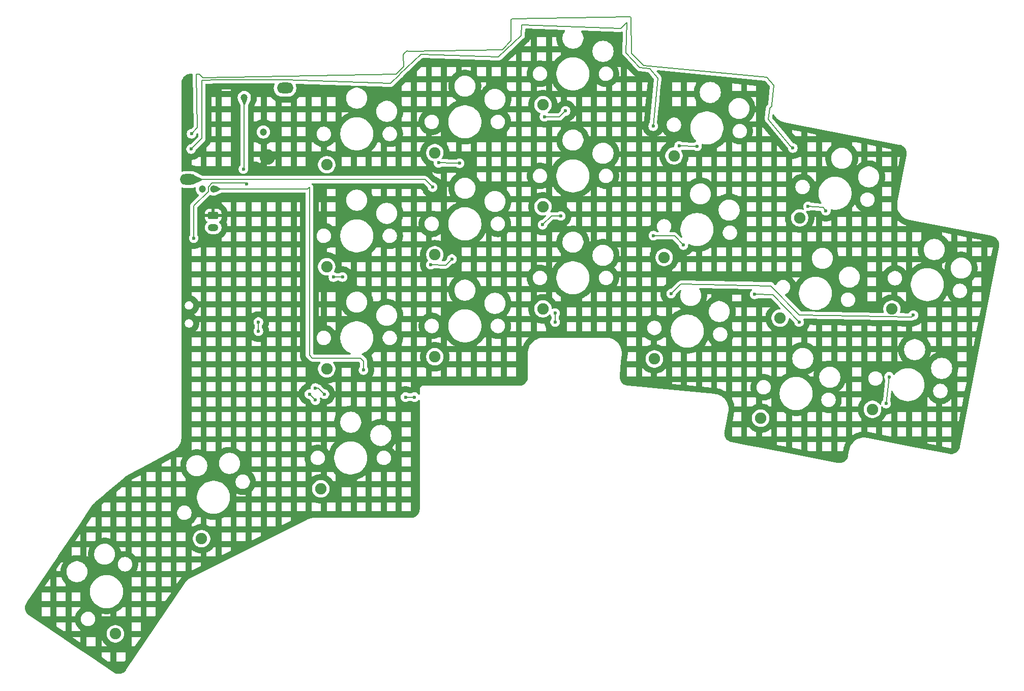
<source format=gbr>
%TF.GenerationSoftware,KiCad,Pcbnew,9.0.6*%
%TF.CreationDate,2025-12-30T20:42:03+01:00*%
%TF.ProjectId,right,72696768-742e-46b6-9963-61645f706362,v1.0.0*%
%TF.SameCoordinates,Original*%
%TF.FileFunction,Copper,L1,Top*%
%TF.FilePolarity,Positive*%
%FSLAX46Y46*%
G04 Gerber Fmt 4.6, Leading zero omitted, Abs format (unit mm)*
G04 Created by KiCad (PCBNEW 9.0.6) date 2025-12-30 20:42:03*
%MOMM*%
%LPD*%
G01*
G04 APERTURE LIST*
G04 Aperture macros list*
%AMRoundRect*
0 Rectangle with rounded corners*
0 $1 Rounding radius*
0 $2 $3 $4 $5 $6 $7 $8 $9 X,Y pos of 4 corners*
0 Add a 4 corners polygon primitive as box body*
4,1,4,$2,$3,$4,$5,$6,$7,$8,$9,$2,$3,0*
0 Add four circle primitives for the rounded corners*
1,1,$1+$1,$2,$3*
1,1,$1+$1,$4,$5*
1,1,$1+$1,$6,$7*
1,1,$1+$1,$8,$9*
0 Add four rect primitives between the rounded corners*
20,1,$1+$1,$2,$3,$4,$5,0*
20,1,$1+$1,$4,$5,$6,$7,0*
20,1,$1+$1,$6,$7,$8,$9,0*
20,1,$1+$1,$8,$9,$2,$3,0*%
G04 Aperture macros list end*
%TA.AperFunction,ComponentPad*%
%ADD10O,2.750000X1.800000*%
%TD*%
%TA.AperFunction,ComponentPad*%
%ADD11C,1.200000*%
%TD*%
%TA.AperFunction,ComponentPad*%
%ADD12C,1.900000*%
%TD*%
%TA.AperFunction,ComponentPad*%
%ADD13RoundRect,0.240000X0.635000X-0.360000X0.635000X0.360000X-0.635000X0.360000X-0.635000X-0.360000X0*%
%TD*%
%TA.AperFunction,ComponentPad*%
%ADD14O,1.750000X1.200000*%
%TD*%
%TA.AperFunction,ViaPad*%
%ADD15C,0.600000*%
%TD*%
%TA.AperFunction,Conductor*%
%ADD16C,0.200000*%
%TD*%
G04 APERTURE END LIST*
D10*
%TO.P,U?,*%
%TO.N,P3*%
X149944305Y-102570011D03*
D11*
%TO.N,P4*%
X152285003Y-104157503D03*
%TO.N,P5*%
X154190006Y-104157507D03*
D10*
%TO.N,P12*%
X166055705Y-87330001D03*
D11*
%TO.P,U?,18*%
%TO.N,RST*%
X159270005Y-88917506D03*
%TO.P,U?,BAT_P*%
%TO.N,BAT_P*%
X162445004Y-94632506D03*
%TD*%
D12*
%TO.P,S39,*%
%TO.N,*%
X263882812Y-140852913D03*
%TD*%
%TO.P,S35,*%
%TO.N,*%
X173000008Y-100100006D03*
%TD*%
%TO.P,S23,*%
%TO.N,*%
X251746982Y-108951163D03*
%TD*%
%TO.P,S26,*%
%TO.N,*%
X230826101Y-98619116D03*
%TD*%
%TO.P,S40,*%
%TO.N,*%
X267126559Y-124165255D03*
%TD*%
%TO.P,S33,*%
%TO.N,*%
X173000008Y-134100011D03*
%TD*%
%TO.P,S28,*%
%TO.N,*%
X209000011Y-107100005D03*
%TD*%
%TO.P,S34,*%
%TO.N,*%
X173000010Y-117100004D03*
%TD*%
%TO.P,S36,*%
%TO.N,*%
X172000009Y-154100008D03*
%TD*%
%TO.P,S37,*%
%TO.N,*%
X152153166Y-162414302D03*
%TD*%
%TO.P,S32,*%
%TO.N,*%
X191000007Y-98100009D03*
%TD*%
%TO.P,S31,*%
%TO.N,*%
X191000006Y-115100003D03*
%TD*%
%TO.P,S24,*%
%TO.N,*%
X227567345Y-132462582D03*
%TD*%
%TO.P,S22,*%
%TO.N,*%
X248503223Y-125638823D03*
%TD*%
D13*
%TO.P,JST1,1*%
%TO.N,GND*%
X154092721Y-108539021D03*
D14*
%TO.P,JST1,2*%
%TO.N,RAW*%
X154092725Y-110539019D03*
%TD*%
D12*
%TO.P,S30,*%
%TO.N,*%
X191000008Y-132100005D03*
%TD*%
%TO.P,S38,*%
%TO.N,*%
X137804326Y-178263894D03*
%TD*%
%TO.P,S29,*%
%TO.N,*%
X209000003Y-90100016D03*
%TD*%
%TO.P,S21,*%
%TO.N,*%
X245259479Y-142326493D03*
%TD*%
%TO.P,S25,*%
%TO.N,*%
X229196728Y-115540847D03*
%TD*%
%TO.P,S27,*%
%TO.N,*%
X209000001Y-124100001D03*
%TD*%
D15*
%TO.N,P0*%
X150481990Y-94948913D03*
X250615901Y-97318617D03*
%TO.N,GND*%
X161015901Y-100818617D03*
X163118168Y-98818577D03*
%TO.N,P1*%
X270687628Y-125162254D03*
X230348293Y-121579020D03*
X150419306Y-97490003D03*
X227359188Y-93671100D03*
%TO.N,P2*%
X161615901Y-126318617D03*
X171116865Y-139319581D03*
X211012325Y-124808363D03*
X211038503Y-126308137D03*
X161615901Y-127818617D03*
X170115901Y-138318617D03*
%TO.N,P3*%
X190615901Y-103818617D03*
%TO.N,P8*%
X266662368Y-135435648D03*
X266152950Y-139906728D03*
X187625017Y-138818617D03*
X171115901Y-137318617D03*
X186115901Y-138818617D03*
X172615901Y-138318617D03*
%TO.N,P5*%
X179115901Y-134318617D03*
%TO.N,P6*%
X193838974Y-115819638D03*
X175615901Y-118818617D03*
X190322049Y-116758393D03*
X190322049Y-116758393D03*
X251664344Y-126330428D03*
X211967124Y-108634924D03*
X174115901Y-118818617D03*
X227412415Y-111904973D03*
X232385464Y-113492009D03*
X208941404Y-110082333D03*
X244244015Y-121700217D03*
X190322049Y-116758393D03*
%TO.N,P7*%
X212772466Y-91146305D03*
X256101301Y-107755562D03*
X191618597Y-99778438D03*
X253149781Y-107021728D03*
X209255553Y-92085074D03*
X195118059Y-99839521D03*
X231673575Y-96977072D03*
X234673124Y-97029424D03*
%TO.N,RST*%
X150850007Y-112325007D03*
X159115901Y-100818617D03*
X159615901Y-103318617D03*
%TD*%
D16*
%TO.N,P0*%
X247114731Y-90081466D02*
X247103935Y-90091029D01*
X185791782Y-83742269D02*
X185757058Y-81752924D01*
X151309433Y-85054556D02*
X151312857Y-85051009D01*
X203701305Y-75940831D02*
X203824414Y-75813340D01*
X186149315Y-81262334D02*
X186445621Y-81091259D01*
X186587139Y-81227922D02*
X202245721Y-80954602D01*
X184554169Y-85023853D02*
X185791782Y-83742269D01*
X203660977Y-76091346D02*
X203701305Y-75940831D01*
X203824414Y-75813340D02*
X223540137Y-75469202D01*
X151805686Y-85051008D02*
X152359497Y-85585816D01*
X152359497Y-85585816D02*
X184554169Y-85023853D01*
X247103935Y-90091029D02*
X247087209Y-90367279D01*
X250607229Y-97327289D02*
X250615901Y-97318617D01*
X151312857Y-85051009D02*
X151805686Y-85051008D01*
X202245721Y-80954602D02*
X203719232Y-79428734D01*
X246737422Y-90655623D02*
X246559251Y-92505982D01*
X247422670Y-86883392D02*
X247114731Y-90081466D01*
X203719232Y-79428734D02*
X203660977Y-76091346D01*
X246559251Y-92505982D02*
X250607229Y-97416568D01*
X151464383Y-93931611D02*
X151309433Y-85054556D01*
X223655103Y-75580218D02*
X223759815Y-81579307D01*
X150481990Y-94948913D02*
X151464383Y-93931611D01*
X250607229Y-97416568D02*
X250607229Y-97327289D01*
X185757058Y-81752924D02*
X185891371Y-81520291D01*
X185891371Y-81520291D02*
X186149315Y-81262334D01*
X223540137Y-75469202D02*
X223655103Y-75580218D01*
X186445621Y-81091259D02*
X186587139Y-81227922D01*
X246297382Y-85518305D02*
X247422670Y-86883392D01*
X223759815Y-81579307D02*
X225794415Y-83544095D01*
X225794415Y-83544095D02*
X246297382Y-85518305D01*
X247087209Y-90367279D02*
X246737422Y-90655623D01*
%TO.N,GND*%
X161015901Y-100818617D02*
X163015941Y-98818577D01*
X163015941Y-98818577D02*
X163118168Y-98818577D01*
%TO.N,P1*%
X246980803Y-120275058D02*
X231969912Y-120013044D01*
X166119196Y-85928619D02*
X166106917Y-85940898D01*
X221951830Y-77371936D02*
X205461882Y-76796095D01*
X152200420Y-85989654D02*
X152200420Y-95708889D01*
X270687628Y-125162254D02*
X270365853Y-125472984D01*
X201549962Y-82162840D02*
X188656695Y-81712598D01*
X228125954Y-85707929D02*
X226776628Y-84071066D01*
X152200420Y-95708889D02*
X150419306Y-97490003D01*
X185159970Y-85092623D02*
X183608535Y-86539359D01*
X222986121Y-76407445D02*
X221951830Y-77371936D01*
X185164274Y-84969331D02*
X185159970Y-85092623D01*
X222811329Y-81412839D02*
X222986121Y-76407445D01*
X227359188Y-93671100D02*
X228125954Y-85707929D01*
X205399839Y-78572772D02*
X201549962Y-82162840D01*
X225143528Y-83913816D02*
X222811329Y-81412839D01*
X270365853Y-125472984D02*
X251685504Y-125146921D01*
X205461882Y-76796095D02*
X205399839Y-78572772D01*
X188656695Y-81712598D02*
X185164274Y-84969331D01*
X183608535Y-86539359D02*
X166119196Y-85928619D01*
X226776628Y-84071066D02*
X225143528Y-83913816D01*
X251685504Y-125146921D02*
X246980803Y-120275058D01*
X154993620Y-85940898D02*
X152200420Y-85989654D01*
X166106917Y-85940898D02*
X154993620Y-85940898D01*
X231969912Y-120013044D02*
X230348293Y-121579020D01*
%TO.N,P2*%
X171116865Y-139319581D02*
X170115901Y-138318617D01*
X211012325Y-124808363D02*
X211038503Y-126308137D01*
X161615901Y-126318617D02*
X161615901Y-127818617D01*
%TO.N,P3*%
X189367295Y-102570011D02*
X190615901Y-103818617D01*
X150419305Y-102570011D02*
X189367295Y-102570011D01*
%TO.N,P8*%
X186115901Y-138818617D02*
X187625017Y-138818617D01*
X171615901Y-137318617D02*
X172615901Y-138318617D01*
X171115901Y-137318617D02*
X171615901Y-137318617D01*
X266662368Y-135435648D02*
X266152950Y-139906728D01*
%TO.N,P5*%
X179115901Y-132818617D02*
X178615901Y-132318617D01*
X170615901Y-132318617D02*
X170115901Y-131818617D01*
X178615901Y-132318617D02*
X170615901Y-132318617D01*
X170115901Y-103818617D02*
X169777011Y-104157507D01*
X179115901Y-134318617D02*
X179115901Y-132818617D01*
X169777011Y-104157507D02*
X154190006Y-104157507D01*
X170115901Y-131818617D02*
X170115901Y-103818617D01*
%TO.N,P6*%
X228412253Y-111922423D02*
X227412415Y-111904973D01*
X210467353Y-108608741D02*
X208941404Y-110082333D01*
X232385464Y-113492009D02*
X230911869Y-111966059D01*
X193838974Y-115819638D02*
X192821668Y-116802032D01*
X251664344Y-126330428D02*
X247243562Y-121752577D01*
X174115901Y-118818617D02*
X175615901Y-118818617D01*
X211967124Y-108634924D02*
X210467353Y-108608741D01*
X247243562Y-121752577D02*
X244244015Y-121700217D01*
X230911869Y-111966059D02*
X228412253Y-111922423D01*
X192821668Y-116802032D02*
X190322049Y-116758393D01*
%TO.N,P7*%
X209255553Y-92085074D02*
X211755162Y-92128702D01*
X211755162Y-92128702D02*
X212772466Y-91146305D01*
X194118216Y-99822075D02*
X195118059Y-99839521D01*
X231673575Y-96977072D02*
X234673124Y-97029424D01*
X253149781Y-107021728D02*
X255642078Y-107217883D01*
X191618597Y-99778438D02*
X194118216Y-99822075D01*
X255642078Y-107217883D02*
X256101301Y-107755562D01*
%TO.N,RST*%
X159270005Y-100664513D02*
X159270005Y-88917506D01*
X159115901Y-100818617D02*
X159270005Y-100664513D01*
X150850007Y-106969713D02*
X153289006Y-104530714D01*
X150850007Y-112325007D02*
X150850007Y-106969713D01*
X159467295Y-103170011D02*
X159615901Y-103318617D01*
X153903295Y-103170011D02*
X159467295Y-103170011D01*
X153289006Y-103784300D02*
X153903295Y-103170011D01*
X153289006Y-104530714D02*
X153289006Y-103784300D01*
%TD*%
%TA.AperFunction,Conductor*%
%TO.N,P5*%
G36*
X154532431Y-103662861D02*
G01*
X155371723Y-104054356D01*
X155377772Y-104060959D01*
X155378477Y-104064959D01*
X155378477Y-104250054D01*
X155375050Y-104258327D01*
X155371723Y-104260657D01*
X154532432Y-104652151D01*
X154523486Y-104652543D01*
X154517767Y-104648062D01*
X154258135Y-104260657D01*
X154193370Y-104164019D01*
X154191612Y-104155240D01*
X154193370Y-104150995D01*
X154517768Y-103666949D01*
X154525219Y-103661987D01*
X154532431Y-103662861D01*
G37*
%TD.AperFunction*%
%TD*%
%TA.AperFunction,Conductor*%
%TO.N,RST*%
G36*
X159276516Y-88920870D02*
G01*
X159760560Y-89245267D01*
X159765524Y-89252719D01*
X159764649Y-89259932D01*
X159373155Y-90099223D01*
X159366552Y-90105272D01*
X159362552Y-90105977D01*
X159177458Y-90105977D01*
X159169185Y-90102550D01*
X159166855Y-90099223D01*
X158775360Y-89259932D01*
X158774968Y-89250986D01*
X158779447Y-89245269D01*
X159263492Y-88920870D01*
X159272272Y-88919112D01*
X159276516Y-88920870D01*
G37*
%TD.AperFunction*%
%TD*%
%TA.AperFunction,Conductor*%
%TO.N,P3*%
G36*
X150928557Y-101826358D02*
G01*
X152195590Y-102466765D01*
X152201428Y-102473555D01*
X152202012Y-102477207D01*
X152202012Y-102662814D01*
X152198585Y-102671087D01*
X152195590Y-102673256D01*
X150928557Y-103313663D01*
X150919627Y-103314337D01*
X150913557Y-103309730D01*
X150422661Y-102576518D01*
X150420907Y-102567739D01*
X150422660Y-102563505D01*
X150913559Y-101830289D01*
X150921007Y-101825323D01*
X150928557Y-101826358D01*
G37*
%TD.AperFunction*%
%TD*%
%TA.AperFunction,Conductor*%
%TO.N,GND*%
G36*
X212585666Y-77645728D02*
G01*
X212651977Y-77667740D01*
X212695861Y-77722108D01*
X212703385Y-77791572D01*
X212679714Y-77845136D01*
X212614353Y-77930317D01*
X212541391Y-78025402D01*
X212426659Y-78224124D01*
X212426652Y-78224138D01*
X212338844Y-78436127D01*
X212279455Y-78657774D01*
X212279453Y-78657785D01*
X212249502Y-78885273D01*
X212249502Y-79114756D01*
X212263990Y-79224796D01*
X212279454Y-79342253D01*
X212327337Y-79520957D01*
X212338844Y-79563902D01*
X212426652Y-79775891D01*
X212426659Y-79775905D01*
X212541394Y-79974632D01*
X212681083Y-80156676D01*
X212681091Y-80156685D01*
X212843332Y-80318926D01*
X212843340Y-80318933D01*
X213025384Y-80458622D01*
X213025387Y-80458623D01*
X213025390Y-80458626D01*
X213224114Y-80573359D01*
X213224119Y-80573361D01*
X213224125Y-80573364D01*
X213287588Y-80599651D01*
X213436115Y-80661173D01*
X213657764Y-80720563D01*
X213885268Y-80750515D01*
X213885275Y-80750515D01*
X214114729Y-80750515D01*
X214114736Y-80750515D01*
X214342240Y-80720563D01*
X214563889Y-80661173D01*
X214775890Y-80573359D01*
X214974614Y-80458626D01*
X215156663Y-80318934D01*
X215156667Y-80318929D01*
X215156672Y-80318926D01*
X215318913Y-80156685D01*
X215318916Y-80156680D01*
X215318921Y-80156676D01*
X215458613Y-79974627D01*
X215573346Y-79775903D01*
X215661160Y-79563902D01*
X215720550Y-79342253D01*
X215750502Y-79114749D01*
X215750502Y-78885281D01*
X215720550Y-78657777D01*
X215661160Y-78436128D01*
X215573346Y-78224127D01*
X215458613Y-78025403D01*
X215458610Y-78025400D01*
X215458609Y-78025397D01*
X215398412Y-77946948D01*
X215373217Y-77881779D01*
X215387255Y-77813334D01*
X215436069Y-77763344D01*
X215501112Y-77747537D01*
X221841123Y-77968935D01*
X221841145Y-77968938D01*
X222009878Y-77974830D01*
X222009878Y-77974829D01*
X222009882Y-77974830D01*
X222163944Y-77939261D01*
X222163947Y-77939259D01*
X222171862Y-77937432D01*
X222172407Y-77939794D01*
X222229819Y-77935631D01*
X222291176Y-77969054D01*
X222324722Y-78030344D01*
X222327506Y-78061151D01*
X222214130Y-81307816D01*
X222214127Y-81307859D01*
X222208434Y-81470887D01*
X222208435Y-81470891D01*
X222244004Y-81624954D01*
X222267335Y-81668833D01*
X222318234Y-81764561D01*
X222318239Y-81764567D01*
X222376414Y-81826952D01*
X222376415Y-81826952D01*
X224675232Y-84292131D01*
X224689252Y-84307165D01*
X224694240Y-84312853D01*
X224700804Y-84320816D01*
X224730454Y-84356784D01*
X224730455Y-84356785D01*
X224735421Y-84360327D01*
X224754110Y-84376717D01*
X224758267Y-84381175D01*
X224762486Y-84383811D01*
X224806550Y-84411345D01*
X224812827Y-84415539D01*
X224859178Y-84448601D01*
X224864897Y-84450739D01*
X224887180Y-84461728D01*
X224892356Y-84464963D01*
X224946817Y-84481613D01*
X224953940Y-84484031D01*
X225007279Y-84503974D01*
X225013340Y-84504557D01*
X225037726Y-84509407D01*
X225043562Y-84511192D01*
X225100504Y-84513180D01*
X225107994Y-84513671D01*
X226420356Y-84640038D01*
X226485200Y-84666057D01*
X226504152Y-84684593D01*
X227471707Y-85858331D01*
X227499161Y-85922582D01*
X227499455Y-85949090D01*
X226816520Y-93041640D01*
X226790501Y-93106484D01*
X226780774Y-93117434D01*
X226737400Y-93160808D01*
X226737396Y-93160814D01*
X226649797Y-93291914D01*
X226649790Y-93291927D01*
X226589452Y-93437598D01*
X226589449Y-93437610D01*
X226558688Y-93592253D01*
X226558688Y-93749946D01*
X226589449Y-93904589D01*
X226589452Y-93904601D01*
X226649790Y-94050272D01*
X226649797Y-94050285D01*
X226737398Y-94181388D01*
X226737401Y-94181392D01*
X226848895Y-94292886D01*
X226848899Y-94292889D01*
X226980002Y-94380490D01*
X226980015Y-94380497D01*
X227120348Y-94438624D01*
X227125691Y-94440837D01*
X227280341Y-94471599D01*
X227280344Y-94471600D01*
X227280346Y-94471600D01*
X227438032Y-94471600D01*
X227438033Y-94471599D01*
X227592685Y-94440837D01*
X227738367Y-94380494D01*
X227869477Y-94292889D01*
X227980977Y-94181389D01*
X228068582Y-94050279D01*
X228075195Y-94034315D01*
X228103449Y-93966101D01*
X228128925Y-93904597D01*
X228159688Y-93749942D01*
X228159688Y-93592258D01*
X228159688Y-93592255D01*
X228159687Y-93592253D01*
X228153093Y-93559103D01*
X228128925Y-93437603D01*
X228117841Y-93410844D01*
X228092811Y-93350416D01*
X229621507Y-93350416D01*
X229621507Y-93539389D01*
X229651066Y-93726021D01*
X229709461Y-93905739D01*
X229795247Y-94074102D01*
X229906317Y-94226976D01*
X230039934Y-94360593D01*
X230192808Y-94471663D01*
X230246674Y-94499109D01*
X230361170Y-94557448D01*
X230361172Y-94557448D01*
X230361175Y-94557450D01*
X230414077Y-94574639D01*
X230540888Y-94615843D01*
X230727521Y-94645403D01*
X230727526Y-94645403D01*
X230916493Y-94645403D01*
X231103125Y-94615843D01*
X231125370Y-94608615D01*
X231282839Y-94557450D01*
X231451206Y-94471663D01*
X231604080Y-94360593D01*
X231737697Y-94226976D01*
X231848767Y-94074102D01*
X231934554Y-93905735D01*
X231992947Y-93726021D01*
X231995577Y-93709414D01*
X232022507Y-93539389D01*
X232022507Y-93350416D01*
X231992947Y-93163784D01*
X231947563Y-93024108D01*
X231934554Y-92984071D01*
X231934552Y-92984068D01*
X231934552Y-92984066D01*
X231869058Y-92855527D01*
X231848767Y-92815704D01*
X231737697Y-92662830D01*
X231604080Y-92529213D01*
X231451206Y-92418143D01*
X231425162Y-92404873D01*
X231282843Y-92332357D01*
X231103125Y-92273962D01*
X230916493Y-92244403D01*
X230916488Y-92244403D01*
X230727526Y-92244403D01*
X230727521Y-92244403D01*
X230540888Y-92273962D01*
X230361170Y-92332357D01*
X230192807Y-92418143D01*
X230122742Y-92469049D01*
X230039934Y-92529213D01*
X230039932Y-92529215D01*
X230039931Y-92529215D01*
X229906319Y-92662827D01*
X229906319Y-92662828D01*
X229906317Y-92662830D01*
X229874327Y-92706860D01*
X229795247Y-92815703D01*
X229709461Y-92984066D01*
X229651066Y-93163784D01*
X229621507Y-93350416D01*
X228092811Y-93350416D01*
X228068585Y-93291927D01*
X228068577Y-93291912D01*
X228032308Y-93237633D01*
X228011429Y-93170956D01*
X228011979Y-93156872D01*
X228257811Y-90603807D01*
X239882590Y-90603807D01*
X239882590Y-90833290D01*
X239898023Y-90950507D01*
X239912542Y-91060787D01*
X239971490Y-91280787D01*
X239971932Y-91282436D01*
X240059740Y-91494425D01*
X240059747Y-91494439D01*
X240087347Y-91542243D01*
X240162386Y-91672216D01*
X240174482Y-91693166D01*
X240314171Y-91875210D01*
X240314179Y-91875219D01*
X240476420Y-92037460D01*
X240476428Y-92037467D01*
X240476429Y-92037468D01*
X240498508Y-92054410D01*
X240658472Y-92177156D01*
X240658475Y-92177157D01*
X240658478Y-92177160D01*
X240857202Y-92291893D01*
X240857207Y-92291895D01*
X240857213Y-92291898D01*
X240927011Y-92320809D01*
X241069203Y-92379707D01*
X241290852Y-92439097D01*
X241518356Y-92469049D01*
X241518363Y-92469049D01*
X241747817Y-92469049D01*
X241747824Y-92469049D01*
X241975328Y-92439097D01*
X242196977Y-92379707D01*
X242408978Y-92291893D01*
X242607702Y-92177160D01*
X242789751Y-92037468D01*
X242789755Y-92037463D01*
X242789760Y-92037460D01*
X242952001Y-91875219D01*
X242952004Y-91875214D01*
X242952009Y-91875210D01*
X243091701Y-91693161D01*
X243206434Y-91494437D01*
X243294248Y-91282436D01*
X243353638Y-91060787D01*
X243383590Y-90833283D01*
X243383590Y-90603815D01*
X243353638Y-90376311D01*
X243294248Y-90154662D01*
X243241217Y-90026634D01*
X243206439Y-89942672D01*
X243206436Y-89942666D01*
X243206434Y-89942661D01*
X243091701Y-89743937D01*
X243091698Y-89743934D01*
X243091697Y-89743931D01*
X242952008Y-89561887D01*
X242952001Y-89561879D01*
X242789760Y-89399638D01*
X242789751Y-89399630D01*
X242607707Y-89259941D01*
X242408980Y-89145206D01*
X242408966Y-89145199D01*
X242196977Y-89057391D01*
X242117819Y-89036181D01*
X241975328Y-88998001D01*
X241937305Y-88992995D01*
X241747831Y-88968049D01*
X241747824Y-88968049D01*
X241518356Y-88968049D01*
X241518348Y-88968049D01*
X241301805Y-88996558D01*
X241290852Y-88998001D01*
X241268027Y-89004117D01*
X241069202Y-89057391D01*
X240857213Y-89145199D01*
X240857199Y-89145206D01*
X240658472Y-89259941D01*
X240476428Y-89399630D01*
X240314171Y-89561887D01*
X240174482Y-89743931D01*
X240059747Y-89942658D01*
X240059740Y-89942672D01*
X239971932Y-90154661D01*
X239939668Y-90275075D01*
X239913893Y-90371271D01*
X239912543Y-90376308D01*
X239912541Y-90376319D01*
X239882590Y-90603807D01*
X228257811Y-90603807D01*
X228282781Y-90344487D01*
X230500379Y-90344487D01*
X232002379Y-90344487D01*
X233000379Y-90344487D01*
X234502379Y-90344487D01*
X234502379Y-89450858D01*
X234421170Y-89310200D01*
X234419201Y-89306657D01*
X234407637Y-89285024D01*
X234405783Y-89281415D01*
X234391335Y-89252120D01*
X234389599Y-89248450D01*
X234379461Y-89226076D01*
X234377846Y-89222351D01*
X234277531Y-88980169D01*
X234276040Y-88976397D01*
X234267398Y-88953437D01*
X234266031Y-88949616D01*
X234255531Y-88918685D01*
X234254290Y-88914824D01*
X234247160Y-88891322D01*
X234246045Y-88887416D01*
X234234006Y-88842487D01*
X233000379Y-88842487D01*
X233000379Y-90344487D01*
X232002379Y-90344487D01*
X232002379Y-88842487D01*
X230500379Y-88842487D01*
X230500379Y-90344487D01*
X228282781Y-90344487D01*
X228514817Y-87934707D01*
X235116469Y-87934707D01*
X235116469Y-88164190D01*
X235139711Y-88340718D01*
X235146421Y-88391687D01*
X235195099Y-88573357D01*
X235205811Y-88613336D01*
X235293619Y-88825325D01*
X235293626Y-88825339D01*
X235408361Y-89024066D01*
X235548050Y-89206110D01*
X235548058Y-89206119D01*
X235710299Y-89368360D01*
X235710307Y-89368367D01*
X235710308Y-89368368D01*
X235737388Y-89389147D01*
X235892351Y-89508056D01*
X235892354Y-89508057D01*
X235892357Y-89508060D01*
X236091081Y-89622793D01*
X236091086Y-89622795D01*
X236091092Y-89622798D01*
X236173746Y-89657034D01*
X236303082Y-89710607D01*
X236524731Y-89769997D01*
X236752235Y-89799949D01*
X236752242Y-89799949D01*
X236981696Y-89799949D01*
X236981703Y-89799949D01*
X237209207Y-89769997D01*
X237430856Y-89710607D01*
X237642857Y-89622793D01*
X237841581Y-89508060D01*
X238023630Y-89368368D01*
X238023634Y-89368363D01*
X238023639Y-89368360D01*
X238185880Y-89206119D01*
X238185883Y-89206114D01*
X238185888Y-89206110D01*
X238325580Y-89024061D01*
X238430411Y-88842487D01*
X243643993Y-88842487D01*
X243669263Y-88867757D01*
X243672089Y-88870676D01*
X243688893Y-88888619D01*
X243691623Y-88891632D01*
X243713157Y-88916192D01*
X243715778Y-88919282D01*
X243731324Y-88938227D01*
X243733841Y-88941399D01*
X243893418Y-89149361D01*
X243895839Y-89152625D01*
X243910156Y-89172606D01*
X243912468Y-89175946D01*
X243930614Y-89203108D01*
X243932810Y-89206515D01*
X243945753Y-89227331D01*
X243947836Y-89230807D01*
X244078889Y-89457798D01*
X244080858Y-89461341D01*
X244092422Y-89482974D01*
X244094276Y-89486583D01*
X244108724Y-89515878D01*
X244110460Y-89519548D01*
X244120598Y-89541922D01*
X244122213Y-89545647D01*
X244222528Y-89787829D01*
X244224019Y-89791601D01*
X244232661Y-89814561D01*
X244234028Y-89818382D01*
X244244528Y-89849313D01*
X244245769Y-89853174D01*
X244252899Y-89876676D01*
X244254014Y-89880582D01*
X244321858Y-90133783D01*
X244322844Y-90137718D01*
X244328415Y-90161610D01*
X244329271Y-90165573D01*
X244335644Y-90197607D01*
X244336370Y-90201599D01*
X244340371Y-90225828D01*
X244340967Y-90229846D01*
X244356060Y-90344487D01*
X244502379Y-90344487D01*
X244502379Y-88842487D01*
X243643993Y-88842487D01*
X238430411Y-88842487D01*
X238440313Y-88825337D01*
X238528127Y-88613336D01*
X238587517Y-88391687D01*
X238617469Y-88164183D01*
X238617469Y-87934715D01*
X238605590Y-87844487D01*
X240500379Y-87844487D01*
X242002379Y-87844487D01*
X243000379Y-87844487D01*
X244502379Y-87844487D01*
X244502379Y-86951357D01*
X243000379Y-86806731D01*
X243000379Y-87844487D01*
X242002379Y-87844487D01*
X242002379Y-86710634D01*
X240500379Y-86566009D01*
X240500379Y-87844487D01*
X238605590Y-87844487D01*
X238587517Y-87707211D01*
X238528127Y-87485562D01*
X238472860Y-87352135D01*
X238440318Y-87273572D01*
X238440315Y-87273566D01*
X238440313Y-87273561D01*
X238325580Y-87074837D01*
X238325577Y-87074834D01*
X238325576Y-87074831D01*
X238185887Y-86892787D01*
X238185880Y-86892779D01*
X238023639Y-86730538D01*
X238023630Y-86730530D01*
X237841586Y-86590841D01*
X237642859Y-86476106D01*
X237642845Y-86476099D01*
X237430856Y-86388291D01*
X237209207Y-86328901D01*
X237171184Y-86323895D01*
X236981710Y-86298949D01*
X236981703Y-86298949D01*
X236752235Y-86298949D01*
X236752227Y-86298949D01*
X236535684Y-86327458D01*
X236524731Y-86328901D01*
X236444760Y-86350329D01*
X236303081Y-86388291D01*
X236091092Y-86476099D01*
X236091078Y-86476106D01*
X235892351Y-86590841D01*
X235710307Y-86730530D01*
X235548050Y-86892787D01*
X235408361Y-87074831D01*
X235293626Y-87273558D01*
X235293619Y-87273572D01*
X235205811Y-87485561D01*
X235175904Y-87597179D01*
X235146421Y-87707211D01*
X235144978Y-87718164D01*
X235116469Y-87934707D01*
X228514817Y-87934707D01*
X228523504Y-87844487D01*
X230500379Y-87844487D01*
X232002379Y-87844487D01*
X233000379Y-87844487D01*
X234122459Y-87844487D01*
X234124412Y-87824668D01*
X234124876Y-87820641D01*
X234159092Y-87560746D01*
X234159688Y-87556728D01*
X234163689Y-87532499D01*
X234164415Y-87528507D01*
X234170788Y-87496473D01*
X234171644Y-87492510D01*
X234177215Y-87468618D01*
X234178201Y-87464683D01*
X234246045Y-87211482D01*
X234247160Y-87207576D01*
X234254290Y-87184074D01*
X234255531Y-87180213D01*
X234266031Y-87149282D01*
X234267398Y-87145461D01*
X234276040Y-87122501D01*
X234277531Y-87118729D01*
X234377846Y-86876547D01*
X234379461Y-86872822D01*
X234389599Y-86850448D01*
X234391335Y-86846778D01*
X234405783Y-86817483D01*
X234407637Y-86813874D01*
X234419201Y-86792241D01*
X234421170Y-86788698D01*
X234502379Y-86648038D01*
X234502379Y-86342487D01*
X233000379Y-86342487D01*
X233000379Y-87844487D01*
X232002379Y-87844487D01*
X232002379Y-86342487D01*
X230500379Y-86342487D01*
X230500379Y-87844487D01*
X228523504Y-87844487D01*
X228715016Y-85855558D01*
X228715018Y-85855548D01*
X228724264Y-85759528D01*
X228731268Y-85686791D01*
X228705170Y-85530845D01*
X228673990Y-85462426D01*
X228639602Y-85386967D01*
X228539028Y-85264961D01*
X228539025Y-85264959D01*
X228533232Y-85257931D01*
X228533232Y-85257930D01*
X228533227Y-85257925D01*
X227965380Y-84569072D01*
X227937926Y-84504822D01*
X227949567Y-84435928D01*
X227996607Y-84384266D01*
X228064110Y-84366235D01*
X228072929Y-84366768D01*
X245941109Y-86087277D01*
X246005953Y-86113296D01*
X246024906Y-86131832D01*
X246768424Y-87033794D01*
X246795877Y-87098045D01*
X246796171Y-87124553D01*
X246527965Y-89909971D01*
X246522153Y-89937359D01*
X246509311Y-89975817D01*
X246509090Y-89979377D01*
X246509084Y-89979578D01*
X246508398Y-89990906D01*
X246508398Y-89990909D01*
X246506861Y-90016282D01*
X246483159Y-90082008D01*
X246461963Y-90104464D01*
X246416461Y-90141974D01*
X246416460Y-90141975D01*
X246308941Y-90230607D01*
X246308939Y-90230609D01*
X246294453Y-90242549D01*
X246294450Y-90242552D01*
X246202637Y-90371271D01*
X246202634Y-90371277D01*
X246147264Y-90519371D01*
X246147263Y-90519376D01*
X246134968Y-90647067D01*
X245969092Y-92369730D01*
X245969092Y-92369733D01*
X245968304Y-92377913D01*
X245953938Y-92527116D01*
X245953938Y-92527127D01*
X245980033Y-92683061D01*
X245980035Y-92683068D01*
X246003963Y-92735572D01*
X246003963Y-92735573D01*
X246039359Y-92813242D01*
X246045603Y-92826944D01*
X246102433Y-92895885D01*
X246151968Y-92955976D01*
X246151976Y-92955985D01*
X249796236Y-97376823D01*
X249822172Y-97431505D01*
X249846162Y-97552108D01*
X249846165Y-97552118D01*
X249906503Y-97697789D01*
X249906510Y-97697802D01*
X249994111Y-97828905D01*
X249994114Y-97828909D01*
X250105608Y-97940403D01*
X250105612Y-97940406D01*
X250236715Y-98028007D01*
X250236728Y-98028014D01*
X250374973Y-98085276D01*
X250382404Y-98088354D01*
X250500219Y-98111789D01*
X250537054Y-98119116D01*
X250537057Y-98119117D01*
X250537059Y-98119117D01*
X250694745Y-98119117D01*
X250694746Y-98119116D01*
X250849398Y-98088354D01*
X250995080Y-98028011D01*
X251126190Y-97940406D01*
X251222109Y-97844487D01*
X253000379Y-97844487D01*
X254502379Y-97844487D01*
X255500379Y-97844487D01*
X256280561Y-97844487D01*
X256283974Y-97836247D01*
X256285589Y-97832522D01*
X256295727Y-97810148D01*
X256297463Y-97806478D01*
X256311911Y-97777183D01*
X256313765Y-97773574D01*
X256325329Y-97751941D01*
X256327298Y-97748398D01*
X256458351Y-97521407D01*
X256460434Y-97517931D01*
X256473377Y-97497115D01*
X256475573Y-97493708D01*
X256493719Y-97466546D01*
X256496031Y-97463206D01*
X256510348Y-97443225D01*
X256512769Y-97439961D01*
X256672346Y-97231999D01*
X256674863Y-97228827D01*
X256690409Y-97209882D01*
X256693030Y-97206792D01*
X256714564Y-97182232D01*
X256717294Y-97179219D01*
X256734098Y-97161276D01*
X256736924Y-97158357D01*
X256922305Y-96972976D01*
X256925224Y-96970150D01*
X256943167Y-96953346D01*
X256946180Y-96950616D01*
X256970740Y-96929082D01*
X256973830Y-96926461D01*
X256992775Y-96910915D01*
X256995946Y-96908398D01*
X257002379Y-96903461D01*
X257002379Y-96870132D01*
X260500379Y-96870132D01*
X260550247Y-96908398D01*
X260553419Y-96910915D01*
X260572364Y-96926461D01*
X260575454Y-96929082D01*
X260600014Y-96950616D01*
X260603027Y-96953346D01*
X260620970Y-96970150D01*
X260623889Y-96972976D01*
X260809270Y-97158357D01*
X260812096Y-97161276D01*
X260828900Y-97179219D01*
X260831630Y-97182232D01*
X260853164Y-97206792D01*
X260855785Y-97209882D01*
X260871331Y-97228827D01*
X260873848Y-97231999D01*
X261033425Y-97439961D01*
X261035846Y-97443225D01*
X261050163Y-97463206D01*
X261052475Y-97466546D01*
X261070621Y-97493708D01*
X261072817Y-97497115D01*
X261085760Y-97517931D01*
X261087843Y-97521407D01*
X261218896Y-97748398D01*
X261220865Y-97751941D01*
X261232429Y-97773574D01*
X261234283Y-97777183D01*
X261248731Y-97806478D01*
X261250467Y-97810148D01*
X261260605Y-97832522D01*
X261262220Y-97836247D01*
X261265633Y-97844487D01*
X262002379Y-97844487D01*
X263000379Y-97844487D01*
X264502379Y-97844487D01*
X265500379Y-97844487D01*
X267002379Y-97844487D01*
X267002379Y-97500143D01*
X265500379Y-97208184D01*
X265500379Y-97844487D01*
X264502379Y-97844487D01*
X264502379Y-97014192D01*
X263000379Y-96722233D01*
X263000379Y-97844487D01*
X262002379Y-97844487D01*
X262002379Y-96528241D01*
X261046751Y-96342487D01*
X260500379Y-96342487D01*
X260500379Y-96870132D01*
X257002379Y-96870132D01*
X257002379Y-96342487D01*
X255500379Y-96342487D01*
X255500379Y-97844487D01*
X254502379Y-97844487D01*
X254502379Y-96342487D01*
X253000379Y-96342487D01*
X253000379Y-97844487D01*
X251222109Y-97844487D01*
X251237690Y-97828906D01*
X251325295Y-97697796D01*
X251385638Y-97552114D01*
X251416401Y-97397459D01*
X251416401Y-97239775D01*
X251416401Y-97239772D01*
X251416400Y-97239770D01*
X251404955Y-97182232D01*
X251385638Y-97085120D01*
X251378474Y-97067825D01*
X251325298Y-96939444D01*
X251325291Y-96939431D01*
X251237690Y-96808328D01*
X251237687Y-96808324D01*
X251126193Y-96696830D01*
X251126189Y-96696827D01*
X250995086Y-96609226D01*
X250995073Y-96609219D01*
X250849402Y-96548881D01*
X250849390Y-96548878D01*
X250694749Y-96518117D01*
X250691373Y-96517785D01*
X250689718Y-96517116D01*
X250688769Y-96516928D01*
X250688804Y-96516747D01*
X250626586Y-96491622D01*
X250607849Y-96473256D01*
X250602483Y-96466747D01*
X249207004Y-94773896D01*
X250500379Y-94773896D01*
X250970738Y-95344487D01*
X252002379Y-95344487D01*
X253000379Y-95344487D01*
X254502379Y-95344487D01*
X254502379Y-95070388D01*
X253000379Y-94778429D01*
X253000379Y-95344487D01*
X252002379Y-95344487D01*
X252002379Y-94584437D01*
X250500379Y-94292478D01*
X250500379Y-94773896D01*
X249207004Y-94773896D01*
X247213495Y-92355578D01*
X247186042Y-92291329D01*
X247185748Y-92264829D01*
X247233319Y-91770791D01*
X247259337Y-91705950D01*
X247316284Y-91665467D01*
X247386077Y-91662198D01*
X247446558Y-91697181D01*
X247467232Y-91726384D01*
X247520859Y-91831633D01*
X247520862Y-91831639D01*
X247598622Y-91949122D01*
X247675571Y-92065380D01*
X247677601Y-92068446D01*
X247677609Y-92068457D01*
X247860136Y-92285983D01*
X247860139Y-92285986D01*
X247860141Y-92285988D01*
X248066135Y-92481469D01*
X248066138Y-92481471D01*
X248066140Y-92481473D01*
X248066142Y-92481475D01*
X248292931Y-92652374D01*
X248292933Y-92652375D01*
X248537621Y-92796507D01*
X248797052Y-92912013D01*
X249067892Y-92997409D01*
X249205495Y-93024098D01*
X249205540Y-93024121D01*
X249205543Y-93024108D01*
X268315732Y-96738757D01*
X268315734Y-96738758D01*
X268376090Y-96750490D01*
X268384665Y-96752476D01*
X268556157Y-96798719D01*
X268578423Y-96804723D01*
X268595132Y-96810536D01*
X268775382Y-96888061D01*
X268791094Y-96896193D01*
X268844861Y-96929082D01*
X268958470Y-96998577D01*
X268972861Y-97008858D01*
X269014481Y-97043334D01*
X269123970Y-97134028D01*
X269136754Y-97146257D01*
X269268512Y-97291656D01*
X269279427Y-97305581D01*
X269389142Y-97468239D01*
X269397964Y-97483574D01*
X269483421Y-97660205D01*
X269489970Y-97676640D01*
X269549416Y-97863620D01*
X269553560Y-97880820D01*
X269585794Y-98074377D01*
X269587448Y-98091992D01*
X269591807Y-98288143D01*
X269590938Y-98305814D01*
X269566830Y-98504780D01*
X269565452Y-98513524D01*
X268053123Y-106293780D01*
X268053120Y-106293792D01*
X268052352Y-106297741D01*
X268052352Y-106297743D01*
X268044183Y-106339777D01*
X268027660Y-106424783D01*
X268025858Y-106434051D01*
X268025841Y-106434165D01*
X268015148Y-106489193D01*
X268010928Y-106510905D01*
X267989428Y-106812625D01*
X267989427Y-106812632D01*
X268004452Y-107114756D01*
X268004452Y-107114761D01*
X268004453Y-107114763D01*
X268039607Y-107318921D01*
X268055786Y-107412884D01*
X268142674Y-107702629D01*
X268142676Y-107702635D01*
X268211985Y-107861159D01*
X268251047Y-107950502D01*
X268263855Y-107979795D01*
X268263861Y-107979807D01*
X268417561Y-108240339D01*
X268601547Y-108480449D01*
X268601549Y-108480451D01*
X268601553Y-108480456D01*
X268813143Y-108696643D01*
X269049248Y-108885750D01*
X269306425Y-109045021D01*
X269580925Y-109172131D01*
X269752727Y-109227702D01*
X269868740Y-109265228D01*
X269868742Y-109265228D01*
X269868744Y-109265229D01*
X269933492Y-109277816D01*
X269944251Y-109279908D01*
X269944278Y-109279915D01*
X269952543Y-109281521D01*
X269952546Y-109281523D01*
X270032576Y-109297079D01*
X270032580Y-109297079D01*
X270032581Y-109297080D01*
X270092775Y-109308783D01*
X270092803Y-109308785D01*
X283744959Y-111962491D01*
X283744963Y-111962493D01*
X283744964Y-111962493D01*
X283755641Y-111964569D01*
X283764261Y-111966566D01*
X283828236Y-111983819D01*
X283957998Y-112018814D01*
X283974694Y-112024623D01*
X284087283Y-112073052D01*
X284154937Y-112102153D01*
X284170649Y-112110285D01*
X284264075Y-112167438D01*
X284322226Y-112203012D01*
X284338024Y-112212676D01*
X284352418Y-112222961D01*
X284503514Y-112348125D01*
X284516299Y-112360354D01*
X284648053Y-112505756D01*
X284658965Y-112519678D01*
X284768683Y-112682344D01*
X284777500Y-112697672D01*
X284862953Y-112874300D01*
X284869502Y-112890733D01*
X284928951Y-113077724D01*
X284933094Y-113094924D01*
X284965325Y-113288459D01*
X284966979Y-113306073D01*
X284971340Y-113502230D01*
X284970471Y-113519900D01*
X284946297Y-113719434D01*
X284944919Y-113728180D01*
X278472016Y-147028388D01*
X278472002Y-147028449D01*
X278459171Y-147094475D01*
X278457173Y-147103098D01*
X278404939Y-147296843D01*
X278399127Y-147313554D01*
X278321607Y-147493811D01*
X278313475Y-147509524D01*
X278211098Y-147676899D01*
X278200813Y-147691295D01*
X278075644Y-147842412D01*
X278063420Y-147855192D01*
X277962990Y-147946203D01*
X277918026Y-147986950D01*
X277904102Y-147997865D01*
X277741438Y-148107587D01*
X277726101Y-148116409D01*
X277549475Y-148201864D01*
X277533040Y-148208414D01*
X277346052Y-148267862D01*
X277328851Y-148272006D01*
X277135297Y-148304238D01*
X277117681Y-148305891D01*
X276921526Y-148310247D01*
X276903854Y-148309377D01*
X276705535Y-148285341D01*
X276696807Y-148283966D01*
X276694053Y-148283431D01*
X276694054Y-148283431D01*
X276694038Y-148283428D01*
X276635593Y-148272067D01*
X276635589Y-148272067D01*
X276629745Y-148270931D01*
X276629745Y-148270930D01*
X276629740Y-148270930D01*
X270270002Y-147034725D01*
X275500379Y-147034725D01*
X276810939Y-147289472D01*
X276810938Y-147289472D01*
X276810959Y-147289476D01*
X276856583Y-147298343D01*
X276961874Y-147311105D01*
X277002379Y-147310205D01*
X277002379Y-146342487D01*
X275500379Y-146342487D01*
X275500379Y-147034725D01*
X270270002Y-147034725D01*
X267770000Y-146548775D01*
X273000379Y-146548775D01*
X274502379Y-146840733D01*
X274502379Y-146342487D01*
X273000379Y-146342487D01*
X273000379Y-146548775D01*
X267770000Y-146548775D01*
X263029051Y-145627230D01*
X263028999Y-145627217D01*
X262951632Y-145612180D01*
X262951606Y-145612176D01*
X262885321Y-145599292D01*
X262884496Y-145599187D01*
X262844468Y-145591408D01*
X262808980Y-145584511D01*
X262808977Y-145584510D01*
X262808973Y-145584510D01*
X262507260Y-145563013D01*
X262507251Y-145563012D01*
X262205136Y-145578038D01*
X261907023Y-145629368D01*
X261665716Y-145701730D01*
X261617276Y-145716256D01*
X261617274Y-145716256D01*
X261617270Y-145716258D01*
X261340108Y-145837435D01*
X261079580Y-145991129D01*
X261079578Y-145991131D01*
X260839464Y-146175115D01*
X260623275Y-146386700D01*
X260434180Y-146622778D01*
X260434174Y-146622787D01*
X260274898Y-146879957D01*
X260147782Y-147154447D01*
X260147779Y-147154455D01*
X260054679Y-147442255D01*
X260039856Y-147518481D01*
X260039835Y-147518563D01*
X260025809Y-147590721D01*
X260025807Y-147590728D01*
X260011708Y-147663231D01*
X260011698Y-147663308D01*
X259849008Y-148500253D01*
X259848992Y-148500316D01*
X259835828Y-148568057D01*
X259833831Y-148576679D01*
X259781600Y-148770422D01*
X259775787Y-148787133D01*
X259698270Y-148967384D01*
X259690138Y-148983098D01*
X259587760Y-149150474D01*
X259577475Y-149164870D01*
X259452317Y-149315974D01*
X259440087Y-149328761D01*
X259294692Y-149460518D01*
X259280768Y-149471433D01*
X259210069Y-149519122D01*
X259118099Y-149581157D01*
X259102766Y-149589977D01*
X258926147Y-149675427D01*
X258909711Y-149681977D01*
X258722723Y-149741422D01*
X258705522Y-149745566D01*
X258511974Y-149777794D01*
X258494358Y-149779447D01*
X258298203Y-149783800D01*
X258280531Y-149782930D01*
X258081791Y-149758841D01*
X258073072Y-149757468D01*
X258072978Y-149757449D01*
X258070274Y-149756924D01*
X258070254Y-149756913D01*
X258070253Y-149756920D01*
X258006445Y-149744515D01*
X258006406Y-149744509D01*
X247770020Y-147754754D01*
X253000379Y-147754754D01*
X253462013Y-147844487D01*
X254502379Y-147844487D01*
X255500379Y-147844487D01*
X257002379Y-147844487D01*
X258000379Y-147844487D01*
X258959797Y-147844487D01*
X259028493Y-147491084D01*
X259028519Y-147490939D01*
X259046156Y-147400238D01*
X259063817Y-147309379D01*
X259063864Y-147309158D01*
X259077909Y-147236944D01*
X259078679Y-147233281D01*
X259083677Y-147211166D01*
X259084560Y-147207518D01*
X259092092Y-147178330D01*
X259093081Y-147174723D01*
X259099394Y-147152990D01*
X259100492Y-147149414D01*
X259202875Y-146832919D01*
X259204082Y-146829371D01*
X259211712Y-146808012D01*
X259213028Y-146804498D01*
X259224025Y-146776425D01*
X259225440Y-146772966D01*
X259234326Y-146752152D01*
X259235848Y-146748731D01*
X259375631Y-146446886D01*
X259377258Y-146443507D01*
X259387404Y-146423230D01*
X259389132Y-146419904D01*
X259403432Y-146393361D01*
X259405254Y-146390098D01*
X259416588Y-146370499D01*
X259418512Y-146367285D01*
X259433870Y-146342487D01*
X258000379Y-146342487D01*
X258000379Y-147844487D01*
X257002379Y-147844487D01*
X257002379Y-146342487D01*
X255500379Y-146342487D01*
X255500379Y-147844487D01*
X254502379Y-147844487D01*
X254502379Y-146342487D01*
X253000379Y-146342487D01*
X253000379Y-147754754D01*
X247770020Y-147754754D01*
X245270018Y-147268802D01*
X250500379Y-147268802D01*
X252002379Y-147560761D01*
X252002379Y-146342487D01*
X250500379Y-146342487D01*
X250500379Y-147268802D01*
X245270018Y-147268802D01*
X242770021Y-146782851D01*
X248000379Y-146782851D01*
X249502379Y-147074810D01*
X249502379Y-146342487D01*
X248000379Y-146342487D01*
X248000379Y-146782851D01*
X242770021Y-146782851D01*
X240432314Y-146328446D01*
X240411998Y-146324497D01*
X240403372Y-146322498D01*
X240209653Y-146270258D01*
X240192944Y-146264445D01*
X240056672Y-146205832D01*
X240012697Y-146186917D01*
X239996997Y-146178792D01*
X239829612Y-146076398D01*
X239815221Y-146066115D01*
X239664118Y-145940948D01*
X239651333Y-145928718D01*
X239519586Y-145783326D01*
X239508679Y-145769412D01*
X239398950Y-145606730D01*
X239390140Y-145591415D01*
X239304680Y-145414775D01*
X239298133Y-145398344D01*
X239271554Y-145314741D01*
X239270135Y-145310277D01*
X240500379Y-145310277D01*
X240529854Y-145322955D01*
X240609700Y-145344487D01*
X242002379Y-145344487D01*
X243000379Y-145344487D01*
X244502379Y-145344487D01*
X244502379Y-144767055D01*
X245500379Y-144767055D01*
X245500379Y-145344487D01*
X247002379Y-145344487D01*
X248000379Y-145344487D01*
X249502379Y-145344487D01*
X250500379Y-145344487D01*
X252002379Y-145344487D01*
X253000379Y-145344487D01*
X254502379Y-145344487D01*
X255500379Y-145344487D01*
X257002379Y-145344487D01*
X258000379Y-145344487D01*
X259502379Y-145344487D01*
X259502379Y-145178319D01*
X260500379Y-145178319D01*
X260505976Y-145174293D01*
X260509053Y-145172149D01*
X260534050Y-145155291D01*
X260537185Y-145153245D01*
X260556322Y-145141163D01*
X260559514Y-145139214D01*
X260641367Y-145090926D01*
X265500379Y-145090926D01*
X266804836Y-145344487D01*
X267002379Y-145344487D01*
X268000379Y-145344487D01*
X269502379Y-145344487D01*
X270500379Y-145344487D01*
X272002379Y-145344487D01*
X273000379Y-145344487D01*
X274502379Y-145344487D01*
X275500379Y-145344487D01*
X277002379Y-145344487D01*
X277002379Y-143842487D01*
X275500379Y-143842487D01*
X275500379Y-145344487D01*
X274502379Y-145344487D01*
X274502379Y-143842487D01*
X273000379Y-143842487D01*
X273000379Y-145344487D01*
X272002379Y-145344487D01*
X272002379Y-143842487D01*
X270500379Y-143842487D01*
X270500379Y-145344487D01*
X269502379Y-145344487D01*
X269502379Y-143842487D01*
X268000379Y-143842487D01*
X268000379Y-145344487D01*
X267002379Y-145344487D01*
X267002379Y-143842487D01*
X265500379Y-143842487D01*
X265500379Y-145090926D01*
X260641367Y-145090926D01*
X260846004Y-144970204D01*
X260849254Y-144968353D01*
X260869097Y-144957440D01*
X260872409Y-144955683D01*
X260899253Y-144941960D01*
X260902611Y-144940307D01*
X260923094Y-144930604D01*
X260926505Y-144929050D01*
X261231315Y-144795784D01*
X261234778Y-144794332D01*
X261255844Y-144785872D01*
X261259344Y-144784528D01*
X261287649Y-144774143D01*
X261291182Y-144772907D01*
X261312635Y-144765763D01*
X261316196Y-144764636D01*
X261634801Y-144669095D01*
X261638399Y-144668075D01*
X261660286Y-144662225D01*
X261663927Y-144661311D01*
X261693277Y-144654411D01*
X261696931Y-144653610D01*
X261719135Y-144649092D01*
X261722818Y-144648400D01*
X261974659Y-144605036D01*
X263000379Y-144605036D01*
X263049885Y-144614656D01*
X263051548Y-144614925D01*
X263142017Y-144632509D01*
X263142018Y-144632509D01*
X263237752Y-144651116D01*
X263237835Y-144651133D01*
X264502379Y-144896934D01*
X264502379Y-143842487D01*
X263000379Y-143842487D01*
X263000379Y-144605036D01*
X261974659Y-144605036D01*
X262002379Y-144600263D01*
X262002379Y-143842487D01*
X260500379Y-143842487D01*
X260500379Y-145178319D01*
X259502379Y-145178319D01*
X259502379Y-143842487D01*
X258000379Y-143842487D01*
X258000379Y-145344487D01*
X257002379Y-145344487D01*
X257002379Y-143842487D01*
X255500379Y-143842487D01*
X255500379Y-145344487D01*
X254502379Y-145344487D01*
X254502379Y-143842487D01*
X253000379Y-143842487D01*
X253000379Y-145344487D01*
X252002379Y-145344487D01*
X252002379Y-143842487D01*
X250500379Y-143842487D01*
X250500379Y-145344487D01*
X249502379Y-145344487D01*
X249502379Y-143842487D01*
X248000379Y-143842487D01*
X248000379Y-145344487D01*
X247002379Y-145344487D01*
X247002379Y-144046293D01*
X246896250Y-144152422D01*
X246892741Y-144155796D01*
X246871113Y-144175789D01*
X246867473Y-144179024D01*
X246837666Y-144204482D01*
X246833903Y-144207570D01*
X246810770Y-144225807D01*
X246806887Y-144228747D01*
X246590461Y-144385991D01*
X246586466Y-144388775D01*
X246561968Y-144405144D01*
X246557866Y-144407770D01*
X246524442Y-144428252D01*
X246520244Y-144430713D01*
X246494548Y-144445104D01*
X246490251Y-144447400D01*
X246251884Y-144568853D01*
X246247502Y-144570978D01*
X246220727Y-144583321D01*
X246216259Y-144585276D01*
X246180043Y-144600274D01*
X246175512Y-144602047D01*
X246147903Y-144612231D01*
X246143309Y-144613824D01*
X245888888Y-144696492D01*
X245884225Y-144697906D01*
X245855846Y-144705909D01*
X245851127Y-144707140D01*
X245813008Y-144716288D01*
X245808258Y-144717330D01*
X245779396Y-144723070D01*
X245774607Y-144723925D01*
X245510391Y-144765774D01*
X245505561Y-144766442D01*
X245500379Y-144767055D01*
X244502379Y-144767055D01*
X244502379Y-144655001D01*
X244375650Y-144613824D01*
X244371055Y-144612231D01*
X244343446Y-144602047D01*
X244338915Y-144600274D01*
X244302699Y-144585276D01*
X244298231Y-144583321D01*
X244271456Y-144570978D01*
X244267074Y-144568853D01*
X244028707Y-144447400D01*
X244024410Y-144445104D01*
X243998714Y-144430713D01*
X243994516Y-144428252D01*
X243961092Y-144407770D01*
X243956990Y-144405144D01*
X243932492Y-144388775D01*
X243928497Y-144385991D01*
X243712071Y-144228747D01*
X243708188Y-144225807D01*
X243685055Y-144207570D01*
X243681292Y-144204482D01*
X243651485Y-144179024D01*
X243647845Y-144175789D01*
X243626217Y-144155796D01*
X243622708Y-144152422D01*
X243433550Y-143963264D01*
X243430176Y-143959755D01*
X243410183Y-143938127D01*
X243406948Y-143934487D01*
X243381490Y-143904680D01*
X243378402Y-143900917D01*
X243360165Y-143877784D01*
X243357225Y-143873901D01*
X243334401Y-143842487D01*
X243000379Y-143842487D01*
X243000379Y-145344487D01*
X242002379Y-145344487D01*
X242002379Y-143842487D01*
X240500379Y-143842487D01*
X240500379Y-145310277D01*
X239270135Y-145310277D01*
X239238687Y-145211358D01*
X239234545Y-145194163D01*
X239202311Y-145000603D01*
X239200661Y-144983010D01*
X239196302Y-144786848D01*
X239197171Y-144769181D01*
X239199434Y-144750506D01*
X239221378Y-144569398D01*
X239222749Y-144560697D01*
X239234373Y-144500900D01*
X239234372Y-144500899D01*
X239238285Y-144480772D01*
X239238285Y-144480765D01*
X239246352Y-144439266D01*
X239556347Y-142844487D01*
X240573025Y-142844487D01*
X242002379Y-142844487D01*
X242002379Y-142212330D01*
X243808979Y-142212330D01*
X243808979Y-142440655D01*
X243844694Y-142666153D01*
X243915249Y-142883296D01*
X244018900Y-143086721D01*
X244153100Y-143271430D01*
X244314542Y-143432872D01*
X244499251Y-143567072D01*
X244595363Y-143616043D01*
X244702675Y-143670722D01*
X244702677Y-143670722D01*
X244702680Y-143670724D01*
X244819071Y-143708542D01*
X244919818Y-143741277D01*
X245145317Y-143776993D01*
X245145322Y-143776993D01*
X245373641Y-143776993D01*
X245599139Y-143741277D01*
X245816278Y-143670724D01*
X246019707Y-143567072D01*
X246204416Y-143432872D01*
X246365858Y-143271430D01*
X246500058Y-143086721D01*
X246603710Y-142883292D01*
X246616319Y-142844487D01*
X248000379Y-142844487D01*
X249502379Y-142844487D01*
X249502379Y-141921186D01*
X250500379Y-141921186D01*
X250500379Y-142844487D01*
X252002379Y-142844487D01*
X252002379Y-141875572D01*
X251820172Y-141917160D01*
X251816778Y-141917885D01*
X251796167Y-141921986D01*
X251792745Y-141922617D01*
X251765143Y-141927308D01*
X251761705Y-141927843D01*
X251740850Y-141930788D01*
X251737395Y-141931226D01*
X251402571Y-141968951D01*
X251399111Y-141969292D01*
X251378140Y-141971061D01*
X251374666Y-141971305D01*
X251346713Y-141972874D01*
X251343243Y-141973020D01*
X251322220Y-141973610D01*
X251318741Y-141973659D01*
X250981821Y-141973659D01*
X250978342Y-141973610D01*
X250957319Y-141973020D01*
X250953849Y-141972874D01*
X250925896Y-141971305D01*
X250922422Y-141971061D01*
X250901451Y-141969292D01*
X250897991Y-141968951D01*
X250563167Y-141931226D01*
X250559712Y-141930788D01*
X250538857Y-141927843D01*
X250535419Y-141927308D01*
X250507817Y-141922617D01*
X250504395Y-141921986D01*
X250500379Y-141921186D01*
X249502379Y-141921186D01*
X249502379Y-141592092D01*
X249372083Y-141529345D01*
X249368972Y-141527793D01*
X249350273Y-141518133D01*
X249347203Y-141516491D01*
X249322700Y-141502948D01*
X249319680Y-141501224D01*
X249301567Y-141490539D01*
X249300183Y-141489696D01*
X253000379Y-141489696D01*
X253000379Y-142844487D01*
X254502379Y-142844487D01*
X255500379Y-142844487D01*
X257002379Y-142844487D01*
X258000379Y-142844487D01*
X259502379Y-142844487D01*
X260500379Y-142844487D01*
X262002379Y-142844487D01*
X262002379Y-142696724D01*
X265500379Y-142696724D01*
X265500379Y-142844487D01*
X267002379Y-142844487D01*
X268000379Y-142844487D01*
X269502379Y-142844487D01*
X270500379Y-142844487D01*
X272002379Y-142844487D01*
X273000379Y-142844487D01*
X274502379Y-142844487D01*
X275500379Y-142844487D01*
X277002379Y-142844487D01*
X278000379Y-142844487D01*
X278268604Y-142844487D01*
X278560563Y-141342487D01*
X278000379Y-141342487D01*
X278000379Y-142844487D01*
X277002379Y-142844487D01*
X277002379Y-141342487D01*
X275500379Y-141342487D01*
X275500379Y-142844487D01*
X274502379Y-142844487D01*
X274502379Y-141342487D01*
X273000379Y-141342487D01*
X273000379Y-142844487D01*
X272002379Y-142844487D01*
X272002379Y-141342487D01*
X270500379Y-141342487D01*
X270500379Y-142844487D01*
X269502379Y-142844487D01*
X269502379Y-141342487D01*
X268000379Y-141342487D01*
X268000379Y-142844487D01*
X267002379Y-142844487D01*
X267002379Y-141496388D01*
X266980959Y-141507837D01*
X266975524Y-141510573D01*
X266942242Y-141526314D01*
X266936678Y-141528780D01*
X266745728Y-141607873D01*
X266740051Y-141610063D01*
X266705390Y-141622465D01*
X266699612Y-141624374D01*
X266652717Y-141638600D01*
X266646853Y-141640223D01*
X266611127Y-141649173D01*
X266605185Y-141650507D01*
X266402458Y-141690832D01*
X266396461Y-141691873D01*
X266360030Y-141697277D01*
X266353989Y-141698022D01*
X266305217Y-141702825D01*
X266299147Y-141703273D01*
X266262375Y-141705079D01*
X266256292Y-141705228D01*
X266180383Y-141705228D01*
X266170143Y-141736743D01*
X266168550Y-141741337D01*
X266158366Y-141768946D01*
X266156593Y-141773477D01*
X266141595Y-141809693D01*
X266139640Y-141814161D01*
X266127297Y-141840936D01*
X266125172Y-141845318D01*
X266003719Y-142083685D01*
X266001423Y-142087982D01*
X265987032Y-142113678D01*
X265984571Y-142117876D01*
X265964089Y-142151300D01*
X265961463Y-142155402D01*
X265945094Y-142179900D01*
X265942310Y-142183895D01*
X265785066Y-142400321D01*
X265782126Y-142404204D01*
X265763889Y-142427337D01*
X265760801Y-142431100D01*
X265735343Y-142460907D01*
X265732108Y-142464547D01*
X265712115Y-142486175D01*
X265708741Y-142489684D01*
X265519583Y-142678842D01*
X265516074Y-142682216D01*
X265500379Y-142696724D01*
X262002379Y-142696724D01*
X262002379Y-142428121D01*
X262001735Y-142427337D01*
X261983498Y-142404204D01*
X261980558Y-142400321D01*
X261823314Y-142183895D01*
X261820530Y-142179900D01*
X261804161Y-142155402D01*
X261801535Y-142151300D01*
X261781053Y-142117876D01*
X261778592Y-142113678D01*
X261764201Y-142087982D01*
X261761905Y-142083685D01*
X261640452Y-141845318D01*
X261638327Y-141840936D01*
X261625984Y-141814161D01*
X261624029Y-141809693D01*
X261609031Y-141773477D01*
X261607258Y-141768946D01*
X261597074Y-141741337D01*
X261595481Y-141736743D01*
X261512813Y-141482322D01*
X261511399Y-141477659D01*
X261503396Y-141449280D01*
X261502165Y-141444561D01*
X261493017Y-141406442D01*
X261491975Y-141401692D01*
X261486235Y-141372830D01*
X261485380Y-141368041D01*
X261481333Y-141342487D01*
X260500379Y-141342487D01*
X260500379Y-142844487D01*
X259502379Y-142844487D01*
X259502379Y-141342487D01*
X258000379Y-141342487D01*
X258000379Y-142844487D01*
X257002379Y-142844487D01*
X257002379Y-141428743D01*
X256780466Y-141463892D01*
X256775636Y-141464560D01*
X256746364Y-141468023D01*
X256741520Y-141468500D01*
X256702440Y-141471574D01*
X256697581Y-141471861D01*
X256668167Y-141473016D01*
X256663302Y-141473111D01*
X256435160Y-141473111D01*
X256430295Y-141473016D01*
X256400881Y-141471861D01*
X256396022Y-141471574D01*
X256356942Y-141468500D01*
X256352098Y-141468023D01*
X256322826Y-141464560D01*
X256317996Y-141463892D01*
X256092645Y-141428199D01*
X256087856Y-141427344D01*
X256058994Y-141421604D01*
X256054244Y-141420562D01*
X256016125Y-141411414D01*
X256011407Y-141410184D01*
X255983027Y-141402181D01*
X255978363Y-141400766D01*
X255799003Y-141342487D01*
X255500379Y-141342487D01*
X255500379Y-142844487D01*
X254502379Y-142844487D01*
X254502379Y-141342487D01*
X253234711Y-141342487D01*
X253001964Y-141488731D01*
X253000379Y-141489696D01*
X249300183Y-141489696D01*
X249298598Y-141488731D01*
X249065851Y-141342487D01*
X248000379Y-141342487D01*
X248000379Y-142844487D01*
X246616319Y-142844487D01*
X246674263Y-142666153D01*
X246687877Y-142580198D01*
X246709979Y-142440655D01*
X246709979Y-142212330D01*
X246674263Y-141986832D01*
X246631692Y-141855814D01*
X246603710Y-141769694D01*
X246603708Y-141769691D01*
X246603708Y-141769689D01*
X246500057Y-141566264D01*
X246365858Y-141381556D01*
X246204416Y-141220114D01*
X246019707Y-141085914D01*
X246008177Y-141080039D01*
X245816282Y-140982263D01*
X245599139Y-140911708D01*
X245373641Y-140875993D01*
X245373636Y-140875993D01*
X245145322Y-140875993D01*
X245145317Y-140875993D01*
X244919818Y-140911708D01*
X244702675Y-140982263D01*
X244499250Y-141085914D01*
X244314540Y-141220115D01*
X244153101Y-141381554D01*
X244018900Y-141566264D01*
X243915249Y-141769689D01*
X243844694Y-141986832D01*
X243808979Y-142212330D01*
X242002379Y-142212330D01*
X242002379Y-141342487D01*
X240864968Y-141342487D01*
X240861692Y-141359360D01*
X240861638Y-141359716D01*
X240850174Y-141418698D01*
X240801622Y-141668848D01*
X240801498Y-141669136D01*
X240765225Y-141855775D01*
X240765204Y-141855814D01*
X240573025Y-142844487D01*
X239556347Y-142844487D01*
X239846056Y-141354068D01*
X239846059Y-141354062D01*
X239849592Y-141335879D01*
X239849594Y-141335878D01*
X239852123Y-141322864D01*
X239852168Y-141322777D01*
X239862179Y-141271199D01*
X239871529Y-141223026D01*
X239871544Y-141222997D01*
X239871536Y-141222996D01*
X239876514Y-141197378D01*
X239876527Y-141197275D01*
X239877440Y-141192573D01*
X239890575Y-141124906D01*
X239912290Y-140827650D01*
X239898545Y-140529920D01*
X239849535Y-140235929D01*
X239765953Y-139949841D01*
X239648982Y-139675706D01*
X239529114Y-139467490D01*
X239500286Y-139417414D01*
X239500284Y-139417411D01*
X239500280Y-139417404D01*
X239420958Y-139311180D01*
X239321955Y-139178599D01*
X239321952Y-139178596D01*
X239321950Y-139178593D01*
X239298842Y-139154303D01*
X240500379Y-139154303D01*
X240521303Y-139190650D01*
X240523095Y-139193873D01*
X240533647Y-139213532D01*
X240535343Y-139216807D01*
X240548608Y-139243389D01*
X240550208Y-139246719D01*
X240559582Y-139266994D01*
X240561082Y-139270368D01*
X240689711Y-139571827D01*
X240691108Y-139575241D01*
X240699250Y-139596014D01*
X240700544Y-139599465D01*
X240710558Y-139627434D01*
X240711751Y-139630930D01*
X240718651Y-139652175D01*
X240719739Y-139655704D01*
X240811657Y-139970322D01*
X240812641Y-139973884D01*
X240818264Y-139995504D01*
X240819139Y-139999089D01*
X240825758Y-140028051D01*
X240826527Y-140031662D01*
X240830848Y-140053550D01*
X240831508Y-140057176D01*
X240879404Y-140344487D01*
X242002379Y-140344487D01*
X243000379Y-140344487D01*
X243821839Y-140344487D01*
X243928497Y-140266995D01*
X243932492Y-140264211D01*
X243956990Y-140247842D01*
X243961092Y-140245216D01*
X243994516Y-140224734D01*
X243998714Y-140222273D01*
X244024410Y-140207882D01*
X244028707Y-140205586D01*
X244267074Y-140084133D01*
X244271456Y-140082008D01*
X244298231Y-140069665D01*
X244302699Y-140067710D01*
X244338915Y-140052712D01*
X244343446Y-140050939D01*
X244371055Y-140040755D01*
X244375649Y-140039162D01*
X244502379Y-139997984D01*
X244502379Y-139361865D01*
X245500379Y-139361865D01*
X245500379Y-139885930D01*
X245505561Y-139886544D01*
X245510391Y-139887212D01*
X245774607Y-139929061D01*
X245779396Y-139929916D01*
X245808258Y-139935656D01*
X245813008Y-139936698D01*
X245851127Y-139945846D01*
X245855846Y-139947077D01*
X245884225Y-139955080D01*
X245888888Y-139956494D01*
X246143309Y-140039162D01*
X246147903Y-140040755D01*
X246175512Y-140050939D01*
X246180043Y-140052712D01*
X246216259Y-140067710D01*
X246220727Y-140069665D01*
X246247502Y-140082008D01*
X246251884Y-140084133D01*
X246490251Y-140205586D01*
X246494548Y-140207882D01*
X246520244Y-140222273D01*
X246524442Y-140224734D01*
X246557866Y-140245216D01*
X246561968Y-140247842D01*
X246586466Y-140264211D01*
X246590461Y-140266995D01*
X246697119Y-140344487D01*
X247002379Y-140344487D01*
X247002379Y-138984263D01*
X246951284Y-139021387D01*
X246947286Y-139024173D01*
X246922788Y-139040541D01*
X246918689Y-139043165D01*
X246885265Y-139063647D01*
X246881067Y-139066108D01*
X246855371Y-139080499D01*
X246851074Y-139082795D01*
X246647769Y-139186383D01*
X246643387Y-139188508D01*
X246616612Y-139200851D01*
X246612144Y-139202806D01*
X246575928Y-139217804D01*
X246571398Y-139219576D01*
X246543790Y-139229760D01*
X246539195Y-139231354D01*
X246322199Y-139301862D01*
X246317535Y-139303277D01*
X246289155Y-139311280D01*
X246284437Y-139312510D01*
X246246318Y-139321658D01*
X246241568Y-139322700D01*
X246212706Y-139328440D01*
X246207917Y-139329295D01*
X245982566Y-139364988D01*
X245977736Y-139365656D01*
X245948464Y-139369119D01*
X245943620Y-139369596D01*
X245904540Y-139372670D01*
X245899681Y-139372957D01*
X245870267Y-139374112D01*
X245865402Y-139374207D01*
X245637260Y-139374207D01*
X245632395Y-139374112D01*
X245602981Y-139372957D01*
X245598122Y-139372670D01*
X245559042Y-139369596D01*
X245554198Y-139369119D01*
X245524926Y-139365656D01*
X245520095Y-139364988D01*
X245500379Y-139361865D01*
X244502379Y-139361865D01*
X244502379Y-138985786D01*
X244366787Y-138887272D01*
X244362904Y-138884332D01*
X244339771Y-138866095D01*
X244336008Y-138863007D01*
X244311983Y-138842487D01*
X243000379Y-138842487D01*
X243000379Y-140344487D01*
X242002379Y-140344487D01*
X242002379Y-138842487D01*
X240500379Y-138842487D01*
X240500379Y-139154303D01*
X239298842Y-139154303D01*
X239116518Y-138962653D01*
X239083057Y-138934965D01*
X238953538Y-138827790D01*
X238886892Y-138772642D01*
X238886887Y-138772638D01*
X238886882Y-138772635D01*
X238636322Y-138611248D01*
X238636316Y-138611245D01*
X238368366Y-138480762D01*
X238368350Y-138480756D01*
X238086796Y-138383023D01*
X238086792Y-138383022D01*
X237976455Y-138358921D01*
X237795612Y-138319419D01*
X237795606Y-138319418D01*
X237720823Y-138312197D01*
X237720530Y-138312150D01*
X237647276Y-138305096D01*
X237647276Y-138305095D01*
X237591769Y-138299750D01*
X237581688Y-138298780D01*
X237581686Y-138298780D01*
X237578726Y-138298495D01*
X237578710Y-138298493D01*
X227651515Y-137342615D01*
X238000379Y-137342615D01*
X238314276Y-137411180D01*
X238317869Y-137412021D01*
X238339528Y-137417432D01*
X238343095Y-137418380D01*
X238371689Y-137426435D01*
X238375225Y-137427488D01*
X238396524Y-137434178D01*
X238400029Y-137435337D01*
X238709662Y-137542817D01*
X238713129Y-137544078D01*
X238733992Y-137552023D01*
X238737422Y-137553389D01*
X238764859Y-137564784D01*
X238768245Y-137566249D01*
X238788600Y-137575422D01*
X238791943Y-137576989D01*
X239086622Y-137720488D01*
X239089915Y-137722153D01*
X239109698Y-137732526D01*
X239112943Y-137734289D01*
X239138831Y-137748862D01*
X239142021Y-137750721D01*
X239161128Y-137762239D01*
X239164257Y-137764189D01*
X239288923Y-137844487D01*
X239502379Y-137844487D01*
X240500379Y-137844487D01*
X242002379Y-137844487D01*
X243000379Y-137844487D01*
X243656990Y-137844487D01*
X243625176Y-137746575D01*
X243623761Y-137741911D01*
X243615758Y-137713531D01*
X243614528Y-137708813D01*
X243605380Y-137670694D01*
X243604338Y-137665944D01*
X243598598Y-137637082D01*
X243597743Y-137632293D01*
X243562050Y-137406942D01*
X243561382Y-137402112D01*
X243557919Y-137372840D01*
X243557442Y-137367996D01*
X243554368Y-137328916D01*
X243554081Y-137324057D01*
X243552926Y-137294643D01*
X243552831Y-137289778D01*
X243552831Y-137081220D01*
X244550831Y-137081220D01*
X244550831Y-137270193D01*
X244580390Y-137456825D01*
X244638785Y-137636543D01*
X244723848Y-137803488D01*
X244724571Y-137804906D01*
X244835641Y-137957780D01*
X244969258Y-138091397D01*
X245122132Y-138202467D01*
X245195347Y-138239772D01*
X245290494Y-138288252D01*
X245290496Y-138288252D01*
X245290499Y-138288254D01*
X245386411Y-138319418D01*
X245470212Y-138346647D01*
X245656845Y-138376207D01*
X245656850Y-138376207D01*
X245845817Y-138376207D01*
X246032449Y-138346647D01*
X246073597Y-138333277D01*
X246212163Y-138288254D01*
X246380530Y-138202467D01*
X246533404Y-138091397D01*
X246554114Y-138070687D01*
X248399781Y-138070687D01*
X248399781Y-138379630D01*
X248434367Y-138686596D01*
X248434370Y-138686614D01*
X248503112Y-138987794D01*
X248503116Y-138987806D01*
X248605143Y-139279381D01*
X248605149Y-139279395D01*
X248739184Y-139557721D01*
X248767223Y-139602345D01*
X248903546Y-139819302D01*
X249036141Y-139985570D01*
X249093244Y-140057176D01*
X249096161Y-140060833D01*
X249314607Y-140279279D01*
X249556138Y-140471894D01*
X249817716Y-140636254D01*
X250096052Y-140770294D01*
X250096058Y-140770296D01*
X250387633Y-140872323D01*
X250387645Y-140872327D01*
X250688829Y-140941070D01*
X250688835Y-140941070D01*
X250688843Y-140941072D01*
X250893487Y-140964129D01*
X250995810Y-140975658D01*
X250995813Y-140975659D01*
X250995816Y-140975659D01*
X251304749Y-140975659D01*
X251304750Y-140975658D01*
X251461637Y-140957981D01*
X251611718Y-140941072D01*
X251611723Y-140941071D01*
X251611733Y-140941070D01*
X251912917Y-140872327D01*
X252204510Y-140770294D01*
X252270012Y-140738750D01*
X262432312Y-140738750D01*
X262432312Y-140967075D01*
X262468027Y-141192573D01*
X262538582Y-141409716D01*
X262631508Y-141592092D01*
X262642233Y-141613141D01*
X262776433Y-141797850D01*
X262937875Y-141959292D01*
X263122584Y-142093492D01*
X263203326Y-142134632D01*
X263326008Y-142197142D01*
X263326010Y-142197142D01*
X263326013Y-142197144D01*
X263409067Y-142224130D01*
X263543151Y-142267697D01*
X263768650Y-142303413D01*
X263768655Y-142303413D01*
X263996974Y-142303413D01*
X264222472Y-142267697D01*
X264439611Y-142197144D01*
X264643040Y-142093492D01*
X264827749Y-141959292D01*
X264989191Y-141797850D01*
X265123391Y-141613141D01*
X265227043Y-141409712D01*
X265297596Y-141192573D01*
X265333312Y-140967075D01*
X265333312Y-140738750D01*
X265297596Y-140513252D01*
X265292675Y-140498107D01*
X265290680Y-140428265D01*
X265326760Y-140368432D01*
X265389461Y-140337604D01*
X265458875Y-140345568D01*
X265512964Y-140389797D01*
X265513708Y-140390898D01*
X265531157Y-140417012D01*
X265531163Y-140417020D01*
X265642657Y-140528514D01*
X265642661Y-140528517D01*
X265773764Y-140616118D01*
X265773777Y-140616125D01*
X265919448Y-140676463D01*
X265919453Y-140676465D01*
X266074103Y-140707227D01*
X266074106Y-140707228D01*
X266074108Y-140707228D01*
X266231794Y-140707228D01*
X266231795Y-140707227D01*
X266386447Y-140676465D01*
X266532129Y-140616122D01*
X266663239Y-140528517D01*
X266774739Y-140417017D01*
X266823202Y-140344487D01*
X273000379Y-140344487D01*
X274502379Y-140344487D01*
X274502379Y-139975014D01*
X275500379Y-139975014D01*
X275500379Y-140344487D01*
X277002379Y-140344487D01*
X278000379Y-140344487D01*
X278754554Y-140344487D01*
X279046514Y-138842487D01*
X278000379Y-138842487D01*
X278000379Y-140344487D01*
X277002379Y-140344487D01*
X277002379Y-139022820D01*
X276884129Y-139185575D01*
X276881189Y-139189458D01*
X276862952Y-139212591D01*
X276859864Y-139216354D01*
X276834406Y-139246161D01*
X276831171Y-139249801D01*
X276811178Y-139271429D01*
X276807804Y-139274938D01*
X276646471Y-139436271D01*
X276642962Y-139439645D01*
X276621334Y-139459638D01*
X276617694Y-139462873D01*
X276587887Y-139488331D01*
X276584124Y-139491419D01*
X276560991Y-139509656D01*
X276557108Y-139512596D01*
X276372517Y-139646711D01*
X276368519Y-139649497D01*
X276344021Y-139665865D01*
X276339922Y-139668489D01*
X276306498Y-139688971D01*
X276302300Y-139691432D01*
X276276604Y-139705823D01*
X276272307Y-139708119D01*
X276069002Y-139811707D01*
X276064620Y-139813832D01*
X276037845Y-139826175D01*
X276033377Y-139828130D01*
X275997161Y-139843128D01*
X275992631Y-139844900D01*
X275965023Y-139855084D01*
X275960428Y-139856678D01*
X275743432Y-139927186D01*
X275738768Y-139928601D01*
X275710388Y-139936604D01*
X275705670Y-139937834D01*
X275667551Y-139946982D01*
X275662801Y-139948024D01*
X275633939Y-139953764D01*
X275629150Y-139954619D01*
X275500379Y-139975014D01*
X274502379Y-139975014D01*
X274502379Y-139894914D01*
X274384700Y-139856678D01*
X274380105Y-139855084D01*
X274352497Y-139844900D01*
X274347967Y-139843128D01*
X274311751Y-139828130D01*
X274307283Y-139826175D01*
X274280508Y-139813832D01*
X274276126Y-139811707D01*
X274072821Y-139708119D01*
X274068524Y-139705823D01*
X274042828Y-139691432D01*
X274038630Y-139688971D01*
X274005206Y-139668489D01*
X274001107Y-139665865D01*
X273976609Y-139649497D01*
X273972611Y-139646711D01*
X273788020Y-139512596D01*
X273784137Y-139509656D01*
X273761004Y-139491419D01*
X273757241Y-139488331D01*
X273727434Y-139462873D01*
X273723794Y-139459638D01*
X273702166Y-139439645D01*
X273698657Y-139436271D01*
X273537324Y-139274938D01*
X273533950Y-139271429D01*
X273513957Y-139249801D01*
X273510722Y-139246161D01*
X273485264Y-139216354D01*
X273482176Y-139212591D01*
X273463939Y-139189458D01*
X273460999Y-139185575D01*
X273326884Y-139000984D01*
X273324098Y-138996986D01*
X273307730Y-138972488D01*
X273305106Y-138968389D01*
X273284624Y-138934965D01*
X273282163Y-138930767D01*
X273267772Y-138905071D01*
X273265476Y-138900774D01*
X273235778Y-138842487D01*
X273000379Y-138842487D01*
X273000379Y-140344487D01*
X266823202Y-140344487D01*
X266862344Y-140285907D01*
X266922687Y-140140225D01*
X266953450Y-139985570D01*
X266953450Y-139827886D01*
X266953450Y-139827883D01*
X266953449Y-139827881D01*
X266953110Y-139826175D01*
X266922687Y-139673231D01*
X266915427Y-139655704D01*
X266862347Y-139527555D01*
X266862345Y-139527552D01*
X266862344Y-139527549D01*
X266834782Y-139486301D01*
X266813906Y-139419627D01*
X266814682Y-139403389D01*
X266992439Y-137843250D01*
X267019585Y-137778873D01*
X267077229Y-137739389D01*
X267147069Y-137737339D01*
X267206930Y-137773372D01*
X267227361Y-137803488D01*
X267362517Y-138084141D01*
X267400035Y-138143850D01*
X267526879Y-138345722D01*
X267643959Y-138492535D01*
X267717798Y-138585127D01*
X267719494Y-138587253D01*
X267937940Y-138805699D01*
X268179471Y-138998314D01*
X268441049Y-139162674D01*
X268719385Y-139296714D01*
X268761012Y-139311280D01*
X269010966Y-139398743D01*
X269010978Y-139398747D01*
X269312162Y-139467490D01*
X269312168Y-139467490D01*
X269312176Y-139467492D01*
X269516820Y-139490549D01*
X269619143Y-139502078D01*
X269619146Y-139502079D01*
X269619149Y-139502079D01*
X269928082Y-139502079D01*
X269928083Y-139502078D01*
X270084970Y-139484401D01*
X270235051Y-139467492D01*
X270235056Y-139467491D01*
X270235066Y-139467490D01*
X270536250Y-139398747D01*
X270827843Y-139296714D01*
X271106179Y-139162674D01*
X271367757Y-138998314D01*
X271609288Y-138805699D01*
X271827734Y-138587253D01*
X272020349Y-138345722D01*
X272184709Y-138084144D01*
X272318749Y-137805808D01*
X272353483Y-137706544D01*
X273972064Y-137706544D01*
X273972064Y-137895517D01*
X274001623Y-138082149D01*
X274060018Y-138261867D01*
X274128753Y-138396766D01*
X274145804Y-138430230D01*
X274256874Y-138583104D01*
X274390491Y-138716721D01*
X274543365Y-138827791D01*
X274572208Y-138842487D01*
X274711727Y-138913576D01*
X274711729Y-138913576D01*
X274711732Y-138913578D01*
X274764634Y-138930767D01*
X274891445Y-138971971D01*
X275078078Y-139001531D01*
X275078083Y-139001531D01*
X275267050Y-139001531D01*
X275453682Y-138971971D01*
X275475709Y-138964814D01*
X275633396Y-138913578D01*
X275801763Y-138827791D01*
X275954637Y-138716721D01*
X276088254Y-138583104D01*
X276199324Y-138430230D01*
X276285111Y-138261863D01*
X276343504Y-138082149D01*
X276345319Y-138070687D01*
X276373064Y-137895517D01*
X276373064Y-137844487D01*
X278000379Y-137844487D01*
X279240505Y-137844487D01*
X279502379Y-136497262D01*
X279502379Y-136342487D01*
X278000379Y-136342487D01*
X278000379Y-137844487D01*
X276373064Y-137844487D01*
X276373064Y-137706544D01*
X276343504Y-137519912D01*
X276310206Y-137417432D01*
X276285111Y-137340199D01*
X276285109Y-137340196D01*
X276285109Y-137340194D01*
X276213139Y-137198946D01*
X276199324Y-137171832D01*
X276088254Y-137018958D01*
X275954637Y-136885341D01*
X275801763Y-136774271D01*
X275778844Y-136762593D01*
X275633400Y-136688485D01*
X275453682Y-136630090D01*
X275267050Y-136600531D01*
X275267045Y-136600531D01*
X275078083Y-136600531D01*
X275078078Y-136600531D01*
X274891445Y-136630090D01*
X274711727Y-136688485D01*
X274543364Y-136774271D01*
X274487758Y-136814672D01*
X274390491Y-136885341D01*
X274390489Y-136885343D01*
X274390488Y-136885343D01*
X274256876Y-137018955D01*
X274256876Y-137018956D01*
X274256874Y-137018958D01*
X274216275Y-137074838D01*
X274145804Y-137171831D01*
X274060018Y-137340194D01*
X274001623Y-137519912D01*
X273972064Y-137706544D01*
X272353483Y-137706544D01*
X272420782Y-137514215D01*
X272489525Y-137213031D01*
X272499231Y-137126892D01*
X272515123Y-136985844D01*
X272524114Y-136906044D01*
X272524114Y-136597114D01*
X272506506Y-136440835D01*
X272489527Y-136290141D01*
X272489524Y-136290123D01*
X272467875Y-136195274D01*
X272420782Y-135988943D01*
X272403305Y-135938998D01*
X272318751Y-135697356D01*
X272318749Y-135697350D01*
X272184709Y-135419014D01*
X272020349Y-135157436D01*
X271827734Y-134915905D01*
X271609288Y-134697459D01*
X271608890Y-134697142D01*
X271484489Y-134597935D01*
X271367757Y-134504844D01*
X271107702Y-134341441D01*
X271106176Y-134340482D01*
X270827850Y-134206447D01*
X270827836Y-134206441D01*
X270536261Y-134104414D01*
X270536249Y-134104410D01*
X270235069Y-134035668D01*
X270235051Y-134035665D01*
X269928085Y-134001079D01*
X269928079Y-134001079D01*
X269619149Y-134001079D01*
X269619142Y-134001079D01*
X269312176Y-134035665D01*
X269312158Y-134035668D01*
X269010978Y-134104410D01*
X269010966Y-134104414D01*
X268719391Y-134206441D01*
X268719377Y-134206447D01*
X268441051Y-134340482D01*
X268179472Y-134504843D01*
X267937940Y-134697458D01*
X267719493Y-134915905D01*
X267583377Y-135086588D01*
X267526188Y-135126728D01*
X267456376Y-135129578D01*
X267396107Y-135094232D01*
X267375034Y-135061623D01*
X267374632Y-135061839D01*
X267372039Y-135056988D01*
X267371866Y-135056720D01*
X267371762Y-135056470D01*
X267371758Y-135056462D01*
X267284157Y-134925359D01*
X267284154Y-134925355D01*
X267172660Y-134813861D01*
X267172656Y-134813858D01*
X267041553Y-134726257D01*
X267041540Y-134726250D01*
X266895869Y-134665912D01*
X266895857Y-134665909D01*
X266741213Y-134635148D01*
X266741210Y-134635148D01*
X266583526Y-134635148D01*
X266583523Y-134635148D01*
X266428878Y-134665909D01*
X266428866Y-134665912D01*
X266283195Y-134726250D01*
X266283182Y-134726257D01*
X266152079Y-134813858D01*
X266152075Y-134813861D01*
X266040581Y-134925355D01*
X266040578Y-134925359D01*
X265952977Y-135056462D01*
X265952970Y-135056475D01*
X265892632Y-135202146D01*
X265892629Y-135202158D01*
X265861868Y-135356801D01*
X265861868Y-135514494D01*
X265892629Y-135669137D01*
X265892632Y-135669149D01*
X265952970Y-135814820D01*
X265952978Y-135814834D01*
X265980531Y-135856069D01*
X266001410Y-135922746D01*
X266000633Y-135938998D01*
X265621321Y-139268155D01*
X265594174Y-139332535D01*
X265585801Y-139341798D01*
X265531158Y-139396442D01*
X265443559Y-139527542D01*
X265443552Y-139527555D01*
X265383214Y-139673226D01*
X265383211Y-139673238D01*
X265352450Y-139827881D01*
X265352450Y-139985574D01*
X265359189Y-140019453D01*
X265352962Y-140089045D01*
X265310099Y-140144222D01*
X265244209Y-140167466D01*
X265176212Y-140151398D01*
X265127696Y-140101119D01*
X265127087Y-140099939D01*
X265123391Y-140092685D01*
X264989191Y-139907976D01*
X264827749Y-139746534D01*
X264643040Y-139612334D01*
X264439615Y-139508683D01*
X264222472Y-139438128D01*
X263996974Y-139402413D01*
X263996969Y-139402413D01*
X263768655Y-139402413D01*
X263768650Y-139402413D01*
X263543151Y-139438128D01*
X263326008Y-139508683D01*
X263122583Y-139612334D01*
X262937873Y-139746535D01*
X262776434Y-139907974D01*
X262642233Y-140092684D01*
X262538582Y-140296109D01*
X262468027Y-140513252D01*
X262432312Y-140738750D01*
X252270012Y-140738750D01*
X252482846Y-140636254D01*
X252744424Y-140471894D01*
X252985955Y-140279279D01*
X253204401Y-140060833D01*
X253397016Y-139819302D01*
X253561376Y-139557724D01*
X253695416Y-139279388D01*
X253730150Y-139180124D01*
X255348731Y-139180124D01*
X255348731Y-139369097D01*
X255378290Y-139555729D01*
X255436685Y-139735447D01*
X255514014Y-139887212D01*
X255522471Y-139903810D01*
X255633541Y-140056684D01*
X255767158Y-140190301D01*
X255920032Y-140301371D01*
X255991499Y-140337785D01*
X256088394Y-140387156D01*
X256088396Y-140387156D01*
X256088399Y-140387158D01*
X256180280Y-140417012D01*
X256268112Y-140445551D01*
X256454745Y-140475111D01*
X256454750Y-140475111D01*
X256643717Y-140475111D01*
X256830349Y-140445551D01*
X256883549Y-140428265D01*
X257010063Y-140387158D01*
X257093810Y-140344487D01*
X258471537Y-140344487D01*
X259502379Y-140344487D01*
X260500379Y-140344487D01*
X261484318Y-140344487D01*
X261485380Y-140337785D01*
X261486235Y-140332996D01*
X261491975Y-140304134D01*
X261493017Y-140299384D01*
X261502165Y-140261265D01*
X261503396Y-140256546D01*
X261511399Y-140228167D01*
X261512813Y-140223504D01*
X261595481Y-139969083D01*
X261597074Y-139964489D01*
X261607258Y-139936880D01*
X261609031Y-139932349D01*
X261624029Y-139896133D01*
X261625984Y-139891665D01*
X261638327Y-139864890D01*
X261640452Y-139860508D01*
X261761905Y-139622141D01*
X261764201Y-139617844D01*
X261778592Y-139592148D01*
X261781053Y-139587950D01*
X261801535Y-139554526D01*
X261804161Y-139550424D01*
X261820530Y-139525926D01*
X261823314Y-139521931D01*
X261980558Y-139305505D01*
X261983498Y-139301622D01*
X262001735Y-139278489D01*
X262002379Y-139277704D01*
X262002379Y-138842487D01*
X260500379Y-138842487D01*
X260500379Y-140344487D01*
X259502379Y-140344487D01*
X259502379Y-138842487D01*
X258706693Y-138842487D01*
X258738512Y-139043376D01*
X258739180Y-139048206D01*
X258742643Y-139077478D01*
X258743120Y-139082322D01*
X258746194Y-139121402D01*
X258746481Y-139126261D01*
X258747636Y-139155675D01*
X258747731Y-139160540D01*
X258747731Y-139388682D01*
X258747636Y-139393547D01*
X258746481Y-139422961D01*
X258746194Y-139427820D01*
X258743120Y-139466900D01*
X258742643Y-139471744D01*
X258739180Y-139501016D01*
X258738512Y-139505846D01*
X258702819Y-139731197D01*
X258701964Y-139735986D01*
X258696224Y-139764848D01*
X258695182Y-139769598D01*
X258686034Y-139807717D01*
X258684804Y-139812435D01*
X258676801Y-139840815D01*
X258675386Y-139845479D01*
X258604878Y-140062475D01*
X258603284Y-140067070D01*
X258593100Y-140094678D01*
X258591328Y-140099208D01*
X258576330Y-140135424D01*
X258574375Y-140139892D01*
X258562032Y-140166667D01*
X258559907Y-140171049D01*
X258471537Y-140344487D01*
X257093810Y-140344487D01*
X257178430Y-140301371D01*
X257331304Y-140190301D01*
X257464921Y-140056684D01*
X257575991Y-139903810D01*
X257661778Y-139735443D01*
X257720171Y-139555729D01*
X257726481Y-139515888D01*
X257749731Y-139369097D01*
X257749731Y-139180124D01*
X257720171Y-138993492D01*
X257680389Y-138871057D01*
X257661778Y-138813779D01*
X257661776Y-138813776D01*
X257661776Y-138813774D01*
X257596975Y-138686596D01*
X257575991Y-138645412D01*
X257464921Y-138492538D01*
X257331304Y-138358921D01*
X257178430Y-138247851D01*
X257120074Y-138218117D01*
X257010067Y-138162065D01*
X256830349Y-138103670D01*
X256643717Y-138074111D01*
X256643712Y-138074111D01*
X256454750Y-138074111D01*
X256454745Y-138074111D01*
X256268112Y-138103670D01*
X256088394Y-138162065D01*
X255920031Y-138247851D01*
X255841243Y-138305095D01*
X255767158Y-138358921D01*
X255767156Y-138358923D01*
X255767155Y-138358923D01*
X255633543Y-138492535D01*
X255633543Y-138492536D01*
X255633541Y-138492538D01*
X255591907Y-138549842D01*
X255522471Y-138645411D01*
X255436685Y-138813774D01*
X255378290Y-138993492D01*
X255348731Y-139180124D01*
X253730150Y-139180124D01*
X253797449Y-138987795D01*
X253866192Y-138686611D01*
X253877627Y-138585127D01*
X253888059Y-138492535D01*
X253900781Y-138379624D01*
X253900781Y-138070694D01*
X253881860Y-137902764D01*
X253874553Y-137837915D01*
X258218276Y-137837915D01*
X258223890Y-137844487D01*
X259502379Y-137844487D01*
X260500379Y-137844487D01*
X262002379Y-137844487D01*
X262002379Y-136342487D01*
X260500379Y-136342487D01*
X260500379Y-137844487D01*
X259502379Y-137844487D01*
X259502379Y-136342487D01*
X259392999Y-136342487D01*
X259386631Y-136363477D01*
X259385390Y-136367338D01*
X259374890Y-136398269D01*
X259373523Y-136402090D01*
X259364881Y-136425050D01*
X259363390Y-136428822D01*
X259263075Y-136671004D01*
X259261460Y-136674729D01*
X259251322Y-136697103D01*
X259249586Y-136700773D01*
X259235138Y-136730068D01*
X259233284Y-136733677D01*
X259221720Y-136755310D01*
X259219751Y-136758853D01*
X259088698Y-136985844D01*
X259086615Y-136989320D01*
X259073672Y-137010136D01*
X259071476Y-137013543D01*
X259053330Y-137040705D01*
X259051018Y-137044045D01*
X259036701Y-137064026D01*
X259034280Y-137067290D01*
X258874703Y-137275252D01*
X258872186Y-137278424D01*
X258856640Y-137297369D01*
X258854019Y-137300459D01*
X258832485Y-137325019D01*
X258829755Y-137328032D01*
X258812951Y-137345975D01*
X258810125Y-137348894D01*
X258624744Y-137534275D01*
X258621825Y-137537101D01*
X258603882Y-137553905D01*
X258600869Y-137556635D01*
X258576309Y-137578169D01*
X258573219Y-137580790D01*
X258554274Y-137596336D01*
X258551102Y-137598853D01*
X258343140Y-137758430D01*
X258339876Y-137760851D01*
X258319895Y-137775168D01*
X258316555Y-137777480D01*
X258289393Y-137795626D01*
X258285986Y-137797822D01*
X258265170Y-137810765D01*
X258261694Y-137812848D01*
X258218276Y-137837915D01*
X253874553Y-137837915D01*
X253866194Y-137763721D01*
X253866191Y-137763703D01*
X253864987Y-137758430D01*
X253797449Y-137462523D01*
X253766713Y-137374686D01*
X253695418Y-137170936D01*
X253695416Y-137170930D01*
X253561376Y-136892594D01*
X253397016Y-136631016D01*
X253204401Y-136389485D01*
X252985955Y-136171039D01*
X252744424Y-135978424D01*
X252524650Y-135840331D01*
X252482843Y-135814062D01*
X252204517Y-135680027D01*
X252204503Y-135680021D01*
X251912928Y-135577994D01*
X251912916Y-135577990D01*
X251611736Y-135509248D01*
X251611718Y-135509245D01*
X251304752Y-135474659D01*
X251304746Y-135474659D01*
X250995816Y-135474659D01*
X250995809Y-135474659D01*
X250688843Y-135509245D01*
X250688825Y-135509248D01*
X250387645Y-135577990D01*
X250387633Y-135577994D01*
X250096058Y-135680021D01*
X250096044Y-135680027D01*
X249817718Y-135814062D01*
X249556139Y-135978423D01*
X249314607Y-136171038D01*
X249096160Y-136389485D01*
X248903545Y-136631017D01*
X248739184Y-136892596D01*
X248605149Y-137170922D01*
X248605143Y-137170936D01*
X248503116Y-137462511D01*
X248503112Y-137462523D01*
X248434370Y-137763703D01*
X248434367Y-137763721D01*
X248399781Y-138070687D01*
X246554114Y-138070687D01*
X246667021Y-137957780D01*
X246778091Y-137804906D01*
X246863878Y-137636539D01*
X246922271Y-137456825D01*
X246923766Y-137447387D01*
X246951831Y-137270193D01*
X246951831Y-137081220D01*
X246922271Y-136894588D01*
X246880425Y-136765801D01*
X246863878Y-136714875D01*
X246863876Y-136714872D01*
X246863876Y-136714870D01*
X246803872Y-136597107D01*
X246778091Y-136546508D01*
X246667021Y-136393634D01*
X246533404Y-136260017D01*
X246380530Y-136148947D01*
X246212167Y-136063161D01*
X246032449Y-136004766D01*
X245845817Y-135975207D01*
X245845812Y-135975207D01*
X245656850Y-135975207D01*
X245656845Y-135975207D01*
X245470212Y-136004766D01*
X245290494Y-136063161D01*
X245122131Y-136148947D01*
X245034910Y-136212317D01*
X244969258Y-136260017D01*
X244969256Y-136260019D01*
X244969255Y-136260019D01*
X244835643Y-136393631D01*
X244835643Y-136393632D01*
X244835641Y-136393634D01*
X244803231Y-136438242D01*
X244724571Y-136546507D01*
X244638785Y-136714870D01*
X244580390Y-136894588D01*
X244550831Y-137081220D01*
X243552831Y-137081220D01*
X243552831Y-137061636D01*
X243552926Y-137056771D01*
X243554081Y-137027357D01*
X243554368Y-137022498D01*
X243557442Y-136983418D01*
X243557919Y-136978574D01*
X243561382Y-136949302D01*
X243562050Y-136944472D01*
X243597743Y-136719121D01*
X243598598Y-136714332D01*
X243604338Y-136685470D01*
X243605380Y-136680720D01*
X243614528Y-136642601D01*
X243615758Y-136637883D01*
X243623761Y-136609503D01*
X243625176Y-136604839D01*
X243695684Y-136387843D01*
X243697278Y-136383248D01*
X243707462Y-136355640D01*
X243709234Y-136351110D01*
X243712805Y-136342487D01*
X243000379Y-136342487D01*
X243000379Y-137844487D01*
X242002379Y-137844487D01*
X242002379Y-136342487D01*
X240500379Y-136342487D01*
X240500379Y-137844487D01*
X239502379Y-137844487D01*
X239502379Y-136342487D01*
X238000379Y-136342487D01*
X238000379Y-137342615D01*
X227651515Y-137342615D01*
X225087780Y-137095756D01*
X235500379Y-137095756D01*
X237002379Y-137240382D01*
X237002379Y-136342487D01*
X235500379Y-136342487D01*
X235500379Y-137095756D01*
X225087780Y-137095756D01*
X223186552Y-136912689D01*
X223186551Y-136912688D01*
X223177733Y-136911839D01*
X223125372Y-136906797D01*
X223116599Y-136905635D01*
X222918744Y-136872203D01*
X222901554Y-136868018D01*
X222861048Y-136855034D01*
X233000379Y-136855034D01*
X234502379Y-136999660D01*
X234502379Y-136342487D01*
X233000379Y-136342487D01*
X233000379Y-136855034D01*
X222861048Y-136855034D01*
X222714708Y-136808126D01*
X222698289Y-136801538D01*
X222549028Y-136728886D01*
X222521858Y-136715661D01*
X222506554Y-136706809D01*
X222370121Y-136614312D01*
X230500379Y-136614312D01*
X232002379Y-136758938D01*
X232002379Y-136342487D01*
X230500379Y-136342487D01*
X230500379Y-136614312D01*
X222370121Y-136614312D01*
X222344136Y-136596695D01*
X222330245Y-136585754D01*
X222185152Y-136453648D01*
X222172958Y-136440839D01*
X222048140Y-136289429D01*
X222037896Y-136275018D01*
X222037270Y-136273990D01*
X221935904Y-136107397D01*
X221927809Y-136091666D01*
X221879418Y-135978423D01*
X221850704Y-135911227D01*
X221844932Y-135894506D01*
X221794290Y-135704928D01*
X221790960Y-135687578D01*
X221767812Y-135492719D01*
X221766984Y-135475063D01*
X221769236Y-135383360D01*
X255023452Y-135383360D01*
X255023452Y-135612843D01*
X255047646Y-135796608D01*
X255053404Y-135840340D01*
X255093222Y-135988943D01*
X255112794Y-136061989D01*
X255200602Y-136273978D01*
X255200609Y-136273992D01*
X255315344Y-136472719D01*
X255455033Y-136654763D01*
X255455041Y-136654772D01*
X255617282Y-136817013D01*
X255617290Y-136817020D01*
X255617291Y-136817021D01*
X255644756Y-136838096D01*
X255799334Y-136956709D01*
X255799337Y-136956710D01*
X255799340Y-136956713D01*
X255998064Y-137071446D01*
X255998069Y-137071448D01*
X255998075Y-137071451D01*
X256056753Y-137095756D01*
X256210065Y-137159260D01*
X256431714Y-137218650D01*
X256659218Y-137248602D01*
X256659225Y-137248602D01*
X256888679Y-137248602D01*
X256888686Y-137248602D01*
X257116190Y-137218650D01*
X257337839Y-137159260D01*
X257549840Y-137071446D01*
X257748564Y-136956713D01*
X257930613Y-136817021D01*
X257930617Y-136817016D01*
X257930622Y-136817013D01*
X258092863Y-136654772D01*
X258092866Y-136654767D01*
X258092871Y-136654763D01*
X258232563Y-136472714D01*
X258347296Y-136273990D01*
X258435110Y-136061989D01*
X258494500Y-135840340D01*
X258524452Y-135612836D01*
X258524452Y-135607640D01*
X263174164Y-135607640D01*
X263174164Y-135796613D01*
X263203723Y-135983245D01*
X263262118Y-136162963D01*
X263323074Y-136282594D01*
X263347904Y-136331326D01*
X263458974Y-136484200D01*
X263592591Y-136617817D01*
X263745465Y-136728887D01*
X263804277Y-136758853D01*
X263913827Y-136814672D01*
X263913829Y-136814672D01*
X263913832Y-136814674D01*
X263985917Y-136838096D01*
X264093545Y-136873067D01*
X264280178Y-136902627D01*
X264280183Y-136902627D01*
X264469150Y-136902627D01*
X264655782Y-136873067D01*
X264671321Y-136868018D01*
X264835496Y-136814674D01*
X265003863Y-136728887D01*
X265156737Y-136617817D01*
X265290354Y-136484200D01*
X265401424Y-136331326D01*
X265487211Y-136162959D01*
X265545604Y-135983245D01*
X265555186Y-135922746D01*
X265575164Y-135796613D01*
X265575164Y-135607640D01*
X265545604Y-135421008D01*
X265496835Y-135270915D01*
X265487211Y-135241295D01*
X265487209Y-135241292D01*
X265487209Y-135241290D01*
X265431440Y-135131838D01*
X265401424Y-135072928D01*
X265290354Y-134920054D01*
X265156737Y-134786437D01*
X265003863Y-134675367D01*
X264835500Y-134589581D01*
X264655782Y-134531186D01*
X264469150Y-134501627D01*
X264469145Y-134501627D01*
X264280183Y-134501627D01*
X264280178Y-134501627D01*
X264093545Y-134531186D01*
X263913827Y-134589581D01*
X263745464Y-134675367D01*
X263684845Y-134719410D01*
X263592591Y-134786437D01*
X263592589Y-134786439D01*
X263592588Y-134786439D01*
X263458976Y-134920051D01*
X263458976Y-134920052D01*
X263458974Y-134920054D01*
X263414100Y-134981818D01*
X263347904Y-135072927D01*
X263262118Y-135241290D01*
X263203723Y-135421008D01*
X263174164Y-135607640D01*
X258524452Y-135607640D01*
X258524452Y-135383368D01*
X258519333Y-135344487D01*
X260500379Y-135344487D01*
X262002379Y-135344487D01*
X262002379Y-133909780D01*
X273646785Y-133909780D01*
X273646785Y-134139263D01*
X273669937Y-134315113D01*
X273676737Y-134366760D01*
X273730493Y-134567382D01*
X273736127Y-134588409D01*
X273823935Y-134800398D01*
X273823942Y-134800412D01*
X273850069Y-134845665D01*
X273926014Y-134977207D01*
X273938677Y-134999139D01*
X274078366Y-135181183D01*
X274078374Y-135181192D01*
X274240615Y-135343433D01*
X274240623Y-135343440D01*
X274240624Y-135343441D01*
X274291247Y-135382286D01*
X274422667Y-135483129D01*
X274422670Y-135483130D01*
X274422673Y-135483133D01*
X274621397Y-135597866D01*
X274621402Y-135597868D01*
X274621408Y-135597871D01*
X274691964Y-135627096D01*
X274833398Y-135685680D01*
X275055047Y-135745070D01*
X275282551Y-135775022D01*
X275282558Y-135775022D01*
X275512012Y-135775022D01*
X275512019Y-135775022D01*
X275739523Y-135745070D01*
X275961172Y-135685680D01*
X276173173Y-135597866D01*
X276371897Y-135483133D01*
X276553946Y-135343441D01*
X276553950Y-135343436D01*
X276553955Y-135343433D01*
X276716196Y-135181192D01*
X276716199Y-135181187D01*
X276716204Y-135181183D01*
X276855896Y-134999134D01*
X276902544Y-134918337D01*
X278000379Y-134918337D01*
X278000379Y-135344487D01*
X279502379Y-135344487D01*
X279502379Y-133842487D01*
X278143516Y-133842487D01*
X278144717Y-133860818D01*
X278144916Y-133864869D01*
X278145719Y-133889400D01*
X278145785Y-133893457D01*
X278145785Y-134155587D01*
X278145719Y-134159644D01*
X278144916Y-134184175D01*
X278144717Y-134188226D01*
X278142581Y-134220822D01*
X278142249Y-134224872D01*
X278139842Y-134249303D01*
X278139378Y-134253330D01*
X278105162Y-134513225D01*
X278104566Y-134517243D01*
X278100565Y-134541472D01*
X278099839Y-134545464D01*
X278093466Y-134577498D01*
X278092610Y-134581461D01*
X278087039Y-134605353D01*
X278086053Y-134609288D01*
X278018209Y-134862489D01*
X278017094Y-134866395D01*
X278009964Y-134889897D01*
X278008723Y-134893758D01*
X278000379Y-134918337D01*
X276902544Y-134918337D01*
X276970629Y-134800410D01*
X277058443Y-134588409D01*
X277117833Y-134366760D01*
X277147785Y-134139256D01*
X277147785Y-133909788D01*
X277117833Y-133682284D01*
X277058443Y-133460635D01*
X276970629Y-133248634D01*
X276855896Y-133049910D01*
X276855893Y-133049907D01*
X276855892Y-133049904D01*
X276746746Y-132907664D01*
X276716204Y-132867861D01*
X276716203Y-132867860D01*
X276716196Y-132867852D01*
X276692831Y-132844487D01*
X278000379Y-132844487D01*
X279502379Y-132844487D01*
X279502379Y-131342487D01*
X278000379Y-131342487D01*
X278000379Y-132844487D01*
X276692831Y-132844487D01*
X276553955Y-132705611D01*
X276553946Y-132705603D01*
X276371902Y-132565914D01*
X276173175Y-132451179D01*
X276173161Y-132451172D01*
X275961172Y-132363364D01*
X275739523Y-132303974D01*
X275686278Y-132296964D01*
X275512026Y-132274022D01*
X275512019Y-132274022D01*
X275282551Y-132274022D01*
X275282543Y-132274022D01*
X275066000Y-132302531D01*
X275055047Y-132303974D01*
X275007127Y-132316814D01*
X274833397Y-132363364D01*
X274621408Y-132451172D01*
X274621394Y-132451179D01*
X274422667Y-132565914D01*
X274240623Y-132705603D01*
X274078366Y-132867860D01*
X273938677Y-133049904D01*
X273823942Y-133248631D01*
X273823935Y-133248645D01*
X273736127Y-133460634D01*
X273676738Y-133682281D01*
X273676736Y-133682292D01*
X273646785Y-133909780D01*
X262002379Y-133909780D01*
X262002379Y-133842487D01*
X260500379Y-133842487D01*
X260500379Y-135344487D01*
X258519333Y-135344487D01*
X258494500Y-135155864D01*
X258435110Y-134934215D01*
X258367443Y-134770852D01*
X258347301Y-134722225D01*
X258347298Y-134722219D01*
X258347296Y-134722214D01*
X258232563Y-134523490D01*
X258232560Y-134523487D01*
X258232559Y-134523484D01*
X258117690Y-134373786D01*
X258092871Y-134341441D01*
X258092870Y-134341440D01*
X258092863Y-134341432D01*
X257930622Y-134179191D01*
X257930613Y-134179183D01*
X257748569Y-134039494D01*
X257549842Y-133924759D01*
X257549828Y-133924752D01*
X257337839Y-133836944D01*
X257228854Y-133807742D01*
X257116190Y-133777554D01*
X257078167Y-133772548D01*
X256888693Y-133747602D01*
X256888686Y-133747602D01*
X256659218Y-133747602D01*
X256659210Y-133747602D01*
X256442667Y-133776111D01*
X256431714Y-133777554D01*
X256338028Y-133802656D01*
X256210064Y-133836944D01*
X255998075Y-133924752D01*
X255998061Y-133924759D01*
X255799334Y-134039494D01*
X255617290Y-134179183D01*
X255455033Y-134341440D01*
X255315344Y-134523484D01*
X255200609Y-134722211D01*
X255200602Y-134722225D01*
X255112794Y-134934214D01*
X255080036Y-135056470D01*
X255054825Y-135150563D01*
X255053405Y-135155861D01*
X255053403Y-135155872D01*
X255023452Y-135383360D01*
X221769236Y-135383360D01*
X221770191Y-135344487D01*
X223000379Y-135344487D01*
X224502379Y-135344487D01*
X225500379Y-135344487D01*
X227002379Y-135344487D01*
X227002379Y-134873016D01*
X228000379Y-134873016D01*
X228000379Y-135344487D01*
X229502379Y-135344487D01*
X230500379Y-135344487D01*
X232002379Y-135344487D01*
X233000379Y-135344487D01*
X234502379Y-135344487D01*
X235500379Y-135344487D01*
X237002379Y-135344487D01*
X238000379Y-135344487D01*
X239502379Y-135344487D01*
X240500379Y-135344487D01*
X242002379Y-135344487D01*
X243000379Y-135344487D01*
X244502379Y-135344487D01*
X244502379Y-134989548D01*
X245500379Y-134989548D01*
X245520096Y-134986426D01*
X245524926Y-134985758D01*
X245554198Y-134982295D01*
X245559042Y-134981818D01*
X245598122Y-134978744D01*
X245602981Y-134978457D01*
X245632395Y-134977302D01*
X245637260Y-134977207D01*
X245865402Y-134977207D01*
X245870267Y-134977302D01*
X245899681Y-134978457D01*
X245904540Y-134978744D01*
X245943620Y-134981818D01*
X245948464Y-134982295D01*
X245977736Y-134985758D01*
X245982566Y-134986426D01*
X246207917Y-135022119D01*
X246212706Y-135022974D01*
X246241568Y-135028714D01*
X246246318Y-135029756D01*
X246284437Y-135038904D01*
X246289155Y-135040134D01*
X246317535Y-135048137D01*
X246322199Y-135049552D01*
X246539195Y-135120060D01*
X246543790Y-135121654D01*
X246571398Y-135131838D01*
X246575928Y-135133610D01*
X246612144Y-135148608D01*
X246616612Y-135150563D01*
X246643387Y-135162906D01*
X246647769Y-135165031D01*
X246851074Y-135268619D01*
X246855371Y-135270915D01*
X246881067Y-135285306D01*
X246885265Y-135287767D01*
X246918689Y-135308249D01*
X246922788Y-135310873D01*
X246947286Y-135327241D01*
X246951284Y-135330028D01*
X246971185Y-135344487D01*
X247002379Y-135344487D01*
X248000379Y-135344487D01*
X248750402Y-135344487D01*
X248944832Y-135189434D01*
X248947578Y-135187306D01*
X248964375Y-135174664D01*
X248967186Y-135172610D01*
X248990020Y-135156408D01*
X248992880Y-135154438D01*
X249010387Y-135142739D01*
X249013311Y-135140844D01*
X249213361Y-135015145D01*
X253087201Y-135015145D01*
X253287251Y-135140844D01*
X253290175Y-135142739D01*
X253307682Y-135154438D01*
X253310542Y-135156408D01*
X253333376Y-135172610D01*
X253336187Y-135174664D01*
X253352984Y-135187306D01*
X253355730Y-135189434D01*
X253550160Y-135344487D01*
X254026123Y-135344487D01*
X254026321Y-135338449D01*
X254026520Y-135334398D01*
X254028656Y-135301802D01*
X254028988Y-135297752D01*
X254031395Y-135273321D01*
X254031859Y-135269294D01*
X254066075Y-135009399D01*
X254066671Y-135005381D01*
X254070672Y-134981152D01*
X254071398Y-134977160D01*
X254077771Y-134945126D01*
X254078627Y-134941163D01*
X254084198Y-134917271D01*
X254085184Y-134913336D01*
X254153028Y-134660135D01*
X254154143Y-134656229D01*
X254161273Y-134632727D01*
X254162514Y-134628866D01*
X254173014Y-134597935D01*
X254174381Y-134594114D01*
X254183023Y-134571154D01*
X254184514Y-134567382D01*
X254284829Y-134325200D01*
X254286444Y-134321475D01*
X254296582Y-134299101D01*
X254298318Y-134295431D01*
X254312766Y-134266136D01*
X254314620Y-134262527D01*
X254326184Y-134240894D01*
X254328153Y-134237351D01*
X254341401Y-134214404D01*
X254341397Y-134214409D01*
X254324593Y-134232352D01*
X254321767Y-134235271D01*
X254136386Y-134420652D01*
X254133467Y-134423478D01*
X254115524Y-134440282D01*
X254112511Y-134443012D01*
X254087951Y-134464546D01*
X254084861Y-134467167D01*
X254065916Y-134482713D01*
X254062744Y-134485230D01*
X253854782Y-134644807D01*
X253851518Y-134647228D01*
X253831537Y-134661545D01*
X253828197Y-134663857D01*
X253801035Y-134682003D01*
X253797628Y-134684199D01*
X253776812Y-134697142D01*
X253773336Y-134699225D01*
X253546345Y-134830278D01*
X253542802Y-134832247D01*
X253521169Y-134843811D01*
X253517560Y-134845665D01*
X253488265Y-134860113D01*
X253484595Y-134861849D01*
X253462221Y-134871987D01*
X253458496Y-134873602D01*
X253216314Y-134973917D01*
X253212542Y-134975408D01*
X253189582Y-134984050D01*
X253185761Y-134985417D01*
X253154830Y-134995917D01*
X253150969Y-134997158D01*
X253127467Y-135004288D01*
X253123561Y-135005403D01*
X253087201Y-135015145D01*
X249213361Y-135015145D01*
X249298598Y-134961587D01*
X249301567Y-134959779D01*
X249319680Y-134949094D01*
X249322700Y-134947370D01*
X249347203Y-134933827D01*
X249350273Y-134932185D01*
X249368972Y-134922525D01*
X249372083Y-134920973D01*
X249502379Y-134858224D01*
X249502379Y-133842487D01*
X248000379Y-133842487D01*
X248000379Y-135344487D01*
X247002379Y-135344487D01*
X247002379Y-133842487D01*
X245500379Y-133842487D01*
X245500379Y-134989548D01*
X244502379Y-134989548D01*
X244502379Y-133842487D01*
X243000379Y-133842487D01*
X243000379Y-135344487D01*
X242002379Y-135344487D01*
X242002379Y-133842487D01*
X240500379Y-133842487D01*
X240500379Y-135344487D01*
X239502379Y-135344487D01*
X239502379Y-133842487D01*
X238000379Y-133842487D01*
X238000379Y-135344487D01*
X237002379Y-135344487D01*
X237002379Y-133842487D01*
X235500379Y-133842487D01*
X235500379Y-135344487D01*
X234502379Y-135344487D01*
X234502379Y-133842487D01*
X233000379Y-133842487D01*
X233000379Y-135344487D01*
X232002379Y-135344487D01*
X232002379Y-133842487D01*
X230500379Y-133842487D01*
X230500379Y-135344487D01*
X229502379Y-135344487D01*
X229502379Y-133964872D01*
X229469599Y-134009990D01*
X229466659Y-134013873D01*
X229448422Y-134037006D01*
X229445334Y-134040769D01*
X229419876Y-134070576D01*
X229416641Y-134074216D01*
X229396648Y-134095844D01*
X229393274Y-134099353D01*
X229204116Y-134288511D01*
X229200607Y-134291885D01*
X229178979Y-134311878D01*
X229175339Y-134315113D01*
X229145532Y-134340571D01*
X229141769Y-134343659D01*
X229118636Y-134361896D01*
X229114753Y-134364836D01*
X228898327Y-134522080D01*
X228894332Y-134524864D01*
X228869834Y-134541233D01*
X228865732Y-134543859D01*
X228832308Y-134564341D01*
X228828110Y-134566802D01*
X228802414Y-134581193D01*
X228798117Y-134583489D01*
X228559750Y-134704942D01*
X228555368Y-134707067D01*
X228528593Y-134719410D01*
X228524125Y-134721365D01*
X228487909Y-134736363D01*
X228483378Y-134738136D01*
X228455769Y-134748320D01*
X228451175Y-134749913D01*
X228196754Y-134832581D01*
X228192091Y-134833995D01*
X228163712Y-134841998D01*
X228158993Y-134843229D01*
X228120874Y-134852377D01*
X228116124Y-134853419D01*
X228087262Y-134859159D01*
X228082473Y-134860014D01*
X228000379Y-134873016D01*
X227002379Y-134873016D01*
X227002379Y-134849632D01*
X226975697Y-134843229D01*
X226970978Y-134841998D01*
X226942599Y-134833995D01*
X226937936Y-134832581D01*
X226683515Y-134749913D01*
X226678921Y-134748320D01*
X226651312Y-134738136D01*
X226646781Y-134736363D01*
X226610565Y-134721365D01*
X226606097Y-134719410D01*
X226579322Y-134707067D01*
X226574940Y-134704942D01*
X226336573Y-134583489D01*
X226332276Y-134581193D01*
X226306580Y-134566802D01*
X226302382Y-134564341D01*
X226268958Y-134543859D01*
X226264856Y-134541233D01*
X226240358Y-134524864D01*
X226236363Y-134522080D01*
X226019937Y-134364836D01*
X226016054Y-134361896D01*
X225992921Y-134343659D01*
X225989158Y-134340571D01*
X225959351Y-134315113D01*
X225955711Y-134311878D01*
X225934083Y-134291885D01*
X225930574Y-134288511D01*
X225741416Y-134099353D01*
X225738042Y-134095844D01*
X225718049Y-134074216D01*
X225714814Y-134070576D01*
X225689356Y-134040769D01*
X225686268Y-134037006D01*
X225668031Y-134013873D01*
X225665091Y-134009990D01*
X225543392Y-133842487D01*
X225500379Y-133842487D01*
X225500379Y-135344487D01*
X224502379Y-135344487D01*
X224502379Y-133842487D01*
X223000379Y-133842487D01*
X223000379Y-135344487D01*
X221770191Y-135344487D01*
X221771888Y-135275377D01*
X221772422Y-135266542D01*
X221774409Y-135245905D01*
X221774409Y-135245904D01*
X222005637Y-132844487D01*
X223008252Y-132844487D01*
X224502379Y-132844487D01*
X224502379Y-132348419D01*
X226116845Y-132348419D01*
X226116845Y-132576744D01*
X226152560Y-132802242D01*
X226223115Y-133019385D01*
X226326766Y-133222810D01*
X226460966Y-133407519D01*
X226622408Y-133568961D01*
X226807117Y-133703161D01*
X226877163Y-133738851D01*
X227010541Y-133806811D01*
X227010543Y-133806811D01*
X227010546Y-133806813D01*
X227120339Y-133842487D01*
X227227684Y-133877366D01*
X227453183Y-133913082D01*
X227453188Y-133913082D01*
X227681507Y-133913082D01*
X227907005Y-133877366D01*
X227940810Y-133866382D01*
X228124144Y-133806813D01*
X228125956Y-133805890D01*
X228131613Y-133803007D01*
X228327573Y-133703161D01*
X228512282Y-133568961D01*
X228673724Y-133407519D01*
X228807924Y-133222810D01*
X228911576Y-133019381D01*
X228968403Y-132844487D01*
X230500379Y-132844487D01*
X232002379Y-132844487D01*
X232002379Y-131564021D01*
X233000379Y-131564021D01*
X233000379Y-132844487D01*
X234502379Y-132844487D01*
X235500379Y-132844487D01*
X237002379Y-132844487D01*
X238000379Y-132844487D01*
X239502379Y-132844487D01*
X240500379Y-132844487D01*
X242002379Y-132844487D01*
X243000379Y-132844487D01*
X244502379Y-132844487D01*
X245500379Y-132844487D01*
X247002379Y-132844487D01*
X248000379Y-132844487D01*
X249502379Y-132844487D01*
X249502379Y-132269737D01*
X250535094Y-132269737D01*
X250535094Y-132499220D01*
X250559955Y-132688049D01*
X250565046Y-132726717D01*
X250605634Y-132878194D01*
X250624436Y-132948366D01*
X250712244Y-133160355D01*
X250712250Y-133160367D01*
X250816297Y-133340583D01*
X250826986Y-133359096D01*
X250966675Y-133541140D01*
X250966683Y-133541149D01*
X251128924Y-133703390D01*
X251128932Y-133703397D01*
X251310976Y-133843086D01*
X251310979Y-133843087D01*
X251310982Y-133843090D01*
X251509706Y-133957823D01*
X251509711Y-133957825D01*
X251509717Y-133957828D01*
X251601074Y-133995669D01*
X251721707Y-134045637D01*
X251943356Y-134105027D01*
X252170860Y-134134979D01*
X252170867Y-134134979D01*
X252400321Y-134134979D01*
X252400328Y-134134979D01*
X252627832Y-134105027D01*
X252849481Y-134045637D01*
X253061482Y-133957823D01*
X253260206Y-133843090D01*
X253442255Y-133703398D01*
X253442259Y-133703393D01*
X253442264Y-133703390D01*
X253604505Y-133541149D01*
X253604508Y-133541144D01*
X253604513Y-133541140D01*
X253744205Y-133359091D01*
X253858938Y-133160367D01*
X253946752Y-132948366D01*
X253974586Y-132844487D01*
X255500379Y-132844487D01*
X256057991Y-132844487D01*
X258000379Y-132844487D01*
X259502379Y-132844487D01*
X260500379Y-132844487D01*
X262002379Y-132844487D01*
X263000379Y-132844487D01*
X264502379Y-132844487D01*
X265500379Y-132844487D01*
X267002379Y-132844487D01*
X268000379Y-132844487D01*
X268955550Y-132844487D01*
X268872754Y-132761691D01*
X268869928Y-132758772D01*
X268853124Y-132740829D01*
X268850394Y-132737816D01*
X268828860Y-132713256D01*
X268826239Y-132710166D01*
X268810693Y-132691221D01*
X268808176Y-132688049D01*
X268648599Y-132480087D01*
X268646178Y-132476823D01*
X268631861Y-132456842D01*
X268629549Y-132453502D01*
X268611403Y-132426340D01*
X268609207Y-132422933D01*
X268596264Y-132402117D01*
X268594181Y-132398641D01*
X268463128Y-132171650D01*
X268461159Y-132168107D01*
X268449595Y-132146474D01*
X268447741Y-132142865D01*
X268433293Y-132113570D01*
X268431557Y-132109900D01*
X268421419Y-132087526D01*
X268419804Y-132083801D01*
X268319489Y-131841619D01*
X268317998Y-131837847D01*
X268309356Y-131814887D01*
X268307989Y-131811066D01*
X268297489Y-131780135D01*
X268296248Y-131776274D01*
X268289118Y-131752772D01*
X268288003Y-131748866D01*
X268220159Y-131495665D01*
X268219173Y-131491730D01*
X268213602Y-131467838D01*
X268212746Y-131463875D01*
X268206373Y-131431841D01*
X268205647Y-131427849D01*
X268201646Y-131403620D01*
X268201050Y-131399603D01*
X268193530Y-131342487D01*
X268000379Y-131342487D01*
X268000379Y-132844487D01*
X267002379Y-132844487D01*
X267002379Y-131342487D01*
X265500379Y-131342487D01*
X265500379Y-132844487D01*
X264502379Y-132844487D01*
X264502379Y-131342487D01*
X263000379Y-131342487D01*
X263000379Y-132844487D01*
X262002379Y-132844487D01*
X262002379Y-131342487D01*
X260500379Y-131342487D01*
X260500379Y-132844487D01*
X259502379Y-132844487D01*
X259502379Y-131342487D01*
X258000379Y-131342487D01*
X258000379Y-132844487D01*
X256057991Y-132844487D01*
X256189186Y-132809334D01*
X256193121Y-132808348D01*
X256217013Y-132802777D01*
X256220976Y-132801921D01*
X256253010Y-132795548D01*
X256257002Y-132794822D01*
X256281231Y-132790821D01*
X256285249Y-132790225D01*
X256545144Y-132756009D01*
X256549171Y-132755545D01*
X256573602Y-132753138D01*
X256577652Y-132752806D01*
X256610248Y-132750670D01*
X256614299Y-132750471D01*
X256638830Y-132749668D01*
X256642887Y-132749602D01*
X256905017Y-132749602D01*
X256909074Y-132749668D01*
X256933605Y-132750471D01*
X256937656Y-132750670D01*
X256970252Y-132752806D01*
X256974302Y-132753138D01*
X256998733Y-132755545D01*
X257002379Y-132755965D01*
X257002379Y-131342487D01*
X255500379Y-131342487D01*
X255500379Y-132844487D01*
X253974586Y-132844487D01*
X254006142Y-132726717D01*
X254036094Y-132499213D01*
X254036094Y-132269745D01*
X254006142Y-132042241D01*
X253946752Y-131820592D01*
X253891323Y-131686775D01*
X253858943Y-131608602D01*
X253858940Y-131608596D01*
X253858938Y-131608591D01*
X253744205Y-131409867D01*
X253744202Y-131409864D01*
X253744201Y-131409861D01*
X253643358Y-131278441D01*
X253604513Y-131227818D01*
X253604512Y-131227817D01*
X253604505Y-131227809D01*
X253442264Y-131065568D01*
X253442255Y-131065560D01*
X253260211Y-130925871D01*
X253061484Y-130811136D01*
X253061470Y-130811129D01*
X253025324Y-130796157D01*
X269158427Y-130796157D01*
X269158427Y-131025640D01*
X269180955Y-131196745D01*
X269188379Y-131253137D01*
X269237131Y-131435084D01*
X269247769Y-131474786D01*
X269335577Y-131686775D01*
X269335584Y-131686789D01*
X269347795Y-131707939D01*
X269448979Y-131883196D01*
X269450319Y-131885516D01*
X269590008Y-132067560D01*
X269590016Y-132067569D01*
X269752257Y-132229810D01*
X269752265Y-132229817D01*
X269934309Y-132369506D01*
X269934312Y-132369507D01*
X269934315Y-132369510D01*
X270133039Y-132484243D01*
X270133044Y-132484245D01*
X270133050Y-132484248D01*
X270202022Y-132512817D01*
X270345040Y-132572057D01*
X270566689Y-132631447D01*
X270794193Y-132661399D01*
X270794200Y-132661399D01*
X271023654Y-132661399D01*
X271023661Y-132661399D01*
X271251165Y-132631447D01*
X271472814Y-132572057D01*
X271684815Y-132484243D01*
X271883539Y-132369510D01*
X272065588Y-132229818D01*
X272065592Y-132229813D01*
X272065597Y-132229810D01*
X272100811Y-132194596D01*
X273341477Y-132194596D01*
X273341482Y-132194592D01*
X273358286Y-132176649D01*
X273361112Y-132173730D01*
X273546493Y-131988349D01*
X273549412Y-131985523D01*
X273567355Y-131968719D01*
X273570368Y-131965989D01*
X273594928Y-131944455D01*
X273598018Y-131941834D01*
X273616963Y-131926288D01*
X273620135Y-131923771D01*
X273828097Y-131764194D01*
X273831361Y-131761773D01*
X273851342Y-131747456D01*
X273854682Y-131745144D01*
X273881844Y-131726998D01*
X273885251Y-131724802D01*
X273906067Y-131711859D01*
X273909543Y-131709776D01*
X274136534Y-131578723D01*
X274140077Y-131576754D01*
X274161710Y-131565190D01*
X274165319Y-131563336D01*
X274194614Y-131548888D01*
X274198284Y-131547152D01*
X274220658Y-131537014D01*
X274224383Y-131535399D01*
X274466565Y-131435084D01*
X274470337Y-131433593D01*
X274493297Y-131424951D01*
X274497118Y-131423584D01*
X274502379Y-131421798D01*
X274502379Y-131342487D01*
X273624324Y-131342487D01*
X273616804Y-131399603D01*
X273616208Y-131403620D01*
X273612207Y-131427849D01*
X273611481Y-131431841D01*
X273605108Y-131463875D01*
X273604252Y-131467838D01*
X273598681Y-131491730D01*
X273597695Y-131495665D01*
X273529851Y-131748866D01*
X273528736Y-131752772D01*
X273521606Y-131776274D01*
X273520365Y-131780135D01*
X273509865Y-131811066D01*
X273508498Y-131814887D01*
X273499856Y-131837847D01*
X273498365Y-131841619D01*
X273398050Y-132083801D01*
X273396435Y-132087526D01*
X273386297Y-132109900D01*
X273384561Y-132113570D01*
X273370113Y-132142865D01*
X273368259Y-132146474D01*
X273356695Y-132168107D01*
X273354726Y-132171650D01*
X273341477Y-132194596D01*
X272100811Y-132194596D01*
X272227838Y-132067569D01*
X272227841Y-132067564D01*
X272227846Y-132067560D01*
X272367538Y-131885511D01*
X272482271Y-131686787D01*
X272570085Y-131474786D01*
X272629475Y-131253137D01*
X272659427Y-131025633D01*
X272659427Y-130796165D01*
X272629475Y-130568661D01*
X272570085Y-130347012D01*
X272517031Y-130218928D01*
X272482276Y-130135022D01*
X272482273Y-130135016D01*
X272482271Y-130135011D01*
X272367538Y-129936287D01*
X272367535Y-129936284D01*
X272367534Y-129936281D01*
X272232154Y-129759852D01*
X272227846Y-129754238D01*
X272227845Y-129754237D01*
X272227842Y-129754233D01*
X272065597Y-129591988D01*
X272065588Y-129591980D01*
X271883544Y-129452291D01*
X271870981Y-129445038D01*
X271743494Y-129371433D01*
X271684817Y-129337556D01*
X271684803Y-129337549D01*
X271472814Y-129249741D01*
X271466932Y-129248165D01*
X271251165Y-129190351D01*
X271213142Y-129185345D01*
X271023668Y-129160399D01*
X271023661Y-129160399D01*
X270794193Y-129160399D01*
X270794185Y-129160399D01*
X270577642Y-129188908D01*
X270566689Y-129190351D01*
X270528010Y-129200715D01*
X270345039Y-129249741D01*
X270133050Y-129337549D01*
X270133036Y-129337556D01*
X269934309Y-129452291D01*
X269752265Y-129591980D01*
X269590012Y-129754233D01*
X269450319Y-129936281D01*
X269335584Y-130135008D01*
X269335577Y-130135022D01*
X269247769Y-130347011D01*
X269227707Y-130421884D01*
X269189087Y-130566021D01*
X269188380Y-130568658D01*
X269188378Y-130568669D01*
X269158427Y-130796157D01*
X253025324Y-130796157D01*
X252849481Y-130723321D01*
X252780131Y-130704739D01*
X252627832Y-130663931D01*
X252589809Y-130658925D01*
X252400335Y-130633979D01*
X252400328Y-130633979D01*
X252170860Y-130633979D01*
X252170852Y-130633979D01*
X251954309Y-130662488D01*
X251943356Y-130663931D01*
X251863900Y-130685221D01*
X251721706Y-130723321D01*
X251509717Y-130811129D01*
X251509703Y-130811136D01*
X251310976Y-130925871D01*
X251128932Y-131065560D01*
X250966675Y-131227817D01*
X250826986Y-131409861D01*
X250712251Y-131608588D01*
X250712244Y-131608602D01*
X250624436Y-131820591D01*
X250603783Y-131897671D01*
X250579883Y-131986870D01*
X250565047Y-132042238D01*
X250565045Y-132042249D01*
X250535094Y-132269737D01*
X249502379Y-132269737D01*
X249502379Y-131342487D01*
X248000379Y-131342487D01*
X248000379Y-132844487D01*
X247002379Y-132844487D01*
X247002379Y-131342487D01*
X245500379Y-131342487D01*
X245500379Y-132844487D01*
X244502379Y-132844487D01*
X244502379Y-131342487D01*
X243000379Y-131342487D01*
X243000379Y-132844487D01*
X242002379Y-132844487D01*
X242002379Y-131342487D01*
X240500379Y-131342487D01*
X240500379Y-132844487D01*
X239502379Y-132844487D01*
X239502379Y-131342487D01*
X238000379Y-131342487D01*
X238000379Y-132844487D01*
X237002379Y-132844487D01*
X237002379Y-131342487D01*
X235500379Y-131342487D01*
X235500379Y-132844487D01*
X234502379Y-132844487D01*
X234502379Y-131342487D01*
X234307935Y-131342487D01*
X234116963Y-131409312D01*
X234113657Y-131410417D01*
X234093586Y-131416813D01*
X234090256Y-131417823D01*
X234063351Y-131425572D01*
X234060000Y-131426487D01*
X234039652Y-131431735D01*
X234036276Y-131432555D01*
X233707822Y-131507522D01*
X233704428Y-131508247D01*
X233683817Y-131512348D01*
X233680395Y-131512979D01*
X233652793Y-131517670D01*
X233649355Y-131518205D01*
X233628500Y-131521150D01*
X233625045Y-131521588D01*
X233290221Y-131559313D01*
X233286761Y-131559654D01*
X233265790Y-131561423D01*
X233262316Y-131561667D01*
X233234363Y-131563236D01*
X233230893Y-131563382D01*
X233209870Y-131563972D01*
X233206391Y-131564021D01*
X233000379Y-131564021D01*
X232002379Y-131564021D01*
X232002379Y-131422653D01*
X231985606Y-131417823D01*
X231982276Y-131416813D01*
X231962205Y-131410417D01*
X231958899Y-131409312D01*
X231767927Y-131342487D01*
X230500379Y-131342487D01*
X230500379Y-132844487D01*
X228968403Y-132844487D01*
X228982129Y-132802242D01*
X228990456Y-132749668D01*
X229017845Y-132576744D01*
X229017845Y-132348419D01*
X228982129Y-132122921D01*
X228932025Y-131968719D01*
X228911576Y-131905783D01*
X228911574Y-131905780D01*
X228911574Y-131905778D01*
X228831623Y-131748866D01*
X228807924Y-131702354D01*
X228673724Y-131517645D01*
X228512282Y-131356203D01*
X228327573Y-131222003D01*
X228124148Y-131118352D01*
X227907005Y-131047797D01*
X227681507Y-131012082D01*
X227681502Y-131012082D01*
X227453188Y-131012082D01*
X227453183Y-131012082D01*
X227227684Y-131047797D01*
X227010541Y-131118352D01*
X226807116Y-131222003D01*
X226622406Y-131356204D01*
X226460967Y-131517643D01*
X226326766Y-131702353D01*
X226223115Y-131905778D01*
X226152560Y-132122921D01*
X226116845Y-132348419D01*
X224502379Y-132348419D01*
X224502379Y-131342487D01*
X223124809Y-131342487D01*
X223129207Y-131533142D01*
X223129237Y-131536831D01*
X223129088Y-131559123D01*
X223129009Y-131562803D01*
X223127931Y-131592430D01*
X223127742Y-131596109D01*
X223126272Y-131618323D01*
X223125975Y-131621989D01*
X223090979Y-131986382D01*
X223090829Y-131986870D01*
X223008252Y-132844487D01*
X222005637Y-132844487D01*
X222110517Y-131755258D01*
X222111893Y-131740968D01*
X222111976Y-131740759D01*
X222116882Y-131689672D01*
X222116883Y-131689673D01*
X222131130Y-131541329D01*
X222124257Y-131243354D01*
X222082040Y-130948306D01*
X222005076Y-130660360D01*
X221894456Y-130383594D01*
X221894454Y-130383589D01*
X221873128Y-130344487D01*
X223000379Y-130344487D01*
X224502379Y-130344487D01*
X225500379Y-130344487D01*
X226331355Y-130344487D01*
X226332276Y-130343971D01*
X226336573Y-130341675D01*
X226574940Y-130220222D01*
X226579322Y-130218097D01*
X226606097Y-130205754D01*
X226610565Y-130203799D01*
X226646781Y-130188801D01*
X226651312Y-130187028D01*
X226678921Y-130176844D01*
X226683515Y-130175251D01*
X226937936Y-130092583D01*
X226942599Y-130091169D01*
X226970978Y-130083166D01*
X226975697Y-130081935D01*
X227002379Y-130075531D01*
X227002379Y-129445038D01*
X228000379Y-129445038D01*
X228000379Y-130052146D01*
X228082474Y-130065150D01*
X228087262Y-130066005D01*
X228116124Y-130071745D01*
X228120874Y-130072787D01*
X228158993Y-130081935D01*
X228163712Y-130083166D01*
X228192091Y-130091169D01*
X228196754Y-130092583D01*
X228451175Y-130175251D01*
X228455769Y-130176844D01*
X228483378Y-130187028D01*
X228487909Y-130188801D01*
X228524125Y-130203799D01*
X228528593Y-130205754D01*
X228555368Y-130218097D01*
X228559750Y-130220222D01*
X228798117Y-130341675D01*
X228802414Y-130343971D01*
X228803335Y-130344487D01*
X229502379Y-130344487D01*
X229502379Y-129060987D01*
X229444140Y-128894553D01*
X229443035Y-128891247D01*
X229436639Y-128871176D01*
X229435629Y-128867846D01*
X229428325Y-128842487D01*
X229118280Y-128842487D01*
X229037158Y-128923609D01*
X229033649Y-128926983D01*
X229012021Y-128946976D01*
X229008381Y-128950211D01*
X228978574Y-128975669D01*
X228974811Y-128978757D01*
X228951678Y-128996994D01*
X228947795Y-128999934D01*
X228763204Y-129134049D01*
X228759206Y-129136835D01*
X228734708Y-129153203D01*
X228730609Y-129155827D01*
X228697185Y-129176309D01*
X228692987Y-129178770D01*
X228667291Y-129193161D01*
X228662994Y-129195457D01*
X228459689Y-129299045D01*
X228455307Y-129301170D01*
X228428532Y-129313513D01*
X228424064Y-129315468D01*
X228387848Y-129330466D01*
X228383318Y-129332238D01*
X228355710Y-129342422D01*
X228351115Y-129344016D01*
X228134119Y-129414524D01*
X228129455Y-129415939D01*
X228101075Y-129423942D01*
X228096357Y-129425172D01*
X228058238Y-129434320D01*
X228053488Y-129435362D01*
X228024626Y-129441102D01*
X228019837Y-129441957D01*
X228000379Y-129445038D01*
X227002379Y-129445038D01*
X227002379Y-129417442D01*
X226997047Y-129415939D01*
X226992383Y-129414524D01*
X226775387Y-129344016D01*
X226770792Y-129342422D01*
X226743184Y-129332238D01*
X226738654Y-129330466D01*
X226702438Y-129315468D01*
X226697970Y-129313513D01*
X226671195Y-129301170D01*
X226666813Y-129299045D01*
X226463508Y-129195457D01*
X226459211Y-129193161D01*
X226433515Y-129178770D01*
X226429317Y-129176309D01*
X226395893Y-129155827D01*
X226391794Y-129153203D01*
X226367296Y-129136835D01*
X226363298Y-129134049D01*
X226178707Y-128999934D01*
X226174824Y-128996994D01*
X226151691Y-128978757D01*
X226147928Y-128975669D01*
X226118121Y-128950211D01*
X226114481Y-128946976D01*
X226092853Y-128926983D01*
X226089344Y-128923609D01*
X226008222Y-128842487D01*
X225500379Y-128842487D01*
X225500379Y-130344487D01*
X224502379Y-130344487D01*
X224502379Y-128842487D01*
X223000379Y-128842487D01*
X223000379Y-130344487D01*
X221873128Y-130344487D01*
X221751741Y-130121918D01*
X221600154Y-129908845D01*
X221578966Y-129879063D01*
X221378562Y-129658441D01*
X221373314Y-129653891D01*
X221237653Y-129536263D01*
X221153371Y-129463184D01*
X220906583Y-129296057D01*
X220641690Y-129159426D01*
X220641689Y-129159425D01*
X220641686Y-129159424D01*
X220641679Y-129159421D01*
X220362455Y-129055229D01*
X220362441Y-129055225D01*
X220072809Y-128984933D01*
X220072801Y-128984931D01*
X219963604Y-128971872D01*
X219776854Y-128949538D01*
X219776771Y-128949537D01*
X219701957Y-128949520D01*
X219701700Y-128949503D01*
X209065912Y-128949497D01*
X209000020Y-128949497D01*
X208934124Y-128949497D01*
X208926602Y-128949497D01*
X208926439Y-128949507D01*
X208848764Y-128949507D01*
X208548461Y-128985968D01*
X208254748Y-129058361D01*
X208254738Y-129058364D01*
X207971910Y-129165624D01*
X207704040Y-129306212D01*
X207704038Y-129306214D01*
X207455092Y-129478048D01*
X207455089Y-129478050D01*
X207455087Y-129478052D01*
X207373322Y-129550489D01*
X207228662Y-129678646D01*
X207228661Y-129678646D01*
X207028060Y-129905076D01*
X206856218Y-130154031D01*
X206856212Y-130154040D01*
X206715637Y-130421883D01*
X206715637Y-130421884D01*
X206608365Y-130704733D01*
X206535970Y-130998449D01*
X206499508Y-131298752D01*
X206499508Y-131384115D01*
X206499509Y-135384112D01*
X206499509Y-135445576D01*
X206499193Y-135454423D01*
X206484878Y-135654560D01*
X206482360Y-135672072D01*
X206440652Y-135863795D01*
X206435668Y-135880769D01*
X206367098Y-136064613D01*
X206359748Y-136080707D01*
X206265715Y-136252914D01*
X206256150Y-136267797D01*
X206138566Y-136424871D01*
X206126980Y-136438242D01*
X205988240Y-136576982D01*
X205974869Y-136588568D01*
X205817796Y-136706151D01*
X205802913Y-136715716D01*
X205630705Y-136809748D01*
X205614612Y-136817098D01*
X205430766Y-136885670D01*
X205413790Y-136890654D01*
X205222070Y-136932360D01*
X205204559Y-136934878D01*
X205021207Y-136947992D01*
X205004516Y-136949186D01*
X204995671Y-136949502D01*
X204934109Y-136949502D01*
X188934117Y-136949508D01*
X188934115Y-136949509D01*
X188806819Y-136983617D01*
X188692692Y-137049509D01*
X188660975Y-137081226D01*
X188660976Y-137081227D01*
X188599507Y-137142696D01*
X188599506Y-137142698D01*
X188533615Y-137256824D01*
X188502759Y-137371985D01*
X188501733Y-137374686D01*
X188499508Y-137384116D01*
X188499508Y-138277750D01*
X188479823Y-138344789D01*
X188427019Y-138390544D01*
X188357861Y-138400488D01*
X188294305Y-138371463D01*
X188272405Y-138346640D01*
X188271790Y-138345720D01*
X188246806Y-138308328D01*
X188246804Y-138308325D01*
X188135309Y-138196830D01*
X188135305Y-138196827D01*
X188004202Y-138109226D01*
X188004189Y-138109219D01*
X187858518Y-138048881D01*
X187858506Y-138048878D01*
X187703862Y-138018117D01*
X187703859Y-138018117D01*
X187546175Y-138018117D01*
X187546172Y-138018117D01*
X187391527Y-138048878D01*
X187391515Y-138048881D01*
X187245844Y-138109219D01*
X187245831Y-138109226D01*
X187114142Y-138197219D01*
X187047464Y-138218097D01*
X187045251Y-138218117D01*
X186695667Y-138218117D01*
X186628628Y-138198432D01*
X186626776Y-138197219D01*
X186495086Y-138109226D01*
X186495073Y-138109219D01*
X186349402Y-138048881D01*
X186349390Y-138048878D01*
X186194746Y-138018117D01*
X186194743Y-138018117D01*
X186037059Y-138018117D01*
X186037056Y-138018117D01*
X185882411Y-138048878D01*
X185882399Y-138048881D01*
X185736728Y-138109219D01*
X185736715Y-138109226D01*
X185605612Y-138196827D01*
X185605608Y-138196830D01*
X185494114Y-138308324D01*
X185494111Y-138308328D01*
X185406510Y-138439431D01*
X185406503Y-138439444D01*
X185346165Y-138585115D01*
X185346162Y-138585127D01*
X185315401Y-138739770D01*
X185315401Y-138897463D01*
X185346162Y-139052106D01*
X185346165Y-139052118D01*
X185406503Y-139197789D01*
X185406510Y-139197802D01*
X185494111Y-139328905D01*
X185494114Y-139328909D01*
X185605608Y-139440403D01*
X185605612Y-139440406D01*
X185736715Y-139528007D01*
X185736728Y-139528014D01*
X185882399Y-139588352D01*
X185882404Y-139588354D01*
X186002959Y-139612334D01*
X186037054Y-139619116D01*
X186037057Y-139619117D01*
X186037059Y-139619117D01*
X186194745Y-139619117D01*
X186194746Y-139619116D01*
X186349398Y-139588354D01*
X186495080Y-139528011D01*
X186522550Y-139509656D01*
X186626776Y-139440015D01*
X186693454Y-139419137D01*
X186695667Y-139419117D01*
X187045251Y-139419117D01*
X187112290Y-139438802D01*
X187114142Y-139440015D01*
X187245831Y-139528007D01*
X187245844Y-139528014D01*
X187391515Y-139588352D01*
X187391520Y-139588354D01*
X187512075Y-139612334D01*
X187546170Y-139619116D01*
X187546173Y-139619117D01*
X187546175Y-139619117D01*
X187703861Y-139619117D01*
X187703862Y-139619116D01*
X187858514Y-139588354D01*
X188004196Y-139528011D01*
X188135306Y-139440406D01*
X188246806Y-139328906D01*
X188262654Y-139305188D01*
X188316266Y-139260382D01*
X188385590Y-139251673D01*
X188448618Y-139281827D01*
X188485338Y-139341270D01*
X188487722Y-139375987D01*
X188489506Y-139375987D01*
X188489506Y-139376043D01*
X188489440Y-139377048D01*
X188489506Y-139450456D01*
X188489506Y-157445572D01*
X188489190Y-157454419D01*
X188474875Y-157654558D01*
X188472357Y-157672068D01*
X188430652Y-157863788D01*
X188425667Y-157880765D01*
X188357095Y-158064610D01*
X188349746Y-158080703D01*
X188255716Y-158252907D01*
X188246151Y-158267790D01*
X188128563Y-158424869D01*
X188116977Y-158438240D01*
X187978241Y-158576976D01*
X187964870Y-158588562D01*
X187807791Y-158706150D01*
X187792908Y-158715715D01*
X187620704Y-158809746D01*
X187604611Y-158817096D01*
X187420766Y-158885667D01*
X187403790Y-158890651D01*
X187212070Y-158932357D01*
X187194558Y-158934875D01*
X186994329Y-158949195D01*
X186985483Y-158949511D01*
X170873483Y-158949500D01*
X170871699Y-158949500D01*
X170805787Y-158949500D01*
X170798157Y-158949500D01*
X170797766Y-158949524D01*
X170755799Y-158949528D01*
X170755790Y-158949528D01*
X170755789Y-158949529D01*
X170640375Y-158960248D01*
X170524961Y-158970967D01*
X170297109Y-159013669D01*
X170074193Y-159077267D01*
X170074188Y-159077268D01*
X169858107Y-159161219D01*
X169858091Y-159161227D01*
X169819893Y-159180298D01*
X169819764Y-159180353D01*
X169754398Y-159212999D01*
X169754399Y-159213000D01*
X169754397Y-159213001D01*
X169724676Y-159227845D01*
X150408983Y-168875099D01*
X150408970Y-168875106D01*
X150245167Y-168956893D01*
X150027938Y-169094912D01*
X150027924Y-169094922D01*
X149826017Y-169254515D01*
X149826013Y-169254518D01*
X149641548Y-169434010D01*
X149476481Y-169631500D01*
X149408574Y-169732207D01*
X149408573Y-169732209D01*
X149408564Y-169732223D01*
X149404533Y-169738199D01*
X149404315Y-169738521D01*
X149403709Y-169739419D01*
X149403710Y-169739420D01*
X139628149Y-184232295D01*
X139628131Y-184232319D01*
X139590455Y-184288181D01*
X139585246Y-184295338D01*
X139461453Y-184453278D01*
X139449574Y-184466388D01*
X139307788Y-184602020D01*
X139294163Y-184613307D01*
X139134516Y-184727379D01*
X139119423Y-184736612D01*
X138945170Y-184826800D01*
X138928918Y-184833791D01*
X138743592Y-184898267D01*
X138726509Y-184902873D01*
X138533911Y-184940313D01*
X138516347Y-184942442D01*
X138320367Y-184952091D01*
X138302679Y-184951698D01*
X138107327Y-184933359D01*
X138089875Y-184930453D01*
X137899121Y-184884499D01*
X137882260Y-184879139D01*
X137699983Y-184806503D01*
X137684056Y-184798797D01*
X137510882Y-184699180D01*
X137503372Y-184694496D01*
X133715660Y-182139653D01*
X135500379Y-182139653D01*
X136545337Y-182844487D01*
X137002379Y-182844487D01*
X138000379Y-182844487D01*
X139360430Y-182844487D01*
X139502379Y-182634038D01*
X139502379Y-181342487D01*
X138000379Y-181342487D01*
X138000379Y-182844487D01*
X137002379Y-182844487D01*
X137002379Y-181342487D01*
X135500379Y-181342487D01*
X135500379Y-182139653D01*
X133715660Y-182139653D01*
X131054216Y-180344487D01*
X133000379Y-180344487D01*
X134502379Y-180344487D01*
X135500379Y-180344487D01*
X136504871Y-180344487D01*
X140500379Y-180344487D01*
X141046701Y-180344487D01*
X142002379Y-178927633D01*
X142002379Y-178842487D01*
X140500379Y-178842487D01*
X140500379Y-180344487D01*
X136504871Y-180344487D01*
X136501837Y-180342545D01*
X136477339Y-180326176D01*
X136473344Y-180323392D01*
X136256918Y-180166148D01*
X136253035Y-180163208D01*
X136229902Y-180144971D01*
X136226139Y-180141883D01*
X136196332Y-180116425D01*
X136192692Y-180113190D01*
X136171064Y-180093197D01*
X136167555Y-180089823D01*
X135978397Y-179900665D01*
X135975023Y-179897156D01*
X135955030Y-179875528D01*
X135951795Y-179871888D01*
X135926337Y-179842081D01*
X135923249Y-179838318D01*
X135905012Y-179815185D01*
X135902072Y-179811302D01*
X135744828Y-179594876D01*
X135742044Y-179590881D01*
X135725675Y-179566383D01*
X135723049Y-179562281D01*
X135702567Y-179528857D01*
X135700106Y-179524659D01*
X135685715Y-179498963D01*
X135683419Y-179494666D01*
X135561966Y-179256299D01*
X135559841Y-179251917D01*
X135547498Y-179225142D01*
X135545543Y-179220674D01*
X135530545Y-179184458D01*
X135528772Y-179179927D01*
X135518588Y-179152318D01*
X135516995Y-179147724D01*
X135500379Y-179096586D01*
X135500379Y-180344487D01*
X134502379Y-180344487D01*
X134502379Y-178842487D01*
X133000379Y-178842487D01*
X133000379Y-180344487D01*
X131054216Y-180344487D01*
X128827409Y-178842487D01*
X130612128Y-178842487D01*
X132002379Y-179780223D01*
X132002379Y-178842487D01*
X130612128Y-178842487D01*
X128827409Y-178842487D01*
X127800356Y-178149731D01*
X136353826Y-178149731D01*
X136353826Y-178378056D01*
X136389541Y-178603554D01*
X136460096Y-178820697D01*
X136563747Y-179024122D01*
X136697947Y-179208831D01*
X136859389Y-179370273D01*
X137044098Y-179504473D01*
X137140210Y-179553444D01*
X137247522Y-179608123D01*
X137247524Y-179608123D01*
X137247527Y-179608125D01*
X137363918Y-179645943D01*
X137464665Y-179678678D01*
X137690164Y-179714394D01*
X137690169Y-179714394D01*
X137918488Y-179714394D01*
X138143986Y-179678678D01*
X138361125Y-179608125D01*
X138564554Y-179504473D01*
X138749263Y-179370273D01*
X138910705Y-179208831D01*
X139044905Y-179024122D01*
X139148557Y-178820693D01*
X139219110Y-178603554D01*
X139254826Y-178378056D01*
X139254826Y-178149731D01*
X139219110Y-177924233D01*
X139193199Y-177844487D01*
X140500379Y-177844487D01*
X142002379Y-177844487D01*
X142002379Y-176342487D01*
X140500379Y-176342487D01*
X140500379Y-177844487D01*
X139193199Y-177844487D01*
X139148555Y-177707090D01*
X139093876Y-177599778D01*
X139044905Y-177503666D01*
X138910705Y-177318957D01*
X138749263Y-177157515D01*
X138564554Y-177023315D01*
X138361129Y-176919664D01*
X138143986Y-176849109D01*
X137918488Y-176813394D01*
X137918483Y-176813394D01*
X137690169Y-176813394D01*
X137690164Y-176813394D01*
X137464665Y-176849109D01*
X137247522Y-176919664D01*
X137044097Y-177023315D01*
X136859387Y-177157516D01*
X136697948Y-177318955D01*
X136563747Y-177503665D01*
X136460096Y-177707090D01*
X136389541Y-177924233D01*
X136353826Y-178149731D01*
X127800356Y-178149731D01*
X126215661Y-177080841D01*
X128000379Y-177080841D01*
X129132530Y-177844487D01*
X129502379Y-177844487D01*
X130500379Y-177844487D01*
X132002379Y-177844487D01*
X132002379Y-177605850D01*
X131870641Y-177510136D01*
X131866758Y-177507196D01*
X131843625Y-177488959D01*
X131839862Y-177485871D01*
X131810055Y-177460413D01*
X131806415Y-177457178D01*
X131784787Y-177437185D01*
X131781278Y-177433811D01*
X131619945Y-177272478D01*
X131616571Y-177268969D01*
X131596578Y-177247341D01*
X131593343Y-177243701D01*
X131567885Y-177213894D01*
X131564797Y-177210131D01*
X131546560Y-177186998D01*
X131543620Y-177183115D01*
X131409505Y-176998524D01*
X131406719Y-176994526D01*
X131390351Y-176970028D01*
X131387727Y-176965929D01*
X131367245Y-176932505D01*
X131364784Y-176928307D01*
X131350393Y-176902611D01*
X131348097Y-176898314D01*
X131244509Y-176695009D01*
X131242384Y-176690627D01*
X131230041Y-176663852D01*
X131228086Y-176659384D01*
X131213088Y-176623168D01*
X131211316Y-176618638D01*
X131201132Y-176591030D01*
X131199538Y-176586435D01*
X131129030Y-176369439D01*
X131127615Y-176364775D01*
X131121330Y-176342487D01*
X130500379Y-176342487D01*
X130500379Y-177844487D01*
X129502379Y-177844487D01*
X129502379Y-176342487D01*
X128000379Y-176342487D01*
X128000379Y-177080841D01*
X126215661Y-177080841D01*
X124174534Y-175704084D01*
X132054685Y-175704084D01*
X132054685Y-175893057D01*
X132084244Y-176079689D01*
X132142639Y-176259407D01*
X132198704Y-176369439D01*
X132228425Y-176427770D01*
X132339495Y-176580644D01*
X132473112Y-176714261D01*
X132625986Y-176825331D01*
X132672653Y-176849109D01*
X132794348Y-176911116D01*
X132794350Y-176911116D01*
X132794353Y-176911118D01*
X132847255Y-176928307D01*
X132974066Y-176969511D01*
X133160699Y-176999071D01*
X133160704Y-176999071D01*
X133349671Y-176999071D01*
X133536303Y-176969511D01*
X133547327Y-176965929D01*
X133716017Y-176911118D01*
X133884384Y-176825331D01*
X134037258Y-176714261D01*
X134170875Y-176580644D01*
X134281945Y-176427770D01*
X134367732Y-176259403D01*
X134426125Y-176079689D01*
X134429730Y-176056926D01*
X134455685Y-175893057D01*
X134455685Y-175704084D01*
X134426125Y-175517452D01*
X134399031Y-175434068D01*
X134369925Y-175344487D01*
X135500379Y-175344487D01*
X137002379Y-175344487D01*
X137002379Y-174930467D01*
X137000638Y-174930865D01*
X136997243Y-174931590D01*
X136976632Y-174935691D01*
X136973210Y-174936322D01*
X136945608Y-174941013D01*
X136942170Y-174941548D01*
X136921315Y-174944493D01*
X136917860Y-174944931D01*
X136583036Y-174982656D01*
X136579576Y-174982997D01*
X136558605Y-174984766D01*
X136555131Y-174985010D01*
X136527178Y-174986579D01*
X136523708Y-174986725D01*
X136502685Y-174987315D01*
X136499206Y-174987364D01*
X136162286Y-174987364D01*
X136158807Y-174987315D01*
X136137784Y-174986725D01*
X136134314Y-174986579D01*
X136106361Y-174985010D01*
X136102887Y-174984766D01*
X136081916Y-174982997D01*
X136078456Y-174982656D01*
X135743632Y-174944931D01*
X135740177Y-174944493D01*
X135719322Y-174941548D01*
X135715884Y-174941013D01*
X135688282Y-174936322D01*
X135684860Y-174935691D01*
X135664249Y-174931590D01*
X135660854Y-174930865D01*
X135500379Y-174894237D01*
X135500379Y-175344487D01*
X134369925Y-175344487D01*
X134367732Y-175337739D01*
X134367730Y-175337736D01*
X134367730Y-175337734D01*
X134308367Y-175221228D01*
X134281945Y-175169372D01*
X134170875Y-175016498D01*
X134037258Y-174882881D01*
X133884384Y-174771811D01*
X133716021Y-174686025D01*
X133536303Y-174627630D01*
X133349671Y-174598071D01*
X133349666Y-174598071D01*
X133160704Y-174598071D01*
X133160699Y-174598071D01*
X132974066Y-174627630D01*
X132794348Y-174686025D01*
X132625985Y-174771811D01*
X132538764Y-174835181D01*
X132473112Y-174882881D01*
X132473110Y-174882883D01*
X132473109Y-174882883D01*
X132339497Y-175016495D01*
X132339497Y-175016496D01*
X132339495Y-175016498D01*
X132313831Y-175051821D01*
X132228425Y-175169371D01*
X132142639Y-175337734D01*
X132084244Y-175517452D01*
X132054685Y-175704084D01*
X124174534Y-175704084D01*
X123641409Y-175344487D01*
X125500379Y-175344487D01*
X127002379Y-175344487D01*
X128000379Y-175344487D01*
X129502379Y-175344487D01*
X130500379Y-175344487D01*
X131101201Y-175344487D01*
X131101597Y-175341985D01*
X131102452Y-175337196D01*
X131108192Y-175308334D01*
X131109234Y-175303584D01*
X131118382Y-175265465D01*
X131119612Y-175260747D01*
X131127615Y-175232367D01*
X131129030Y-175227703D01*
X131199538Y-175010707D01*
X131201132Y-175006112D01*
X131211316Y-174978504D01*
X131213088Y-174973974D01*
X131228086Y-174937758D01*
X131230041Y-174933290D01*
X131242384Y-174906515D01*
X131244509Y-174902133D01*
X131348097Y-174698828D01*
X131350393Y-174694531D01*
X131364784Y-174668835D01*
X131367245Y-174664637D01*
X131387727Y-174631213D01*
X131390351Y-174627114D01*
X131406719Y-174602616D01*
X131409505Y-174598618D01*
X131411892Y-174595332D01*
X138000379Y-174595332D01*
X138000379Y-175344487D01*
X139502379Y-175344487D01*
X140500379Y-175344487D01*
X142002379Y-175344487D01*
X143000379Y-175344487D01*
X144419241Y-175344487D01*
X144502379Y-175221228D01*
X144502379Y-173842487D01*
X143000379Y-173842487D01*
X143000379Y-175344487D01*
X142002379Y-175344487D01*
X142002379Y-173842487D01*
X140500379Y-173842487D01*
X140500379Y-175344487D01*
X139502379Y-175344487D01*
X139502379Y-173842487D01*
X139028301Y-173842487D01*
X138862224Y-174008564D01*
X138859735Y-174010985D01*
X138844468Y-174025420D01*
X138841910Y-174027771D01*
X138821036Y-174046428D01*
X138818407Y-174048712D01*
X138802311Y-174062305D01*
X138799619Y-174064515D01*
X138536195Y-174274589D01*
X138533449Y-174276717D01*
X138516652Y-174289359D01*
X138513841Y-174291413D01*
X138491007Y-174307615D01*
X138488147Y-174309585D01*
X138470640Y-174321284D01*
X138467716Y-174323179D01*
X138182429Y-174502436D01*
X138179460Y-174504244D01*
X138161347Y-174514929D01*
X138158327Y-174516653D01*
X138133824Y-174530196D01*
X138130754Y-174531838D01*
X138112055Y-174541498D01*
X138108944Y-174543050D01*
X138000379Y-174595332D01*
X131411892Y-174595332D01*
X131543620Y-174414027D01*
X131546560Y-174410144D01*
X131564797Y-174387011D01*
X131567885Y-174383248D01*
X131593343Y-174353441D01*
X131596578Y-174349801D01*
X131616571Y-174328173D01*
X131619945Y-174324664D01*
X131781278Y-174163331D01*
X131784787Y-174159957D01*
X131806415Y-174139964D01*
X131810055Y-174136729D01*
X131839862Y-174111271D01*
X131843625Y-174108183D01*
X131866758Y-174089946D01*
X131870641Y-174087006D01*
X132002379Y-173991291D01*
X132002379Y-173842487D01*
X130500379Y-173842487D01*
X130500379Y-175344487D01*
X129502379Y-175344487D01*
X129502379Y-173842487D01*
X128000379Y-173842487D01*
X128000379Y-175344487D01*
X127002379Y-175344487D01*
X127002379Y-173842487D01*
X125500379Y-173842487D01*
X125500379Y-175344487D01*
X123641409Y-175344487D01*
X123416374Y-175192699D01*
X123409217Y-175187490D01*
X123311716Y-175111064D01*
X123251287Y-175063696D01*
X123238187Y-175051825D01*
X123102559Y-174910031D01*
X123091275Y-174896409D01*
X123089723Y-174894237D01*
X122977210Y-174736760D01*
X122967981Y-174721672D01*
X122956158Y-174698828D01*
X122877796Y-174547414D01*
X122870807Y-174531162D01*
X122833897Y-174425058D01*
X122806340Y-174345841D01*
X122801739Y-174328776D01*
X122764302Y-174136166D01*
X122762174Y-174118604D01*
X122752529Y-173922637D01*
X122752922Y-173904948D01*
X122764279Y-173784001D01*
X122771266Y-173709590D01*
X122774169Y-173692160D01*
X122820130Y-173501391D01*
X122825487Y-173484542D01*
X122898127Y-173302267D01*
X122905832Y-173286344D01*
X123006204Y-173111862D01*
X123010874Y-173104375D01*
X123044898Y-173053934D01*
X123044897Y-173053934D01*
X123050946Y-173044968D01*
X123050953Y-173044954D01*
X123186170Y-172844487D01*
X125500379Y-172844487D01*
X127002379Y-172844487D01*
X128000379Y-172844487D01*
X129502379Y-172844487D01*
X130500379Y-172844487D01*
X132002379Y-172844487D01*
X132002379Y-171342487D01*
X130500379Y-171342487D01*
X130500379Y-172844487D01*
X129502379Y-172844487D01*
X129502379Y-171342487D01*
X128000379Y-171342487D01*
X128000379Y-172844487D01*
X127002379Y-172844487D01*
X127002379Y-171342487D01*
X125500379Y-171342487D01*
X125500379Y-172844487D01*
X123186170Y-172844487D01*
X124373369Y-171084392D01*
X133580246Y-171084392D01*
X133580246Y-171393335D01*
X133614832Y-171700301D01*
X133614835Y-171700319D01*
X133683577Y-172001499D01*
X133683581Y-172001511D01*
X133785608Y-172293086D01*
X133785614Y-172293100D01*
X133919649Y-172571426D01*
X133939862Y-172603595D01*
X134084011Y-172833007D01*
X134172175Y-172943561D01*
X134260191Y-173053930D01*
X134276626Y-173074538D01*
X134495072Y-173292984D01*
X134736603Y-173485599D01*
X134998181Y-173649959D01*
X135276517Y-173783999D01*
X135276523Y-173784001D01*
X135568098Y-173886028D01*
X135568110Y-173886032D01*
X135869294Y-173954775D01*
X135869300Y-173954775D01*
X135869308Y-173954777D01*
X136073952Y-173977834D01*
X136176275Y-173989363D01*
X136176278Y-173989364D01*
X136176281Y-173989364D01*
X136485214Y-173989364D01*
X136485215Y-173989363D01*
X136642102Y-173971686D01*
X136792183Y-173954777D01*
X136792188Y-173954776D01*
X136792198Y-173954775D01*
X137093382Y-173886032D01*
X137384975Y-173783999D01*
X137663311Y-173649959D01*
X137924889Y-173485599D01*
X138166420Y-173292984D01*
X138384866Y-173074538D01*
X138568326Y-172844487D01*
X140500379Y-172844487D01*
X142002379Y-172844487D01*
X143000379Y-172844487D01*
X144502379Y-172844487D01*
X145500379Y-172844487D01*
X146105512Y-172844487D01*
X147002379Y-171514824D01*
X147002379Y-171342487D01*
X145500379Y-171342487D01*
X145500379Y-172844487D01*
X144502379Y-172844487D01*
X144502379Y-171342487D01*
X143000379Y-171342487D01*
X143000379Y-172844487D01*
X142002379Y-172844487D01*
X142002379Y-171342487D01*
X140500379Y-171342487D01*
X140500379Y-172844487D01*
X138568326Y-172844487D01*
X138577481Y-172833007D01*
X138741841Y-172571429D01*
X138875881Y-172293093D01*
X138977914Y-172001500D01*
X139046657Y-171700316D01*
X139081246Y-171393329D01*
X139081246Y-171084399D01*
X139046657Y-170777412D01*
X138977914Y-170476228D01*
X138931816Y-170344487D01*
X140500379Y-170344487D01*
X142002379Y-170344487D01*
X143000379Y-170344487D01*
X144502379Y-170344487D01*
X145500379Y-170344487D01*
X147002379Y-170344487D01*
X147002379Y-170035228D01*
X148000379Y-170035228D01*
X148576356Y-169181307D01*
X148577192Y-169180068D01*
X148581133Y-169174224D01*
X148656201Y-169062899D01*
X148658014Y-169060283D01*
X148669201Y-169044578D01*
X148671087Y-169042002D01*
X148686522Y-169021473D01*
X148688476Y-169018943D01*
X148700480Y-169003806D01*
X148702494Y-169001331D01*
X148835260Y-168842487D01*
X148000379Y-168842487D01*
X148000379Y-170035228D01*
X147002379Y-170035228D01*
X147002379Y-168842487D01*
X145500379Y-168842487D01*
X145500379Y-170344487D01*
X144502379Y-170344487D01*
X144502379Y-168842487D01*
X143000379Y-168842487D01*
X143000379Y-170344487D01*
X142002379Y-170344487D01*
X142002379Y-168842487D01*
X140500379Y-168842487D01*
X140500379Y-170344487D01*
X138931816Y-170344487D01*
X138875881Y-170184635D01*
X138741841Y-169906299D01*
X138577481Y-169644721D01*
X138384866Y-169403190D01*
X138166420Y-169184744D01*
X138160556Y-169180068D01*
X138053782Y-169094918D01*
X137924889Y-168992129D01*
X137663311Y-168827769D01*
X137663308Y-168827767D01*
X137384982Y-168693732D01*
X137384968Y-168693726D01*
X137093393Y-168591699D01*
X137093381Y-168591695D01*
X136792201Y-168522953D01*
X136792183Y-168522950D01*
X136485217Y-168488364D01*
X136485211Y-168488364D01*
X136176281Y-168488364D01*
X136176274Y-168488364D01*
X135869308Y-168522950D01*
X135869290Y-168522953D01*
X135568110Y-168591695D01*
X135568098Y-168591699D01*
X135276523Y-168693726D01*
X135276509Y-168693732D01*
X134998183Y-168827767D01*
X134736604Y-168992128D01*
X134495072Y-169184743D01*
X134276625Y-169403190D01*
X134084010Y-169644722D01*
X133919649Y-169906301D01*
X133785614Y-170184627D01*
X133785608Y-170184641D01*
X133683581Y-170476216D01*
X133683577Y-170476228D01*
X133614835Y-170777408D01*
X133614832Y-170777426D01*
X133580246Y-171084392D01*
X124373369Y-171084392D01*
X124872441Y-170344487D01*
X126076246Y-170344487D01*
X127002379Y-170344487D01*
X128000379Y-170344487D01*
X129502379Y-170344487D01*
X129502379Y-169903043D01*
X129361799Y-169762463D01*
X129358973Y-169759544D01*
X129342169Y-169741601D01*
X129339439Y-169738588D01*
X129317905Y-169714028D01*
X129315284Y-169710938D01*
X129299738Y-169691993D01*
X129297221Y-169688821D01*
X129137644Y-169480859D01*
X129135223Y-169477595D01*
X129120906Y-169457614D01*
X129118594Y-169454274D01*
X129100448Y-169427112D01*
X129098252Y-169423705D01*
X129085309Y-169402889D01*
X129083226Y-169399413D01*
X128952173Y-169172422D01*
X128950204Y-169168879D01*
X128938640Y-169147246D01*
X128936786Y-169143637D01*
X128922338Y-169114342D01*
X128920602Y-169110672D01*
X128910464Y-169088298D01*
X128908849Y-169084573D01*
X128808574Y-168842487D01*
X128000379Y-168842487D01*
X128000379Y-170344487D01*
X127002379Y-170344487D01*
X127002379Y-168971437D01*
X126076246Y-170344487D01*
X124872441Y-170344487D01*
X126796574Y-167491842D01*
X128000379Y-167491842D01*
X128000379Y-167844487D01*
X128649472Y-167844487D01*
X128649472Y-167796929D01*
X129647472Y-167796929D01*
X129647472Y-168026412D01*
X129672418Y-168215886D01*
X129677424Y-168253909D01*
X129677425Y-168253911D01*
X129736814Y-168475558D01*
X129824622Y-168687547D01*
X129824629Y-168687561D01*
X129828190Y-168693729D01*
X129914075Y-168842487D01*
X129939364Y-168886288D01*
X130079053Y-169068332D01*
X130079061Y-169068341D01*
X130241302Y-169230582D01*
X130241310Y-169230589D01*
X130241311Y-169230590D01*
X130272494Y-169254518D01*
X130423354Y-169370278D01*
X130423357Y-169370279D01*
X130423360Y-169370282D01*
X130622084Y-169485015D01*
X130622089Y-169485017D01*
X130622095Y-169485020D01*
X130713452Y-169522861D01*
X130834085Y-169572829D01*
X131055734Y-169632219D01*
X131283238Y-169662171D01*
X131283245Y-169662171D01*
X131512699Y-169662171D01*
X131512706Y-169662171D01*
X131740210Y-169632219D01*
X131961859Y-169572829D01*
X132173860Y-169485015D01*
X132372584Y-169370282D01*
X132554633Y-169230590D01*
X132554637Y-169230585D01*
X132554642Y-169230582D01*
X132716883Y-169068341D01*
X132716886Y-169068336D01*
X132716891Y-169068332D01*
X132856583Y-168886283D01*
X132971316Y-168687559D01*
X133059130Y-168475558D01*
X133118520Y-168253909D01*
X133148472Y-168026405D01*
X133148472Y-167796937D01*
X133118520Y-167569433D01*
X133059130Y-167347784D01*
X132985238Y-167169394D01*
X132971321Y-167135794D01*
X132971318Y-167135788D01*
X132971316Y-167135783D01*
X132856583Y-166937059D01*
X132856580Y-166937056D01*
X132856579Y-166937053D01*
X132716890Y-166755009D01*
X132716883Y-166755001D01*
X132554642Y-166592760D01*
X132554633Y-166592752D01*
X132372589Y-166453063D01*
X132372050Y-166452752D01*
X132186712Y-166345747D01*
X132173862Y-166338328D01*
X132173848Y-166338321D01*
X131961859Y-166250513D01*
X131740210Y-166191123D01*
X131702187Y-166186117D01*
X131512713Y-166161171D01*
X131512706Y-166161171D01*
X131283238Y-166161171D01*
X131283230Y-166161171D01*
X131066687Y-166189680D01*
X131055734Y-166191123D01*
X130962048Y-166216225D01*
X130834084Y-166250513D01*
X130622095Y-166338321D01*
X130622081Y-166338328D01*
X130423354Y-166453063D01*
X130241310Y-166592752D01*
X130079053Y-166755009D01*
X129939364Y-166937053D01*
X129824629Y-167135780D01*
X129824622Y-167135794D01*
X129745462Y-167326905D01*
X129736814Y-167347784D01*
X129685319Y-167539970D01*
X129677425Y-167569430D01*
X129677423Y-167569441D01*
X129647472Y-167796929D01*
X128649472Y-167796929D01*
X128649472Y-167780606D01*
X128649538Y-167776549D01*
X128650341Y-167752018D01*
X128650540Y-167747967D01*
X128652676Y-167715371D01*
X128653008Y-167711321D01*
X128655415Y-167686890D01*
X128655879Y-167682863D01*
X128690095Y-167422968D01*
X128690691Y-167418950D01*
X128694692Y-167394721D01*
X128695418Y-167390729D01*
X128701791Y-167358695D01*
X128702647Y-167354732D01*
X128708218Y-167330840D01*
X128709204Y-167326905D01*
X128777048Y-167073704D01*
X128778163Y-167069798D01*
X128785293Y-167046296D01*
X128786534Y-167042435D01*
X128797034Y-167011504D01*
X128798401Y-167007683D01*
X128807043Y-166984723D01*
X128808534Y-166980951D01*
X128908849Y-166738769D01*
X128910464Y-166735044D01*
X128920602Y-166712670D01*
X128922338Y-166709000D01*
X128936786Y-166679705D01*
X128938640Y-166676096D01*
X128950204Y-166654463D01*
X128952173Y-166650920D01*
X129083226Y-166423929D01*
X129085309Y-166420453D01*
X129098252Y-166399637D01*
X129100448Y-166396230D01*
X129118594Y-166369068D01*
X129120906Y-166365728D01*
X129135223Y-166345747D01*
X129137641Y-166342487D01*
X128775628Y-166342487D01*
X128000379Y-167491842D01*
X126796574Y-167491842D01*
X128244983Y-165344487D01*
X133000379Y-165344487D01*
X133291390Y-165344487D01*
X133275727Y-165225510D01*
X133275263Y-165221483D01*
X133272856Y-165197052D01*
X133272524Y-165193002D01*
X133270388Y-165160406D01*
X133270189Y-165156355D01*
X133269386Y-165131824D01*
X133269320Y-165127767D01*
X133269320Y-164881960D01*
X134267320Y-164881960D01*
X134267320Y-165111443D01*
X134287384Y-165263834D01*
X134297272Y-165338940D01*
X134334709Y-165478657D01*
X134356662Y-165560589D01*
X134444470Y-165772578D01*
X134444477Y-165772592D01*
X134559212Y-165971319D01*
X134698901Y-166153363D01*
X134698909Y-166153372D01*
X134861150Y-166315613D01*
X134861158Y-166315620D01*
X135043202Y-166455309D01*
X135043205Y-166455310D01*
X135043208Y-166455313D01*
X135241932Y-166570046D01*
X135241937Y-166570048D01*
X135241943Y-166570051D01*
X135296749Y-166592752D01*
X135453933Y-166657860D01*
X135675582Y-166717250D01*
X135903086Y-166747202D01*
X135903093Y-166747202D01*
X136132547Y-166747202D01*
X136132554Y-166747202D01*
X136360058Y-166717250D01*
X136581707Y-166657860D01*
X136758403Y-166584670D01*
X138205807Y-166584670D01*
X138205807Y-166773643D01*
X138235366Y-166960275D01*
X138293761Y-167139993D01*
X138349826Y-167250025D01*
X138379547Y-167308356D01*
X138490617Y-167461230D01*
X138624234Y-167594847D01*
X138777108Y-167705917D01*
X138792770Y-167713897D01*
X138945470Y-167791702D01*
X138945472Y-167791702D01*
X138945475Y-167791704D01*
X138998377Y-167808893D01*
X139125188Y-167850097D01*
X139311821Y-167879657D01*
X139311826Y-167879657D01*
X139500793Y-167879657D01*
X139687425Y-167850097D01*
X139704691Y-167844487D01*
X141275008Y-167844487D01*
X142002379Y-167844487D01*
X143000379Y-167844487D01*
X144502379Y-167844487D01*
X145500379Y-167844487D01*
X147002379Y-167844487D01*
X148000379Y-167844487D01*
X149502379Y-167844487D01*
X149502379Y-167713897D01*
X150500379Y-167713897D01*
X152002379Y-166963720D01*
X152002379Y-166342487D01*
X150500379Y-166342487D01*
X150500379Y-167713897D01*
X149502379Y-167713897D01*
X149502379Y-166342487D01*
X148000379Y-166342487D01*
X148000379Y-167844487D01*
X147002379Y-167844487D01*
X147002379Y-166342487D01*
X145500379Y-166342487D01*
X145500379Y-167844487D01*
X144502379Y-167844487D01*
X144502379Y-166342487D01*
X143000379Y-166342487D01*
X143000379Y-167844487D01*
X142002379Y-167844487D01*
X142002379Y-166342487D01*
X141578888Y-166342487D01*
X141595588Y-166447922D01*
X141596256Y-166452752D01*
X141599719Y-166482024D01*
X141600196Y-166486868D01*
X141603270Y-166525948D01*
X141603557Y-166530807D01*
X141604712Y-166560221D01*
X141604807Y-166565086D01*
X141604807Y-166793228D01*
X141604712Y-166798093D01*
X141603557Y-166827507D01*
X141603270Y-166832366D01*
X141600196Y-166871446D01*
X141599719Y-166876290D01*
X141596256Y-166905562D01*
X141595588Y-166910392D01*
X141559895Y-167135743D01*
X141559040Y-167140532D01*
X141553300Y-167169394D01*
X141552258Y-167174144D01*
X141543110Y-167212263D01*
X141541880Y-167216981D01*
X141533877Y-167245361D01*
X141532462Y-167250025D01*
X141461954Y-167467021D01*
X141460360Y-167471616D01*
X141450176Y-167499224D01*
X141448404Y-167503754D01*
X141433406Y-167539970D01*
X141431451Y-167544438D01*
X141419108Y-167571213D01*
X141416983Y-167575595D01*
X141313395Y-167778900D01*
X141311099Y-167783197D01*
X141296708Y-167808893D01*
X141294247Y-167813091D01*
X141275008Y-167844487D01*
X139704691Y-167844487D01*
X139867139Y-167791704D01*
X140035506Y-167705917D01*
X140188380Y-167594847D01*
X140321997Y-167461230D01*
X140433067Y-167308356D01*
X140518854Y-167139989D01*
X140577247Y-166960275D01*
X140597506Y-166832366D01*
X140606807Y-166773643D01*
X140606807Y-166584670D01*
X140577247Y-166398038D01*
X140550153Y-166314654D01*
X140518854Y-166218325D01*
X140518852Y-166218322D01*
X140518852Y-166218320D01*
X140433066Y-166049957D01*
X140321997Y-165897084D01*
X140188380Y-165763467D01*
X140035506Y-165652397D01*
X139867143Y-165566611D01*
X139687425Y-165508216D01*
X139500793Y-165478657D01*
X139500788Y-165478657D01*
X139311826Y-165478657D01*
X139311821Y-165478657D01*
X139125188Y-165508216D01*
X138945470Y-165566611D01*
X138777107Y-165652397D01*
X138689886Y-165715767D01*
X138624234Y-165763467D01*
X138624232Y-165763469D01*
X138624231Y-165763469D01*
X138490619Y-165897081D01*
X138490619Y-165897082D01*
X138490617Y-165897084D01*
X138442917Y-165962736D01*
X138379547Y-166049957D01*
X138293761Y-166218320D01*
X138235366Y-166398038D01*
X138205807Y-166584670D01*
X136758403Y-166584670D01*
X136793708Y-166570046D01*
X136992432Y-166455313D01*
X137174481Y-166315621D01*
X137174485Y-166315616D01*
X137174490Y-166315613D01*
X137336731Y-166153372D01*
X137336734Y-166153367D01*
X137336739Y-166153363D01*
X137476431Y-165971314D01*
X137591164Y-165772590D01*
X137678978Y-165560589D01*
X137738368Y-165338940D01*
X137768320Y-165111436D01*
X137768320Y-164881968D01*
X137753471Y-164769179D01*
X140500379Y-164769179D01*
X140506051Y-164772070D01*
X140510347Y-164774365D01*
X140536043Y-164788756D01*
X140540241Y-164791217D01*
X140573665Y-164811699D01*
X140577764Y-164814323D01*
X140602262Y-164830691D01*
X140606260Y-164833477D01*
X140790851Y-164967592D01*
X140794734Y-164970532D01*
X140817867Y-164988769D01*
X140821630Y-164991857D01*
X140851437Y-165017315D01*
X140855077Y-165020550D01*
X140876705Y-165040543D01*
X140880214Y-165043917D01*
X141041547Y-165205250D01*
X141044921Y-165208759D01*
X141064914Y-165230387D01*
X141068149Y-165234027D01*
X141093607Y-165263834D01*
X141096695Y-165267597D01*
X141114932Y-165290730D01*
X141117872Y-165294613D01*
X141154108Y-165344487D01*
X142002379Y-165344487D01*
X143000379Y-165344487D01*
X144502379Y-165344487D01*
X145500379Y-165344487D01*
X147002379Y-165344487D01*
X148000379Y-165344487D01*
X149502379Y-165344487D01*
X150500379Y-165344487D01*
X152002379Y-165344487D01*
X152002379Y-164862228D01*
X151985140Y-164861552D01*
X151980281Y-164861265D01*
X151941201Y-164858191D01*
X151936357Y-164857714D01*
X151907084Y-164854251D01*
X151902254Y-164853583D01*
X151638038Y-164811734D01*
X151633249Y-164810879D01*
X151604387Y-164805139D01*
X151599637Y-164804097D01*
X151561518Y-164794949D01*
X151556799Y-164793718D01*
X151528420Y-164785715D01*
X151523757Y-164784301D01*
X151305950Y-164713530D01*
X153000379Y-164713530D01*
X153000379Y-165344487D01*
X154502379Y-165344487D01*
X154502379Y-165216639D01*
X155500379Y-165216639D01*
X157002379Y-164466462D01*
X157002379Y-163842487D01*
X155500379Y-163842487D01*
X155500379Y-165216639D01*
X154502379Y-165216639D01*
X154502379Y-163842487D01*
X154142041Y-163842487D01*
X154055420Y-163961710D01*
X154052480Y-163965593D01*
X154034243Y-163988726D01*
X154031155Y-163992489D01*
X154005697Y-164022296D01*
X154002462Y-164025936D01*
X153982469Y-164047564D01*
X153979095Y-164051073D01*
X153789937Y-164240231D01*
X153786428Y-164243605D01*
X153764800Y-164263598D01*
X153761160Y-164266833D01*
X153731353Y-164292291D01*
X153727590Y-164295379D01*
X153704457Y-164313616D01*
X153700574Y-164316556D01*
X153484148Y-164473800D01*
X153480153Y-164476584D01*
X153455655Y-164492953D01*
X153451553Y-164495579D01*
X153418129Y-164516061D01*
X153413931Y-164518522D01*
X153388235Y-164532913D01*
X153383938Y-164535209D01*
X153145571Y-164656662D01*
X153141189Y-164658787D01*
X153114414Y-164671130D01*
X153109946Y-164673085D01*
X153073730Y-164688083D01*
X153069199Y-164689856D01*
X153041590Y-164700040D01*
X153036995Y-164701633D01*
X153000379Y-164713530D01*
X151305950Y-164713530D01*
X151269336Y-164701633D01*
X151264742Y-164700040D01*
X151237133Y-164689856D01*
X151232602Y-164688083D01*
X151196386Y-164673085D01*
X151191918Y-164671130D01*
X151165143Y-164658787D01*
X151160761Y-164656662D01*
X150922394Y-164535209D01*
X150918097Y-164532913D01*
X150892401Y-164518522D01*
X150888203Y-164516061D01*
X150854779Y-164495579D01*
X150850677Y-164492953D01*
X150826179Y-164476584D01*
X150822184Y-164473800D01*
X150605758Y-164316556D01*
X150601875Y-164313616D01*
X150578742Y-164295379D01*
X150574979Y-164292291D01*
X150545172Y-164266833D01*
X150541532Y-164263598D01*
X150519904Y-164243605D01*
X150516395Y-164240231D01*
X150500379Y-164224215D01*
X150500379Y-165344487D01*
X149502379Y-165344487D01*
X149502379Y-163842487D01*
X148000379Y-163842487D01*
X148000379Y-165344487D01*
X147002379Y-165344487D01*
X147002379Y-163842487D01*
X145500379Y-163842487D01*
X145500379Y-165344487D01*
X144502379Y-165344487D01*
X144502379Y-163842487D01*
X143000379Y-163842487D01*
X143000379Y-165344487D01*
X142002379Y-165344487D01*
X142002379Y-163842487D01*
X140500379Y-163842487D01*
X140500379Y-164769179D01*
X137753471Y-164769179D01*
X137738368Y-164654464D01*
X137678978Y-164432815D01*
X137608886Y-164263598D01*
X137591169Y-164220825D01*
X137591166Y-164220819D01*
X137591164Y-164220814D01*
X137476431Y-164022090D01*
X137476428Y-164022087D01*
X137476427Y-164022084D01*
X137338616Y-163842487D01*
X138514683Y-163842487D01*
X138607258Y-164065982D01*
X138608749Y-164069754D01*
X138617391Y-164092714D01*
X138618758Y-164096535D01*
X138629258Y-164127466D01*
X138630499Y-164131327D01*
X138637629Y-164154829D01*
X138638744Y-164158735D01*
X138706588Y-164411936D01*
X138707574Y-164415871D01*
X138713145Y-164439763D01*
X138714001Y-164443726D01*
X138720374Y-164475760D01*
X138721100Y-164479752D01*
X138725101Y-164503981D01*
X138725697Y-164507999D01*
X138735880Y-164585351D01*
X138835439Y-164553002D01*
X138840103Y-164551587D01*
X138868483Y-164543584D01*
X138873201Y-164542354D01*
X138911320Y-164533206D01*
X138916070Y-164532164D01*
X138944932Y-164526424D01*
X138949721Y-164525569D01*
X139175072Y-164489876D01*
X139179902Y-164489208D01*
X139209174Y-164485745D01*
X139214018Y-164485268D01*
X139253098Y-164482194D01*
X139257957Y-164481907D01*
X139287371Y-164480752D01*
X139292236Y-164480657D01*
X139502379Y-164480657D01*
X139502379Y-163842487D01*
X138514683Y-163842487D01*
X137338616Y-163842487D01*
X137336738Y-163840040D01*
X137336731Y-163840032D01*
X137174490Y-163677791D01*
X137174481Y-163677783D01*
X136992437Y-163538094D01*
X136793710Y-163423359D01*
X136793696Y-163423352D01*
X136581707Y-163335544D01*
X136360058Y-163276154D01*
X136322035Y-163271148D01*
X136132561Y-163246202D01*
X136132554Y-163246202D01*
X135903086Y-163246202D01*
X135903078Y-163246202D01*
X135686535Y-163274711D01*
X135675582Y-163276154D01*
X135581896Y-163301256D01*
X135453932Y-163335544D01*
X135241943Y-163423352D01*
X135241929Y-163423359D01*
X135043202Y-163538094D01*
X134861158Y-163677783D01*
X134698901Y-163840040D01*
X134559212Y-164022084D01*
X134444477Y-164220811D01*
X134444470Y-164220825D01*
X134356662Y-164432814D01*
X134297273Y-164654461D01*
X134297271Y-164654472D01*
X134267320Y-164881960D01*
X133269320Y-164881960D01*
X133269320Y-164865637D01*
X133269386Y-164861580D01*
X133270189Y-164837049D01*
X133270388Y-164832998D01*
X133272524Y-164800402D01*
X133272856Y-164796352D01*
X133275263Y-164771921D01*
X133275727Y-164767894D01*
X133309943Y-164507999D01*
X133310539Y-164503981D01*
X133314540Y-164479752D01*
X133315266Y-164475760D01*
X133321639Y-164443726D01*
X133322495Y-164439763D01*
X133328066Y-164415871D01*
X133329052Y-164411936D01*
X133396896Y-164158735D01*
X133398011Y-164154829D01*
X133405141Y-164131327D01*
X133406382Y-164127466D01*
X133416882Y-164096535D01*
X133418249Y-164092714D01*
X133426891Y-164069754D01*
X133428382Y-164065982D01*
X133520957Y-163842487D01*
X133000379Y-163842487D01*
X133000379Y-165344487D01*
X128244983Y-165344487D01*
X128268340Y-165309859D01*
X130500379Y-165309859D01*
X130528736Y-165300233D01*
X130532597Y-165298992D01*
X130556099Y-165291862D01*
X130560005Y-165290747D01*
X130813206Y-165222903D01*
X130817141Y-165221917D01*
X130841033Y-165216346D01*
X130844996Y-165215490D01*
X130877030Y-165209117D01*
X130881022Y-165208391D01*
X130905251Y-165204390D01*
X130909269Y-165203794D01*
X131169164Y-165169578D01*
X131173191Y-165169114D01*
X131197622Y-165166707D01*
X131201672Y-165166375D01*
X131234268Y-165164239D01*
X131238319Y-165164040D01*
X131262850Y-165163237D01*
X131266907Y-165163171D01*
X131529037Y-165163171D01*
X131533094Y-165163237D01*
X131557625Y-165164040D01*
X131561676Y-165164239D01*
X131594272Y-165166375D01*
X131598322Y-165166707D01*
X131622753Y-165169114D01*
X131626780Y-165169578D01*
X131886675Y-165203794D01*
X131890693Y-165204390D01*
X131914922Y-165208391D01*
X131918914Y-165209117D01*
X131950948Y-165215490D01*
X131954911Y-165216346D01*
X131978803Y-165221917D01*
X131982738Y-165222903D01*
X132002379Y-165228165D01*
X132002379Y-163842487D01*
X130500379Y-163842487D01*
X130500379Y-165309859D01*
X128268340Y-165309859D01*
X129931254Y-162844487D01*
X131135059Y-162844487D01*
X132002379Y-162844487D01*
X133000379Y-162844487D01*
X134307739Y-162844487D01*
X138000379Y-162844487D01*
X139502379Y-162844487D01*
X140500379Y-162844487D01*
X142002379Y-162844487D01*
X143000379Y-162844487D01*
X144502379Y-162844487D01*
X145500379Y-162844487D01*
X147002379Y-162844487D01*
X148000379Y-162844487D01*
X149502379Y-162844487D01*
X149502379Y-162300139D01*
X150702666Y-162300139D01*
X150702666Y-162528464D01*
X150738381Y-162753962D01*
X150808936Y-162971105D01*
X150912587Y-163174530D01*
X151046787Y-163359239D01*
X151208229Y-163520681D01*
X151392938Y-163654881D01*
X151437886Y-163677783D01*
X151596362Y-163758531D01*
X151596364Y-163758531D01*
X151596367Y-163758533D01*
X151712758Y-163796351D01*
X151813505Y-163829086D01*
X152039004Y-163864802D01*
X152039009Y-163864802D01*
X152267328Y-163864802D01*
X152492826Y-163829086D01*
X152709965Y-163758533D01*
X152913394Y-163654881D01*
X153098103Y-163520681D01*
X153259545Y-163359239D01*
X153393745Y-163174530D01*
X153497397Y-162971101D01*
X153538537Y-162844487D01*
X155500379Y-162844487D01*
X157002379Y-162844487D01*
X158000379Y-162844487D01*
X159502379Y-162844487D01*
X159502379Y-162719381D01*
X160500379Y-162719381D01*
X162002379Y-161969204D01*
X162002379Y-161342487D01*
X160500379Y-161342487D01*
X160500379Y-162719381D01*
X159502379Y-162719381D01*
X159502379Y-161342487D01*
X158000379Y-161342487D01*
X158000379Y-162844487D01*
X157002379Y-162844487D01*
X157002379Y-161342487D01*
X155500379Y-161342487D01*
X155500379Y-162844487D01*
X153538537Y-162844487D01*
X153567950Y-162753962D01*
X153576627Y-162699178D01*
X153603666Y-162528464D01*
X153603666Y-162300139D01*
X153567950Y-162074641D01*
X153497395Y-161857498D01*
X153393744Y-161654073D01*
X153324401Y-161558631D01*
X153259545Y-161469365D01*
X153098103Y-161307923D01*
X152913394Y-161173723D01*
X152709969Y-161070072D01*
X152492826Y-160999517D01*
X152267328Y-160963802D01*
X152267323Y-160963802D01*
X152039009Y-160963802D01*
X152039004Y-160963802D01*
X151813505Y-160999517D01*
X151596362Y-161070072D01*
X151392937Y-161173723D01*
X151208227Y-161307924D01*
X151046788Y-161469363D01*
X150912587Y-161654073D01*
X150808936Y-161857498D01*
X150738381Y-162074641D01*
X150702666Y-162300139D01*
X149502379Y-162300139D01*
X149502379Y-161342487D01*
X148000379Y-161342487D01*
X148000379Y-162844487D01*
X147002379Y-162844487D01*
X147002379Y-161342487D01*
X145500379Y-161342487D01*
X145500379Y-162844487D01*
X144502379Y-162844487D01*
X144502379Y-161342487D01*
X143000379Y-161342487D01*
X143000379Y-162844487D01*
X142002379Y-162844487D01*
X142002379Y-161342487D01*
X140500379Y-161342487D01*
X140500379Y-162844487D01*
X139502379Y-162844487D01*
X139502379Y-161342487D01*
X138000379Y-161342487D01*
X138000379Y-162844487D01*
X134307739Y-162844487D01*
X134448632Y-162736374D01*
X134451896Y-162733953D01*
X134471877Y-162719636D01*
X134475217Y-162717324D01*
X134502379Y-162699178D01*
X134502379Y-162293511D01*
X135500379Y-162293511D01*
X135500870Y-162293422D01*
X135525099Y-162289421D01*
X135529117Y-162288825D01*
X135789012Y-162254609D01*
X135793039Y-162254145D01*
X135817470Y-162251738D01*
X135821520Y-162251406D01*
X135854116Y-162249270D01*
X135858167Y-162249071D01*
X135882698Y-162248268D01*
X135886755Y-162248202D01*
X136148885Y-162248202D01*
X136152942Y-162248268D01*
X136177473Y-162249071D01*
X136181524Y-162249270D01*
X136214120Y-162251406D01*
X136218170Y-162251738D01*
X136242601Y-162254145D01*
X136246628Y-162254609D01*
X136506523Y-162288825D01*
X136510541Y-162289421D01*
X136534770Y-162293422D01*
X136538762Y-162294148D01*
X136570796Y-162300521D01*
X136574759Y-162301377D01*
X136598651Y-162306948D01*
X136602586Y-162307934D01*
X136855787Y-162375778D01*
X136859693Y-162376893D01*
X136883195Y-162384023D01*
X136887056Y-162385264D01*
X136917987Y-162395764D01*
X136921808Y-162397131D01*
X136944768Y-162405773D01*
X136948539Y-162407264D01*
X137002379Y-162429565D01*
X137002379Y-161342487D01*
X135500379Y-161342487D01*
X135500379Y-162293511D01*
X134502379Y-162293511D01*
X134502379Y-161342487D01*
X133000379Y-161342487D01*
X133000379Y-162844487D01*
X132002379Y-162844487D01*
X132002379Y-161558631D01*
X131135059Y-162844487D01*
X129931254Y-162844487D01*
X131796574Y-160079035D01*
X133000379Y-160079035D01*
X133000379Y-160344487D01*
X134502379Y-160344487D01*
X135500379Y-160344487D01*
X137002379Y-160344487D01*
X138000379Y-160344487D01*
X139502379Y-160344487D01*
X140500379Y-160344487D01*
X142002379Y-160344487D01*
X143000379Y-160344487D01*
X144502379Y-160344487D01*
X145500379Y-160344487D01*
X147002379Y-160344487D01*
X147002379Y-159942805D01*
X150500379Y-159942805D01*
X150500379Y-160344487D01*
X150837453Y-160344487D01*
X150850677Y-160335651D01*
X150854779Y-160333025D01*
X150888203Y-160312543D01*
X150892401Y-160310082D01*
X150918097Y-160295691D01*
X150922394Y-160293395D01*
X151160761Y-160171942D01*
X151165143Y-160169817D01*
X151191918Y-160157474D01*
X151196386Y-160155519D01*
X151232602Y-160140521D01*
X151237133Y-160138748D01*
X151264742Y-160128564D01*
X151269336Y-160126971D01*
X151305954Y-160115073D01*
X153000379Y-160115073D01*
X153036996Y-160126971D01*
X153041590Y-160128564D01*
X153069199Y-160138748D01*
X153073730Y-160140521D01*
X153109946Y-160155519D01*
X153114414Y-160157474D01*
X153141189Y-160169817D01*
X153145571Y-160171942D01*
X153383938Y-160293395D01*
X153388235Y-160295691D01*
X153413931Y-160310082D01*
X153418129Y-160312543D01*
X153451553Y-160333025D01*
X153455655Y-160335651D01*
X153468879Y-160344487D01*
X154502379Y-160344487D01*
X154502379Y-159252293D01*
X154402416Y-159263557D01*
X154398955Y-159263898D01*
X154377984Y-159265667D01*
X154374510Y-159265911D01*
X154346557Y-159267480D01*
X154343087Y-159267626D01*
X154322064Y-159268216D01*
X154318585Y-159268265D01*
X153981665Y-159268265D01*
X153978186Y-159268216D01*
X153957163Y-159267626D01*
X153953693Y-159267480D01*
X153925740Y-159265911D01*
X153922266Y-159265667D01*
X153901295Y-159263898D01*
X153897835Y-159263557D01*
X153563011Y-159225832D01*
X153559556Y-159225394D01*
X153538701Y-159222449D01*
X153535263Y-159221914D01*
X153507661Y-159217223D01*
X153504239Y-159216592D01*
X153483628Y-159212491D01*
X153480234Y-159211766D01*
X153151780Y-159136799D01*
X153148404Y-159135979D01*
X153128056Y-159130731D01*
X153124705Y-159129816D01*
X153097800Y-159122067D01*
X153094470Y-159121057D01*
X153074399Y-159114661D01*
X153071093Y-159113556D01*
X153000379Y-159088811D01*
X153000379Y-160115073D01*
X151305954Y-160115073D01*
X151523757Y-160044303D01*
X151528420Y-160042889D01*
X151556799Y-160034886D01*
X151561518Y-160033655D01*
X151599637Y-160024507D01*
X151604387Y-160023465D01*
X151633249Y-160017725D01*
X151638038Y-160016870D01*
X151902254Y-159975021D01*
X151907084Y-159974353D01*
X151936357Y-159970890D01*
X151941201Y-159970413D01*
X151980281Y-159967339D01*
X151985140Y-159967052D01*
X152002379Y-159966375D01*
X152002379Y-159018649D01*
X155500379Y-159018649D01*
X155500379Y-160344487D01*
X157002379Y-160344487D01*
X158000379Y-160344487D01*
X159502379Y-160344487D01*
X160500379Y-160344487D01*
X162002379Y-160344487D01*
X163000379Y-160344487D01*
X164502379Y-160344487D01*
X164502379Y-160222123D01*
X165500379Y-160222123D01*
X167002379Y-159471946D01*
X167002379Y-158842487D01*
X165500379Y-158842487D01*
X165500379Y-160222123D01*
X164502379Y-160222123D01*
X164502379Y-158842487D01*
X163000379Y-158842487D01*
X163000379Y-160344487D01*
X162002379Y-160344487D01*
X162002379Y-158842487D01*
X160500379Y-158842487D01*
X160500379Y-160344487D01*
X159502379Y-160344487D01*
X159502379Y-158842487D01*
X158000379Y-158842487D01*
X158000379Y-160344487D01*
X157002379Y-160344487D01*
X157002379Y-158842487D01*
X155889833Y-158842487D01*
X155624746Y-158970147D01*
X155621587Y-158971614D01*
X155602357Y-158980218D01*
X155599155Y-158981597D01*
X155573289Y-158992308D01*
X155570067Y-158993590D01*
X155550439Y-159001082D01*
X155547175Y-159002275D01*
X155500379Y-159018649D01*
X152002379Y-159018649D01*
X152002379Y-158842487D01*
X151364907Y-158842487D01*
X151349559Y-158889722D01*
X151347965Y-158894317D01*
X151337781Y-158921925D01*
X151336009Y-158926455D01*
X151321011Y-158962671D01*
X151319056Y-158967139D01*
X151306713Y-158993914D01*
X151304588Y-158998296D01*
X151201000Y-159201601D01*
X151198704Y-159205898D01*
X151184313Y-159231594D01*
X151181852Y-159235792D01*
X151161370Y-159269216D01*
X151158746Y-159273315D01*
X151142378Y-159297813D01*
X151139592Y-159301811D01*
X151005477Y-159486402D01*
X151002537Y-159490285D01*
X150984300Y-159513418D01*
X150981212Y-159517181D01*
X150955754Y-159546988D01*
X150952519Y-159550628D01*
X150932526Y-159572256D01*
X150929152Y-159575765D01*
X150767819Y-159737098D01*
X150764310Y-159740472D01*
X150742682Y-159760465D01*
X150739042Y-159763700D01*
X150709235Y-159789158D01*
X150705472Y-159792246D01*
X150682339Y-159810483D01*
X150678456Y-159813423D01*
X150500379Y-159942805D01*
X147002379Y-159942805D01*
X147002379Y-158842487D01*
X145500379Y-158842487D01*
X145500379Y-160344487D01*
X144502379Y-160344487D01*
X144502379Y-158842487D01*
X143000379Y-158842487D01*
X143000379Y-160344487D01*
X142002379Y-160344487D01*
X142002379Y-158842487D01*
X140500379Y-158842487D01*
X140500379Y-160344487D01*
X139502379Y-160344487D01*
X139502379Y-158842487D01*
X138000379Y-158842487D01*
X138000379Y-160344487D01*
X137002379Y-160344487D01*
X137002379Y-158842487D01*
X135500379Y-158842487D01*
X135500379Y-160344487D01*
X134502379Y-160344487D01*
X134502379Y-158842487D01*
X133834441Y-158842487D01*
X133000379Y-160079035D01*
X131796574Y-160079035D01*
X133193929Y-158007371D01*
X148093412Y-158007371D01*
X148093412Y-158196344D01*
X148122971Y-158382976D01*
X148181366Y-158562694D01*
X148194547Y-158588562D01*
X148267152Y-158731057D01*
X148378222Y-158883931D01*
X148511839Y-159017548D01*
X148664713Y-159128618D01*
X148728696Y-159161219D01*
X148833075Y-159214403D01*
X148833077Y-159214403D01*
X148833080Y-159214405D01*
X148874444Y-159227845D01*
X149012793Y-159272798D01*
X149199426Y-159302358D01*
X149199431Y-159302358D01*
X149388398Y-159302358D01*
X149575030Y-159272798D01*
X149589132Y-159268216D01*
X149754744Y-159214405D01*
X149757502Y-159213000D01*
X149779873Y-159201601D01*
X149923111Y-159128618D01*
X150075985Y-159017548D01*
X150209602Y-158883931D01*
X150320672Y-158731057D01*
X150406459Y-158562690D01*
X150464852Y-158382976D01*
X150494412Y-158196344D01*
X150494412Y-158007371D01*
X150464852Y-157820739D01*
X150406457Y-157641021D01*
X150320671Y-157472658D01*
X150209602Y-157319785D01*
X150075985Y-157186168D01*
X149923111Y-157075098D01*
X149754748Y-156989312D01*
X149575030Y-156930917D01*
X149388398Y-156901358D01*
X149388393Y-156901358D01*
X149199431Y-156901358D01*
X149199426Y-156901358D01*
X149012793Y-156930917D01*
X148833075Y-156989312D01*
X148664712Y-157075098D01*
X148577491Y-157138468D01*
X148511839Y-157186168D01*
X148511837Y-157186170D01*
X148511836Y-157186170D01*
X148378224Y-157319782D01*
X148378224Y-157319783D01*
X148378222Y-157319785D01*
X148352318Y-157355439D01*
X148267152Y-157472658D01*
X148181366Y-157641021D01*
X148122971Y-157820739D01*
X148093412Y-158007371D01*
X133193929Y-158007371D01*
X134034655Y-156760943D01*
X134037935Y-156756314D01*
X134039249Y-156754548D01*
X135500379Y-156754548D01*
X135500379Y-157844487D01*
X137002379Y-157844487D01*
X138000379Y-157844487D01*
X139502379Y-157844487D01*
X140500379Y-157844487D01*
X142002379Y-157844487D01*
X143000379Y-157844487D01*
X144502379Y-157844487D01*
X145500379Y-157844487D01*
X147002379Y-157844487D01*
X147002379Y-156342487D01*
X145500379Y-156342487D01*
X145500379Y-157844487D01*
X144502379Y-157844487D01*
X144502379Y-156342487D01*
X143000379Y-156342487D01*
X143000379Y-157844487D01*
X142002379Y-157844487D01*
X142002379Y-156342487D01*
X140500379Y-156342487D01*
X140500379Y-157844487D01*
X139502379Y-157844487D01*
X139502379Y-156342487D01*
X138000379Y-156342487D01*
X138000379Y-157844487D01*
X137002379Y-157844487D01*
X137002379Y-156342487D01*
X135988835Y-156342487D01*
X135500379Y-156754548D01*
X134039249Y-156754548D01*
X134115315Y-156652284D01*
X134122524Y-156643470D01*
X134207250Y-156549126D01*
X134215251Y-156541003D01*
X134310642Y-156452698D01*
X134314869Y-156448962D01*
X134362843Y-156408495D01*
X134362844Y-156408493D01*
X134370647Y-156401911D01*
X134370675Y-156401882D01*
X135599440Y-155365293D01*
X151399625Y-155365293D01*
X151399625Y-155674236D01*
X151434211Y-155981202D01*
X151434214Y-155981220D01*
X151502956Y-156282400D01*
X151502960Y-156282412D01*
X151604987Y-156573987D01*
X151604993Y-156574001D01*
X151739028Y-156852327D01*
X151739030Y-156852330D01*
X151903390Y-157113908D01*
X152096005Y-157355439D01*
X152314451Y-157573885D01*
X152555982Y-157766500D01*
X152817560Y-157930860D01*
X153095896Y-158064900D01*
X153095902Y-158064902D01*
X153387477Y-158166929D01*
X153387489Y-158166933D01*
X153688673Y-158235676D01*
X153688679Y-158235676D01*
X153688687Y-158235678D01*
X153893331Y-158258735D01*
X153995654Y-158270264D01*
X153995657Y-158270265D01*
X153995660Y-158270265D01*
X154304593Y-158270265D01*
X154304594Y-158270264D01*
X154461481Y-158252587D01*
X154611562Y-158235678D01*
X154611567Y-158235677D01*
X154611577Y-158235676D01*
X154912761Y-158166933D01*
X155204354Y-158064900D01*
X155482690Y-157930860D01*
X155620152Y-157844487D01*
X158000379Y-157844487D01*
X159502379Y-157844487D01*
X160500379Y-157844487D01*
X162002379Y-157844487D01*
X163000379Y-157844487D01*
X164502379Y-157844487D01*
X165500379Y-157844487D01*
X167002379Y-157844487D01*
X168000379Y-157844487D01*
X169502379Y-157844487D01*
X170500379Y-157844487D01*
X172002379Y-157844487D01*
X173000379Y-157844487D01*
X174502379Y-157844487D01*
X175500379Y-157844487D01*
X177002379Y-157844487D01*
X178000379Y-157844487D01*
X179502379Y-157844487D01*
X180500379Y-157844487D01*
X182002379Y-157844487D01*
X183000379Y-157844487D01*
X184502379Y-157844487D01*
X185500379Y-157844487D01*
X187002379Y-157844487D01*
X187002379Y-156342487D01*
X185500379Y-156342487D01*
X185500379Y-157844487D01*
X184502379Y-157844487D01*
X184502379Y-156342487D01*
X183000379Y-156342487D01*
X183000379Y-157844487D01*
X182002379Y-157844487D01*
X182002379Y-156342487D01*
X180500379Y-156342487D01*
X180500379Y-157844487D01*
X179502379Y-157844487D01*
X179502379Y-156342487D01*
X178000379Y-156342487D01*
X178000379Y-157844487D01*
X177002379Y-157844487D01*
X177002379Y-156342487D01*
X175500379Y-156342487D01*
X175500379Y-157844487D01*
X174502379Y-157844487D01*
X174502379Y-156342487D01*
X173000379Y-156342487D01*
X173000379Y-157844487D01*
X172002379Y-157844487D01*
X172002379Y-156548508D01*
X171866262Y-156548508D01*
X171861397Y-156548413D01*
X171831983Y-156547258D01*
X171827124Y-156546971D01*
X171788044Y-156543897D01*
X171783200Y-156543420D01*
X171753927Y-156539957D01*
X171749097Y-156539289D01*
X171484881Y-156497440D01*
X171480092Y-156496585D01*
X171451230Y-156490845D01*
X171446480Y-156489803D01*
X171408361Y-156480655D01*
X171403642Y-156479424D01*
X171375263Y-156471421D01*
X171370600Y-156470007D01*
X171116179Y-156387339D01*
X171111585Y-156385746D01*
X171083976Y-156375562D01*
X171079445Y-156373789D01*
X171043229Y-156358791D01*
X171038761Y-156356836D01*
X171011986Y-156344493D01*
X171007848Y-156342487D01*
X170500379Y-156342487D01*
X170500379Y-157844487D01*
X169502379Y-157844487D01*
X169502379Y-156342487D01*
X168000379Y-156342487D01*
X168000379Y-157844487D01*
X167002379Y-157844487D01*
X167002379Y-156342487D01*
X165500379Y-156342487D01*
X165500379Y-157844487D01*
X164502379Y-157844487D01*
X164502379Y-156342487D01*
X163000379Y-156342487D01*
X163000379Y-157844487D01*
X162002379Y-157844487D01*
X162002379Y-156342487D01*
X160500379Y-156342487D01*
X160500379Y-157844487D01*
X159502379Y-157844487D01*
X159502379Y-156342487D01*
X158000379Y-156342487D01*
X158000379Y-157844487D01*
X155620152Y-157844487D01*
X155744268Y-157766500D01*
X155985799Y-157573885D01*
X156204245Y-157355439D01*
X156396860Y-157113908D01*
X156561220Y-156852330D01*
X156695260Y-156573994D01*
X156797293Y-156282401D01*
X156866036Y-155981217D01*
X156872414Y-155924616D01*
X156890934Y-155760237D01*
X156900625Y-155674230D01*
X156900625Y-155365300D01*
X156898280Y-155344487D01*
X158000379Y-155344487D01*
X159502379Y-155344487D01*
X159502379Y-155083370D01*
X159501325Y-155083623D01*
X159496575Y-155084665D01*
X159467713Y-155090405D01*
X159462924Y-155091260D01*
X159237573Y-155126953D01*
X159232743Y-155127621D01*
X159203471Y-155131084D01*
X159198627Y-155131561D01*
X159159547Y-155134635D01*
X159154688Y-155134922D01*
X159125274Y-155136077D01*
X159120409Y-155136172D01*
X158892267Y-155136172D01*
X158887402Y-155136077D01*
X158857988Y-155134922D01*
X158853129Y-155134635D01*
X158814049Y-155131561D01*
X158809205Y-155131084D01*
X158779933Y-155127621D01*
X158775103Y-155126953D01*
X158549752Y-155091260D01*
X158544963Y-155090405D01*
X158516101Y-155084665D01*
X158511351Y-155083623D01*
X158473232Y-155074475D01*
X158468514Y-155073245D01*
X158440134Y-155065242D01*
X158435470Y-155063827D01*
X158218474Y-154993319D01*
X158213879Y-154991725D01*
X158186271Y-154981541D01*
X158181741Y-154979769D01*
X158145525Y-154964771D01*
X158141057Y-154962816D01*
X158114282Y-154950473D01*
X158109900Y-154948348D01*
X158000379Y-154892544D01*
X158000379Y-155344487D01*
X156898280Y-155344487D01*
X156874668Y-155134922D01*
X156866038Y-155058327D01*
X156866035Y-155058309D01*
X156844239Y-154962816D01*
X156797293Y-154757129D01*
X156725787Y-154552778D01*
X160500379Y-154552778D01*
X160500379Y-155344487D01*
X162002379Y-155344487D01*
X163000379Y-155344487D01*
X164502379Y-155344487D01*
X165500379Y-155344487D01*
X167002379Y-155344487D01*
X168000379Y-155344487D01*
X169502379Y-155344487D01*
X169502379Y-153985845D01*
X170549509Y-153985845D01*
X170549509Y-154214170D01*
X170585224Y-154439668D01*
X170655779Y-154656811D01*
X170706888Y-154757117D01*
X170759430Y-154860236D01*
X170893630Y-155044945D01*
X171055072Y-155206387D01*
X171239781Y-155340587D01*
X171335893Y-155389558D01*
X171443205Y-155444237D01*
X171443207Y-155444237D01*
X171443210Y-155444239D01*
X171559601Y-155482057D01*
X171660348Y-155514792D01*
X171885847Y-155550508D01*
X171885852Y-155550508D01*
X172114171Y-155550508D01*
X172339669Y-155514792D01*
X172556808Y-155444239D01*
X172752583Y-155344487D01*
X175500379Y-155344487D01*
X177002379Y-155344487D01*
X178000379Y-155344487D01*
X179502379Y-155344487D01*
X180500379Y-155344487D01*
X182002379Y-155344487D01*
X183000379Y-155344487D01*
X184502379Y-155344487D01*
X185500379Y-155344487D01*
X187002379Y-155344487D01*
X187002379Y-153842487D01*
X185500379Y-153842487D01*
X185500379Y-155344487D01*
X184502379Y-155344487D01*
X184502379Y-153842487D01*
X183000379Y-153842487D01*
X183000379Y-155344487D01*
X182002379Y-155344487D01*
X182002379Y-153842487D01*
X180500379Y-153842487D01*
X180500379Y-155344487D01*
X179502379Y-155344487D01*
X179502379Y-153842487D01*
X178000379Y-153842487D01*
X178000379Y-155344487D01*
X177002379Y-155344487D01*
X177002379Y-153842487D01*
X175500379Y-153842487D01*
X175500379Y-155344487D01*
X172752583Y-155344487D01*
X172760237Y-155340587D01*
X172944946Y-155206387D01*
X173106388Y-155044945D01*
X173240588Y-154860236D01*
X173344240Y-154656807D01*
X173414793Y-154439668D01*
X173429117Y-154349232D01*
X173450509Y-154214170D01*
X173450509Y-153985845D01*
X173414793Y-153760347D01*
X173344238Y-153543204D01*
X173240587Y-153339779D01*
X173192090Y-153273029D01*
X173106388Y-153155071D01*
X172944946Y-152993629D01*
X172760237Y-152859429D01*
X172728368Y-152843191D01*
X172556812Y-152755778D01*
X172339669Y-152685223D01*
X172114171Y-152649508D01*
X172114166Y-152649508D01*
X171885852Y-152649508D01*
X171885847Y-152649508D01*
X171660348Y-152685223D01*
X171443205Y-152755778D01*
X171239780Y-152859429D01*
X171055070Y-152993630D01*
X170893631Y-153155069D01*
X170759430Y-153339779D01*
X170655779Y-153543204D01*
X170585224Y-153760347D01*
X170549509Y-153985845D01*
X169502379Y-153985845D01*
X169502379Y-153842487D01*
X168000379Y-153842487D01*
X168000379Y-155344487D01*
X167002379Y-155344487D01*
X167002379Y-153842487D01*
X165500379Y-153842487D01*
X165500379Y-155344487D01*
X164502379Y-155344487D01*
X164502379Y-153842487D01*
X163000379Y-153842487D01*
X163000379Y-155344487D01*
X162002379Y-155344487D01*
X162002379Y-153842487D01*
X161012746Y-153842487D01*
X160913426Y-154037415D01*
X160911130Y-154041712D01*
X160896739Y-154067408D01*
X160894278Y-154071606D01*
X160873796Y-154105030D01*
X160871172Y-154109129D01*
X160854804Y-154133627D01*
X160852018Y-154137625D01*
X160717903Y-154322216D01*
X160714963Y-154326099D01*
X160696726Y-154349232D01*
X160693638Y-154352995D01*
X160668180Y-154382802D01*
X160664945Y-154386442D01*
X160644952Y-154408070D01*
X160641578Y-154411579D01*
X160500379Y-154552778D01*
X156725787Y-154552778D01*
X156695260Y-154465536D01*
X156561220Y-154187200D01*
X156396860Y-153925622D01*
X156204245Y-153684091D01*
X155985799Y-153465645D01*
X155744268Y-153273030D01*
X155482690Y-153108670D01*
X155482687Y-153108668D01*
X155204361Y-152974633D01*
X155204347Y-152974627D01*
X154912772Y-152872600D01*
X154912760Y-152872596D01*
X154783901Y-152843185D01*
X157805838Y-152843185D01*
X157805838Y-153032158D01*
X157835397Y-153218790D01*
X157893792Y-153398508D01*
X157967519Y-153543204D01*
X157979578Y-153566871D01*
X158090648Y-153719745D01*
X158224265Y-153853362D01*
X158377139Y-153964432D01*
X158456685Y-154004962D01*
X158545501Y-154050217D01*
X158545503Y-154050217D01*
X158545506Y-154050219D01*
X158598408Y-154067408D01*
X158725219Y-154108612D01*
X158911852Y-154138172D01*
X158911857Y-154138172D01*
X159100824Y-154138172D01*
X159287456Y-154108612D01*
X159298480Y-154105030D01*
X159467170Y-154050219D01*
X159635537Y-153964432D01*
X159788411Y-153853362D01*
X159922028Y-153719745D01*
X160033098Y-153566871D01*
X160118885Y-153398504D01*
X160177278Y-153218790D01*
X160187370Y-153155071D01*
X160206838Y-153032158D01*
X160206838Y-152843185D01*
X160177278Y-152656553D01*
X160143501Y-152552600D01*
X160118885Y-152476840D01*
X160118883Y-152476837D01*
X160118883Y-152476835D01*
X160033097Y-152308472D01*
X159922028Y-152155599D01*
X159788411Y-152021982D01*
X159635537Y-151910912D01*
X159467174Y-151825126D01*
X159287456Y-151766731D01*
X159100824Y-151737172D01*
X159100819Y-151737172D01*
X158911857Y-151737172D01*
X158911852Y-151737172D01*
X158725219Y-151766731D01*
X158545501Y-151825126D01*
X158377138Y-151910912D01*
X158345039Y-151934234D01*
X158224265Y-152021982D01*
X158224263Y-152021984D01*
X158224262Y-152021984D01*
X158090650Y-152155596D01*
X158090650Y-152155597D01*
X158090648Y-152155599D01*
X158048523Y-152213579D01*
X157979578Y-152308472D01*
X157893792Y-152476835D01*
X157835397Y-152656553D01*
X157805838Y-152843185D01*
X154783901Y-152843185D01*
X154611580Y-152803854D01*
X154611562Y-152803851D01*
X154304596Y-152769265D01*
X154304590Y-152769265D01*
X153995660Y-152769265D01*
X153995653Y-152769265D01*
X153688687Y-152803851D01*
X153688669Y-152803854D01*
X153387489Y-152872596D01*
X153387477Y-152872600D01*
X153095902Y-152974627D01*
X153095888Y-152974633D01*
X152817562Y-153108668D01*
X152555983Y-153273029D01*
X152314451Y-153465644D01*
X152096004Y-153684091D01*
X151903389Y-153925623D01*
X151739028Y-154187202D01*
X151604993Y-154465528D01*
X151604987Y-154465542D01*
X151502960Y-154757117D01*
X151502956Y-154757129D01*
X151434214Y-155058309D01*
X151434211Y-155058327D01*
X151399625Y-155365293D01*
X135599440Y-155365293D01*
X136452626Y-154645544D01*
X138000379Y-154645544D01*
X138000379Y-155344487D01*
X139502379Y-155344487D01*
X140500379Y-155344487D01*
X142002379Y-155344487D01*
X143000379Y-155344487D01*
X144502379Y-155344487D01*
X145500379Y-155344487D01*
X147002379Y-155344487D01*
X148000379Y-155344487D01*
X149502379Y-155344487D01*
X149502379Y-153842487D01*
X148000379Y-153842487D01*
X148000379Y-155344487D01*
X147002379Y-155344487D01*
X147002379Y-153842487D01*
X145500379Y-153842487D01*
X145500379Y-155344487D01*
X144502379Y-155344487D01*
X144502379Y-153842487D01*
X143000379Y-153842487D01*
X143000379Y-155344487D01*
X142002379Y-155344487D01*
X142002379Y-153842487D01*
X140500379Y-153842487D01*
X140500379Y-155344487D01*
X139502379Y-155344487D01*
X139502379Y-153842487D01*
X138952318Y-153842487D01*
X138000379Y-154645544D01*
X136452626Y-154645544D01*
X138897979Y-152582640D01*
X140500379Y-152582640D01*
X140500379Y-152844487D01*
X142002379Y-152844487D01*
X143000379Y-152844487D01*
X144502379Y-152844487D01*
X145500379Y-152844487D01*
X147002379Y-152844487D01*
X148000379Y-152844487D01*
X149502379Y-152844487D01*
X149502379Y-152298798D01*
X149320599Y-152117018D01*
X149317773Y-152114099D01*
X149300969Y-152096156D01*
X149298239Y-152093143D01*
X149276705Y-152068583D01*
X149274084Y-152065493D01*
X149258538Y-152046548D01*
X149256021Y-152043376D01*
X149096444Y-151835414D01*
X149094023Y-151832150D01*
X149079706Y-151812169D01*
X149077394Y-151808829D01*
X149059248Y-151781667D01*
X149057052Y-151778260D01*
X149044109Y-151757444D01*
X149042026Y-151753968D01*
X148910973Y-151526977D01*
X148909004Y-151523434D01*
X148897440Y-151501801D01*
X148895586Y-151498192D01*
X148881138Y-151468897D01*
X148879402Y-151465227D01*
X148869264Y-151442853D01*
X148867649Y-151439128D01*
X148827619Y-151342487D01*
X148000379Y-151342487D01*
X148000379Y-152844487D01*
X147002379Y-152844487D01*
X147002379Y-151342487D01*
X145500379Y-151342487D01*
X145500379Y-152844487D01*
X144502379Y-152844487D01*
X144502379Y-151342487D01*
X143000379Y-151342487D01*
X143000379Y-152844487D01*
X142002379Y-152844487D01*
X142002379Y-151784009D01*
X140500379Y-152582640D01*
X138897979Y-152582640D01*
X139607860Y-151983783D01*
X139607883Y-151983767D01*
X139617914Y-151975303D01*
X139617917Y-151975303D01*
X139666620Y-151934214D01*
X139669956Y-151931499D01*
X139748221Y-151870071D01*
X139755257Y-151864941D01*
X139835805Y-151810455D01*
X139843216Y-151805815D01*
X139929118Y-151756169D01*
X139932891Y-151754077D01*
X139989364Y-151724051D01*
X139989366Y-151724048D01*
X139997489Y-151719730D01*
X139997500Y-151719722D01*
X143374594Y-149924084D01*
X145500379Y-149924084D01*
X145500379Y-150344487D01*
X147002379Y-150344487D01*
X148000379Y-150344487D01*
X148608272Y-150344487D01*
X148608272Y-150151484D01*
X149606272Y-150151484D01*
X149606272Y-150380967D01*
X149624159Y-150516824D01*
X149636224Y-150608464D01*
X149671698Y-150740855D01*
X149695614Y-150830113D01*
X149783422Y-151042102D01*
X149783429Y-151042116D01*
X149898164Y-151240843D01*
X150037853Y-151422887D01*
X150037861Y-151422896D01*
X150200102Y-151585137D01*
X150200110Y-151585144D01*
X150200111Y-151585145D01*
X150215789Y-151597175D01*
X150382154Y-151724833D01*
X150382157Y-151724834D01*
X150382160Y-151724837D01*
X150580884Y-151839570D01*
X150580889Y-151839572D01*
X150580895Y-151839575D01*
X150654575Y-151870094D01*
X150792885Y-151927384D01*
X151014534Y-151986774D01*
X151242038Y-152016726D01*
X151242045Y-152016726D01*
X151471499Y-152016726D01*
X151471506Y-152016726D01*
X151699010Y-151986774D01*
X151920659Y-151927384D01*
X152126589Y-151842084D01*
X152132648Y-151839575D01*
X152132648Y-151839574D01*
X152132660Y-151839570D01*
X152331384Y-151724837D01*
X152513433Y-151585145D01*
X152513437Y-151585140D01*
X152513442Y-151585137D01*
X152675683Y-151422896D01*
X152675686Y-151422891D01*
X152675691Y-151422887D01*
X152815383Y-151240838D01*
X152930116Y-151042114D01*
X153017930Y-150830113D01*
X153077320Y-150608464D01*
X153107272Y-150380960D01*
X153107272Y-150151492D01*
X153077320Y-149923988D01*
X153029792Y-149746610D01*
X155053844Y-149746610D01*
X155053844Y-149976093D01*
X155074253Y-150131104D01*
X155083796Y-150203590D01*
X155143186Y-150425239D01*
X155230994Y-150637228D01*
X155231001Y-150637242D01*
X155345736Y-150835969D01*
X155485425Y-151018013D01*
X155485433Y-151018022D01*
X155647674Y-151180263D01*
X155647682Y-151180270D01*
X155829726Y-151319959D01*
X155829729Y-151319960D01*
X155829732Y-151319963D01*
X156028456Y-151434696D01*
X156028461Y-151434698D01*
X156028467Y-151434701D01*
X156102164Y-151465227D01*
X156240457Y-151522510D01*
X156462106Y-151581900D01*
X156689610Y-151611852D01*
X156689617Y-151611852D01*
X156919071Y-151611852D01*
X156919078Y-151611852D01*
X157146582Y-151581900D01*
X157368231Y-151522510D01*
X157580232Y-151434696D01*
X157739943Y-151342487D01*
X160520300Y-151342487D01*
X160641578Y-151463765D01*
X160644952Y-151467274D01*
X160664945Y-151488902D01*
X160668180Y-151492542D01*
X160693638Y-151522349D01*
X160696726Y-151526112D01*
X160714963Y-151549245D01*
X160717903Y-151553128D01*
X160852018Y-151737719D01*
X160854804Y-151741717D01*
X160871172Y-151766215D01*
X160873796Y-151770314D01*
X160894278Y-151803738D01*
X160896739Y-151807936D01*
X160911130Y-151833632D01*
X160913426Y-151837929D01*
X161017014Y-152041234D01*
X161019139Y-152045616D01*
X161031482Y-152072391D01*
X161033437Y-152076859D01*
X161048435Y-152113075D01*
X161050207Y-152117605D01*
X161060391Y-152145213D01*
X161061985Y-152149808D01*
X161132493Y-152366804D01*
X161133908Y-152371468D01*
X161141911Y-152399848D01*
X161143141Y-152404566D01*
X161152289Y-152442685D01*
X161153331Y-152447435D01*
X161159071Y-152476297D01*
X161159926Y-152481086D01*
X161195619Y-152706437D01*
X161196287Y-152711267D01*
X161199750Y-152740539D01*
X161200227Y-152745383D01*
X161203301Y-152784463D01*
X161203588Y-152789322D01*
X161204743Y-152818736D01*
X161204838Y-152823601D01*
X161204838Y-152844487D01*
X162002379Y-152844487D01*
X163000379Y-152844487D01*
X164502379Y-152844487D01*
X165500379Y-152844487D01*
X167002379Y-152844487D01*
X168000379Y-152844487D01*
X169502379Y-152844487D01*
X169502379Y-152163040D01*
X170500379Y-152163040D01*
X170669027Y-152040510D01*
X170673022Y-152037726D01*
X170697520Y-152021357D01*
X170701622Y-152018731D01*
X170735046Y-151998249D01*
X170739244Y-151995788D01*
X170764940Y-151981397D01*
X170769237Y-151979101D01*
X170999640Y-151861706D01*
X173000379Y-151861706D01*
X173230781Y-151979101D01*
X173235078Y-151981397D01*
X173260774Y-151995788D01*
X173264972Y-151998249D01*
X173298396Y-152018731D01*
X173302498Y-152021357D01*
X173326996Y-152037726D01*
X173330991Y-152040510D01*
X173547417Y-152197754D01*
X173551300Y-152200694D01*
X173574433Y-152218931D01*
X173578196Y-152222019D01*
X173608003Y-152247477D01*
X173611643Y-152250712D01*
X173633271Y-152270705D01*
X173636780Y-152274079D01*
X173825938Y-152463237D01*
X173829312Y-152466746D01*
X173849305Y-152488374D01*
X173852540Y-152492014D01*
X173877998Y-152521821D01*
X173881086Y-152525584D01*
X173899323Y-152548717D01*
X173902263Y-152552600D01*
X174059507Y-152769026D01*
X174062291Y-152773021D01*
X174078660Y-152797519D01*
X174081286Y-152801621D01*
X174101768Y-152835045D01*
X174104229Y-152839243D01*
X174107166Y-152844487D01*
X174502379Y-152844487D01*
X174502379Y-152566549D01*
X178000379Y-152566549D01*
X178000379Y-152844487D01*
X179502379Y-152844487D01*
X180500379Y-152844487D01*
X182002379Y-152844487D01*
X183000379Y-152844487D01*
X184502379Y-152844487D01*
X185500379Y-152844487D01*
X187002379Y-152844487D01*
X187002379Y-151342487D01*
X185500379Y-151342487D01*
X185500379Y-152844487D01*
X184502379Y-152844487D01*
X184502379Y-151342487D01*
X183000379Y-151342487D01*
X183000379Y-152844487D01*
X182002379Y-152844487D01*
X182002379Y-151342487D01*
X180500379Y-151342487D01*
X180500379Y-152844487D01*
X179502379Y-152844487D01*
X179502379Y-151746774D01*
X179490299Y-151757571D01*
X179487670Y-151759855D01*
X179471574Y-151773448D01*
X179468882Y-151775658D01*
X179205458Y-151985732D01*
X179202712Y-151987860D01*
X179185915Y-152000502D01*
X179183104Y-152002556D01*
X179160270Y-152018758D01*
X179157410Y-152020728D01*
X179139903Y-152032427D01*
X179136979Y-152034322D01*
X178851692Y-152213579D01*
X178848723Y-152215387D01*
X178830610Y-152226072D01*
X178827590Y-152227796D01*
X178803087Y-152241339D01*
X178800017Y-152242981D01*
X178781318Y-152252641D01*
X178778207Y-152254193D01*
X178474630Y-152400389D01*
X178471471Y-152401856D01*
X178452241Y-152410460D01*
X178449039Y-152411839D01*
X178423173Y-152422550D01*
X178419951Y-152423832D01*
X178400323Y-152431324D01*
X178397059Y-152432517D01*
X178079041Y-152543798D01*
X178075735Y-152544903D01*
X178055664Y-152551299D01*
X178052334Y-152552309D01*
X178025429Y-152560058D01*
X178022078Y-152560973D01*
X178001730Y-152566221D01*
X178000379Y-152566549D01*
X174502379Y-152566549D01*
X174502379Y-151751010D01*
X174488845Y-151738914D01*
X174486287Y-151736563D01*
X174471020Y-151722128D01*
X174468531Y-151719707D01*
X174230309Y-151481485D01*
X174227888Y-151478996D01*
X174213453Y-151463729D01*
X174211102Y-151461171D01*
X174192445Y-151440297D01*
X174190161Y-151437668D01*
X174176568Y-151421572D01*
X174174358Y-151418880D01*
X174113437Y-151342487D01*
X173000379Y-151342487D01*
X173000379Y-151861706D01*
X170999640Y-151861706D01*
X171007604Y-151857648D01*
X171011986Y-151855523D01*
X171038761Y-151843180D01*
X171043229Y-151841225D01*
X171079445Y-151826227D01*
X171083976Y-151824454D01*
X171111585Y-151814270D01*
X171116179Y-151812677D01*
X171370600Y-151730009D01*
X171375263Y-151728595D01*
X171403642Y-151720592D01*
X171408361Y-151719361D01*
X171446480Y-151710213D01*
X171451230Y-151709171D01*
X171480092Y-151703431D01*
X171484881Y-151702576D01*
X171749097Y-151660727D01*
X171753927Y-151660059D01*
X171783200Y-151656596D01*
X171788044Y-151656119D01*
X171827124Y-151653045D01*
X171831983Y-151652758D01*
X171861397Y-151651603D01*
X171866262Y-151651508D01*
X172002379Y-151651508D01*
X172002379Y-151342487D01*
X170500379Y-151342487D01*
X170500379Y-152163040D01*
X169502379Y-152163040D01*
X169502379Y-151342487D01*
X168000379Y-151342487D01*
X168000379Y-152844487D01*
X167002379Y-152844487D01*
X167002379Y-151342487D01*
X165500379Y-151342487D01*
X165500379Y-152844487D01*
X164502379Y-152844487D01*
X164502379Y-151342487D01*
X163000379Y-151342487D01*
X163000379Y-152844487D01*
X162002379Y-152844487D01*
X162002379Y-151342487D01*
X160520300Y-151342487D01*
X157739943Y-151342487D01*
X157778956Y-151319963D01*
X157961005Y-151180271D01*
X157961009Y-151180266D01*
X157961014Y-151180263D01*
X158123255Y-151018022D01*
X158123258Y-151018017D01*
X158123263Y-151018013D01*
X158262955Y-150835964D01*
X158377688Y-150637240D01*
X158465502Y-150425239D01*
X158487139Y-150344487D01*
X160500379Y-150344487D01*
X162002379Y-150344487D01*
X163000379Y-150344487D01*
X164502379Y-150344487D01*
X165500379Y-150344487D01*
X167002379Y-150344487D01*
X168000379Y-150344487D01*
X169502379Y-150344487D01*
X169502379Y-149872050D01*
X169489333Y-149846446D01*
X169487208Y-149842063D01*
X169474865Y-149815288D01*
X169472910Y-149810820D01*
X169457912Y-149774604D01*
X169456140Y-149770074D01*
X169445956Y-149742466D01*
X169444362Y-149737871D01*
X169373854Y-149520875D01*
X169372439Y-149516211D01*
X169364436Y-149487831D01*
X169363206Y-149483113D01*
X169354058Y-149444994D01*
X169353016Y-149440244D01*
X169347276Y-149411382D01*
X169346421Y-149406593D01*
X169310728Y-149181242D01*
X169310060Y-149176412D01*
X169306597Y-149147140D01*
X169306120Y-149142296D01*
X169303046Y-149103216D01*
X169302759Y-149098357D01*
X169301604Y-149068943D01*
X169301509Y-149064078D01*
X169301509Y-148855520D01*
X170299509Y-148855520D01*
X170299509Y-149044493D01*
X170329068Y-149231125D01*
X170387463Y-149410843D01*
X170443528Y-149520875D01*
X170473249Y-149579206D01*
X170584319Y-149732080D01*
X170717936Y-149865697D01*
X170870810Y-149976767D01*
X170924721Y-150004236D01*
X171039172Y-150062552D01*
X171039174Y-150062552D01*
X171039177Y-150062554D01*
X171061866Y-150069926D01*
X171218890Y-150120947D01*
X171405523Y-150150507D01*
X171405528Y-150150507D01*
X171594495Y-150150507D01*
X171781127Y-150120947D01*
X171825365Y-150106573D01*
X171960841Y-150062554D01*
X172129208Y-149976767D01*
X172282082Y-149865697D01*
X172415699Y-149732080D01*
X172526769Y-149579206D01*
X172612556Y-149410839D01*
X172670949Y-149231125D01*
X172681443Y-149164870D01*
X172700509Y-149044493D01*
X172700509Y-148855520D01*
X172691008Y-148795535D01*
X174249509Y-148795535D01*
X174249509Y-149104478D01*
X174284095Y-149411444D01*
X174284098Y-149411462D01*
X174352840Y-149712642D01*
X174352844Y-149712654D01*
X174454871Y-150004229D01*
X174454877Y-150004243D01*
X174588912Y-150282569D01*
X174588914Y-150282572D01*
X174753274Y-150544150D01*
X174945889Y-150785681D01*
X175164335Y-151004127D01*
X175405866Y-151196742D01*
X175667444Y-151361102D01*
X175945780Y-151495142D01*
X176023533Y-151522349D01*
X176237361Y-151597171D01*
X176237373Y-151597175D01*
X176538557Y-151665918D01*
X176538563Y-151665918D01*
X176538571Y-151665920D01*
X176743215Y-151688977D01*
X176845538Y-151700506D01*
X176845541Y-151700507D01*
X176845544Y-151700507D01*
X177154477Y-151700507D01*
X177154478Y-151700506D01*
X177311365Y-151682829D01*
X177461446Y-151665920D01*
X177461451Y-151665919D01*
X177461461Y-151665918D01*
X177762645Y-151597175D01*
X178054238Y-151495142D01*
X178332574Y-151361102D01*
X178594152Y-151196742D01*
X178835683Y-151004127D01*
X179054129Y-150785681D01*
X179246744Y-150544150D01*
X179372200Y-150344487D01*
X185500379Y-150344487D01*
X187002379Y-150344487D01*
X187002379Y-148842487D01*
X185500379Y-148842487D01*
X185500379Y-150344487D01*
X179372200Y-150344487D01*
X179411104Y-150282572D01*
X179545144Y-150004236D01*
X179647177Y-149712643D01*
X179715920Y-149411459D01*
X179715990Y-149410843D01*
X179750508Y-149104478D01*
X179750509Y-149104474D01*
X179750509Y-148855520D01*
X181299509Y-148855520D01*
X181299509Y-149044493D01*
X181329068Y-149231125D01*
X181387463Y-149410843D01*
X181443528Y-149520875D01*
X181473249Y-149579206D01*
X181584319Y-149732080D01*
X181717936Y-149865697D01*
X181870810Y-149976767D01*
X181924721Y-150004236D01*
X182039172Y-150062552D01*
X182039174Y-150062552D01*
X182039177Y-150062554D01*
X182061866Y-150069926D01*
X182218890Y-150120947D01*
X182405523Y-150150507D01*
X182405528Y-150150507D01*
X182594495Y-150150507D01*
X182781127Y-150120947D01*
X182825365Y-150106573D01*
X182960841Y-150062554D01*
X183129208Y-149976767D01*
X183282082Y-149865697D01*
X183415699Y-149732080D01*
X183526769Y-149579206D01*
X183612556Y-149410839D01*
X183670949Y-149231125D01*
X183681443Y-149164870D01*
X183700509Y-149044493D01*
X183700509Y-148855520D01*
X183670949Y-148668888D01*
X183612554Y-148489170D01*
X183526768Y-148320807D01*
X183519096Y-148310247D01*
X183415699Y-148167934D01*
X183282082Y-148034317D01*
X183129208Y-147923247D01*
X183075309Y-147895784D01*
X182960845Y-147837461D01*
X182781127Y-147779066D01*
X182594495Y-147749507D01*
X182594490Y-147749507D01*
X182405528Y-147749507D01*
X182405523Y-147749507D01*
X182218890Y-147779066D01*
X182039172Y-147837461D01*
X181870809Y-147923247D01*
X181783588Y-147986617D01*
X181717936Y-148034317D01*
X181717934Y-148034319D01*
X181717933Y-148034319D01*
X181584321Y-148167931D01*
X181584321Y-148167932D01*
X181584319Y-148167934D01*
X181536619Y-148233586D01*
X181473249Y-148320807D01*
X181387463Y-148489170D01*
X181329068Y-148668888D01*
X181299509Y-148855520D01*
X179750509Y-148855520D01*
X179750509Y-148795539D01*
X179750508Y-148795535D01*
X179749561Y-148787133D01*
X179725849Y-148576679D01*
X179715922Y-148488569D01*
X179715919Y-148488551D01*
X179675222Y-148310247D01*
X179647177Y-148187371D01*
X179630882Y-148140804D01*
X179545146Y-147895784D01*
X179545144Y-147895778D01*
X179411104Y-147617442D01*
X179246744Y-147355864D01*
X179141016Y-147223285D01*
X183863691Y-147223285D01*
X183884553Y-147238442D01*
X183888436Y-147241382D01*
X183911569Y-147259619D01*
X183915332Y-147262707D01*
X183945139Y-147288165D01*
X183948779Y-147291400D01*
X183970407Y-147311393D01*
X183973916Y-147314767D01*
X184135249Y-147476100D01*
X184138623Y-147479609D01*
X184158616Y-147501237D01*
X184161851Y-147504877D01*
X184187309Y-147534684D01*
X184190397Y-147538447D01*
X184208634Y-147561580D01*
X184211574Y-147565463D01*
X184345689Y-147750054D01*
X184348475Y-147754052D01*
X184364843Y-147778550D01*
X184367467Y-147782649D01*
X184387949Y-147816073D01*
X184390410Y-147820271D01*
X184403972Y-147844487D01*
X184502379Y-147844487D01*
X185500379Y-147844487D01*
X187002379Y-147844487D01*
X187002379Y-146342487D01*
X185500379Y-146342487D01*
X185500379Y-147844487D01*
X184502379Y-147844487D01*
X184502379Y-146342487D01*
X184501729Y-146342487D01*
X184489128Y-146372909D01*
X184487513Y-146376634D01*
X184477375Y-146399008D01*
X184475639Y-146402678D01*
X184461191Y-146431973D01*
X184459337Y-146435582D01*
X184447773Y-146457215D01*
X184445804Y-146460758D01*
X184314751Y-146687749D01*
X184312668Y-146691225D01*
X184299725Y-146712041D01*
X184297529Y-146715448D01*
X184279383Y-146742610D01*
X184277071Y-146745950D01*
X184262754Y-146765931D01*
X184260333Y-146769195D01*
X184100756Y-146977157D01*
X184098239Y-146980329D01*
X184082693Y-146999274D01*
X184080072Y-147002364D01*
X184058538Y-147026924D01*
X184055808Y-147029937D01*
X184039004Y-147047880D01*
X184036178Y-147050799D01*
X183863691Y-147223285D01*
X179141016Y-147223285D01*
X179054129Y-147114333D01*
X178835683Y-146895887D01*
X178830214Y-146891526D01*
X178732002Y-146813204D01*
X178594152Y-146703272D01*
X178332574Y-146538912D01*
X178332571Y-146538910D01*
X178054245Y-146404875D01*
X178054231Y-146404869D01*
X177762656Y-146302842D01*
X177762644Y-146302838D01*
X177461464Y-146234096D01*
X177461446Y-146234093D01*
X177154480Y-146199507D01*
X177154474Y-146199507D01*
X176845544Y-146199507D01*
X176845537Y-146199507D01*
X176538571Y-146234093D01*
X176538553Y-146234096D01*
X176237373Y-146302838D01*
X176237361Y-146302842D01*
X175945786Y-146404869D01*
X175945772Y-146404875D01*
X175667446Y-146538910D01*
X175405867Y-146703271D01*
X175164335Y-146895886D01*
X174945888Y-147114333D01*
X174753273Y-147355865D01*
X174588912Y-147617444D01*
X174454877Y-147895770D01*
X174454871Y-147895784D01*
X174352844Y-148187359D01*
X174352840Y-148187371D01*
X174284098Y-148488551D01*
X174284095Y-148488569D01*
X174249509Y-148795535D01*
X172691008Y-148795535D01*
X172670949Y-148668888D01*
X172612554Y-148489170D01*
X172526768Y-148320807D01*
X172519096Y-148310247D01*
X172415699Y-148167934D01*
X172282082Y-148034317D01*
X172129208Y-147923247D01*
X172075309Y-147895784D01*
X171960845Y-147837461D01*
X171781127Y-147779066D01*
X171594495Y-147749507D01*
X171594490Y-147749507D01*
X171405528Y-147749507D01*
X171405523Y-147749507D01*
X171218890Y-147779066D01*
X171039172Y-147837461D01*
X170870809Y-147923247D01*
X170783588Y-147986617D01*
X170717936Y-148034317D01*
X170717934Y-148034319D01*
X170717933Y-148034319D01*
X170584321Y-148167931D01*
X170584321Y-148167932D01*
X170584319Y-148167934D01*
X170536619Y-148233586D01*
X170473249Y-148320807D01*
X170387463Y-148489170D01*
X170329068Y-148668888D01*
X170299509Y-148855520D01*
X169301509Y-148855520D01*
X169301509Y-148842487D01*
X168000379Y-148842487D01*
X168000379Y-150344487D01*
X167002379Y-150344487D01*
X167002379Y-148842487D01*
X165500379Y-148842487D01*
X165500379Y-150344487D01*
X164502379Y-150344487D01*
X164502379Y-148842487D01*
X163000379Y-148842487D01*
X163000379Y-150344487D01*
X162002379Y-150344487D01*
X162002379Y-148842487D01*
X16050037
... [554708 chars truncated]
</source>
